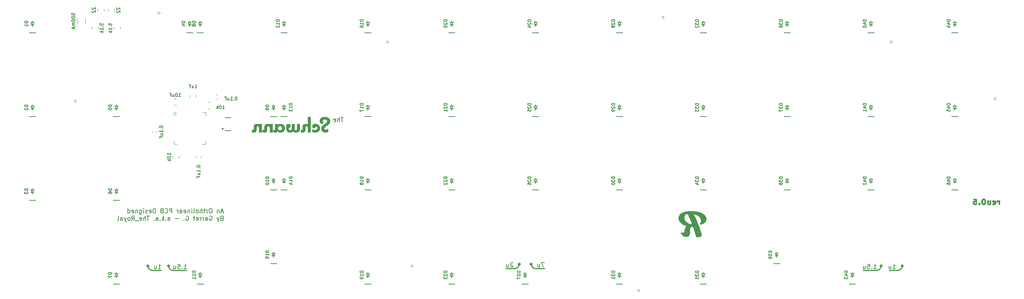
<source format=gbr>
G04 #@! TF.GenerationSoftware,KiCad,Pcbnew,(5.1.2)-2*
G04 #@! TF.CreationDate,2020-03-20T20:31:01-05:00*
G04 #@! TF.ProjectId,Schwann_Rev0.5,53636877-616e-46e5-9f52-6576302e352e,rev?*
G04 #@! TF.SameCoordinates,Original*
G04 #@! TF.FileFunction,Legend,Bot*
G04 #@! TF.FilePolarity,Positive*
%FSLAX46Y46*%
G04 Gerber Fmt 4.6, Leading zero omitted, Abs format (unit mm)*
G04 Created by KiCad (PCBNEW (5.1.2)-2) date 2020-03-20 20:31:01*
%MOMM*%
%LPD*%
G04 APERTURE LIST*
%ADD10C,0.200000*%
%ADD11C,0.250000*%
%ADD12C,0.500000*%
%ADD13C,0.120000*%
%ADD14C,0.010000*%
%ADD15C,0.254000*%
%ADD16C,0.150000*%
G04 APERTURE END LIST*
D10*
X107647916Y-106621130D02*
X107076488Y-106621130D01*
X107362202Y-107621130D02*
X107362202Y-106621130D01*
X106743154Y-107621130D02*
X106743154Y-106621130D01*
X106314583Y-107621130D02*
X106314583Y-107097321D01*
X106362202Y-107002083D01*
X106457440Y-106954464D01*
X106600297Y-106954464D01*
X106695535Y-107002083D01*
X106743154Y-107049702D01*
X105457440Y-107573511D02*
X105552678Y-107621130D01*
X105743154Y-107621130D01*
X105838392Y-107573511D01*
X105886011Y-107478273D01*
X105886011Y-107097321D01*
X105838392Y-107002083D01*
X105743154Y-106954464D01*
X105552678Y-106954464D01*
X105457440Y-107002083D01*
X105409821Y-107097321D01*
X105409821Y-107192559D01*
X105886011Y-107287797D01*
X146169345Y-139716369D02*
X146121726Y-139668750D01*
X146026488Y-139621130D01*
X145788392Y-139621130D01*
X145693154Y-139668750D01*
X145645535Y-139716369D01*
X145597916Y-139811607D01*
X145597916Y-139906845D01*
X145645535Y-140049702D01*
X146216964Y-140621130D01*
X145597916Y-140621130D01*
X144740773Y-139954464D02*
X144740773Y-140621130D01*
X145169345Y-139954464D02*
X145169345Y-140478273D01*
X145121726Y-140573511D01*
X145026488Y-140621130D01*
X144883630Y-140621130D01*
X144788392Y-140573511D01*
X144740773Y-140525892D01*
D11*
X146631250Y-140968750D02*
G75*
G03X147631250Y-139968750I0J1000000D01*
G01*
D12*
X147731250Y-139968750D02*
G75*
G03X147731250Y-139968750I-100000J0D01*
G01*
D11*
X146631250Y-140968750D02*
X144631250Y-140968750D01*
X231631250Y-141368750D02*
X233631250Y-141368750D01*
D10*
X232497916Y-141021130D02*
X233069345Y-141021130D01*
X232783630Y-141021130D02*
X232783630Y-140021130D01*
X232878869Y-140163988D01*
X232974107Y-140259226D01*
X233069345Y-140306845D01*
X231640773Y-140354464D02*
X231640773Y-141021130D01*
X232069345Y-140354464D02*
X232069345Y-140878273D01*
X232021726Y-140973511D01*
X231926488Y-141021130D01*
X231783630Y-141021130D01*
X231688392Y-140973511D01*
X231640773Y-140925892D01*
D12*
X234731250Y-140368750D02*
G75*
G03X234731250Y-140368750I-100000J0D01*
G01*
D11*
X233631250Y-141368750D02*
G75*
G03X234631250Y-140368750I0J1000000D01*
G01*
D10*
X153316964Y-139621130D02*
X152650297Y-139621130D01*
X153078869Y-140621130D01*
X151840773Y-139954464D02*
X151840773Y-140621130D01*
X152269345Y-139954464D02*
X152269345Y-140478273D01*
X152221726Y-140573511D01*
X152126488Y-140621130D01*
X151983630Y-140621130D01*
X151888392Y-140573511D01*
X151840773Y-140525892D01*
D11*
X150331250Y-139968750D02*
G75*
G03X151331250Y-140968750I1000000J0D01*
G01*
X151331250Y-140968750D02*
X153331250Y-140968750D01*
D12*
X150431250Y-139968750D02*
G75*
G03X150431250Y-139968750I-100000J0D01*
G01*
X229931250Y-140368750D02*
G75*
G03X229931250Y-140368750I-100000J0D01*
G01*
D11*
X228831250Y-141368750D02*
X225731250Y-141368750D01*
X228831250Y-141368750D02*
G75*
G03X229831250Y-140368750I0J1000000D01*
G01*
D10*
X228112202Y-141021130D02*
X228683630Y-141021130D01*
X228397916Y-141021130D02*
X228397916Y-140021130D01*
X228493154Y-140163988D01*
X228588392Y-140259226D01*
X228683630Y-140306845D01*
X227683630Y-140925892D02*
X227636011Y-140973511D01*
X227683630Y-141021130D01*
X227731250Y-140973511D01*
X227683630Y-140925892D01*
X227683630Y-141021130D01*
X226731250Y-140021130D02*
X227207440Y-140021130D01*
X227255059Y-140497321D01*
X227207440Y-140449702D01*
X227112202Y-140402083D01*
X226874107Y-140402083D01*
X226778869Y-140449702D01*
X226731250Y-140497321D01*
X226683630Y-140592559D01*
X226683630Y-140830654D01*
X226731250Y-140925892D01*
X226778869Y-140973511D01*
X226874107Y-141021130D01*
X227112202Y-141021130D01*
X227207440Y-140973511D01*
X227255059Y-140925892D01*
X225826488Y-140354464D02*
X225826488Y-141021130D01*
X226255059Y-140354464D02*
X226255059Y-140878273D01*
X226207440Y-140973511D01*
X226112202Y-141021130D01*
X225969345Y-141021130D01*
X225874107Y-140973511D01*
X225826488Y-140925892D01*
D11*
X68931250Y-141368750D02*
X72031250Y-141368750D01*
D10*
X71412202Y-141021130D02*
X71983630Y-141021130D01*
X71697916Y-141021130D02*
X71697916Y-140021130D01*
X71793154Y-140163988D01*
X71888392Y-140259226D01*
X71983630Y-140306845D01*
X70983630Y-140925892D02*
X70936011Y-140973511D01*
X70983630Y-141021130D01*
X71031250Y-140973511D01*
X70983630Y-140925892D01*
X70983630Y-141021130D01*
X70031250Y-140021130D02*
X70507440Y-140021130D01*
X70555059Y-140497321D01*
X70507440Y-140449702D01*
X70412202Y-140402083D01*
X70174107Y-140402083D01*
X70078869Y-140449702D01*
X70031250Y-140497321D01*
X69983630Y-140592559D01*
X69983630Y-140830654D01*
X70031250Y-140925892D01*
X70078869Y-140973511D01*
X70174107Y-141021130D01*
X70412202Y-141021130D01*
X70507440Y-140973511D01*
X70555059Y-140925892D01*
X69126488Y-140354464D02*
X69126488Y-141021130D01*
X69555059Y-140354464D02*
X69555059Y-140878273D01*
X69507440Y-140973511D01*
X69412202Y-141021130D01*
X69269345Y-141021130D01*
X69174107Y-140973511D01*
X69126488Y-140925892D01*
D11*
X68931250Y-141368750D02*
G75*
G02X67931250Y-140368750I0J1000000D01*
G01*
D12*
X68031250Y-140368750D02*
G75*
G03X68031250Y-140368750I-100000J0D01*
G01*
D11*
X64231250Y-141368750D02*
X66231250Y-141368750D01*
D10*
X65597916Y-141021130D02*
X66169345Y-141021130D01*
X65883630Y-141021130D02*
X65883630Y-140021130D01*
X65978869Y-140163988D01*
X66074107Y-140259226D01*
X66169345Y-140306845D01*
X64740773Y-140354464D02*
X64740773Y-141021130D01*
X65169345Y-140354464D02*
X65169345Y-140878273D01*
X65121726Y-140973511D01*
X65026488Y-141021130D01*
X64883630Y-141021130D01*
X64788392Y-140973511D01*
X64740773Y-140925892D01*
D12*
X63331250Y-140368750D02*
G75*
G03X63331250Y-140368750I-100000J0D01*
G01*
D11*
X64231250Y-141368750D02*
G75*
G02X63231250Y-140368750I0J1000000D01*
G01*
D10*
X80360773Y-128035416D02*
X79884583Y-128035416D01*
X80456011Y-128321130D02*
X80122678Y-127321130D01*
X79789345Y-128321130D01*
X79456011Y-127654464D02*
X79456011Y-128321130D01*
X79456011Y-127749702D02*
X79408392Y-127702083D01*
X79313154Y-127654464D01*
X79170297Y-127654464D01*
X79075059Y-127702083D01*
X79027440Y-127797321D01*
X79027440Y-128321130D01*
X77598869Y-127321130D02*
X77408392Y-127321130D01*
X77313154Y-127368750D01*
X77217916Y-127463988D01*
X77170297Y-127654464D01*
X77170297Y-127987797D01*
X77217916Y-128178273D01*
X77313154Y-128273511D01*
X77408392Y-128321130D01*
X77598869Y-128321130D01*
X77694107Y-128273511D01*
X77789345Y-128178273D01*
X77836964Y-127987797D01*
X77836964Y-127654464D01*
X77789345Y-127463988D01*
X77694107Y-127368750D01*
X77598869Y-127321130D01*
X76741726Y-128321130D02*
X76741726Y-127654464D01*
X76741726Y-127844940D02*
X76694107Y-127749702D01*
X76646488Y-127702083D01*
X76551250Y-127654464D01*
X76456011Y-127654464D01*
X76265535Y-127654464D02*
X75884583Y-127654464D01*
X76122678Y-127321130D02*
X76122678Y-128178273D01*
X76075059Y-128273511D01*
X75979821Y-128321130D01*
X75884583Y-128321130D01*
X75551250Y-128321130D02*
X75551250Y-127321130D01*
X75122678Y-128321130D02*
X75122678Y-127797321D01*
X75170297Y-127702083D01*
X75265535Y-127654464D01*
X75408392Y-127654464D01*
X75503630Y-127702083D01*
X75551250Y-127749702D01*
X74503630Y-128321130D02*
X74598869Y-128273511D01*
X74646488Y-128225892D01*
X74694107Y-128130654D01*
X74694107Y-127844940D01*
X74646488Y-127749702D01*
X74598869Y-127702083D01*
X74503630Y-127654464D01*
X74360773Y-127654464D01*
X74265535Y-127702083D01*
X74217916Y-127749702D01*
X74170297Y-127844940D01*
X74170297Y-128130654D01*
X74217916Y-128225892D01*
X74265535Y-128273511D01*
X74360773Y-128321130D01*
X74503630Y-128321130D01*
X73598869Y-128321130D02*
X73694107Y-128273511D01*
X73741726Y-128178273D01*
X73741726Y-127321130D01*
X73217916Y-128321130D02*
X73217916Y-127654464D01*
X73217916Y-127321130D02*
X73265535Y-127368750D01*
X73217916Y-127416369D01*
X73170297Y-127368750D01*
X73217916Y-127321130D01*
X73217916Y-127416369D01*
X72741726Y-127654464D02*
X72741726Y-128321130D01*
X72741726Y-127749702D02*
X72694107Y-127702083D01*
X72598869Y-127654464D01*
X72456011Y-127654464D01*
X72360773Y-127702083D01*
X72313154Y-127797321D01*
X72313154Y-128321130D01*
X71456011Y-128273511D02*
X71551250Y-128321130D01*
X71741726Y-128321130D01*
X71836964Y-128273511D01*
X71884583Y-128178273D01*
X71884583Y-127797321D01*
X71836964Y-127702083D01*
X71741726Y-127654464D01*
X71551250Y-127654464D01*
X71456011Y-127702083D01*
X71408392Y-127797321D01*
X71408392Y-127892559D01*
X71884583Y-127987797D01*
X70551250Y-128321130D02*
X70551250Y-127797321D01*
X70598869Y-127702083D01*
X70694107Y-127654464D01*
X70884583Y-127654464D01*
X70979821Y-127702083D01*
X70551250Y-128273511D02*
X70646488Y-128321130D01*
X70884583Y-128321130D01*
X70979821Y-128273511D01*
X71027440Y-128178273D01*
X71027440Y-128083035D01*
X70979821Y-127987797D01*
X70884583Y-127940178D01*
X70646488Y-127940178D01*
X70551250Y-127892559D01*
X70075059Y-128321130D02*
X70075059Y-127654464D01*
X70075059Y-127844940D02*
X70027440Y-127749702D01*
X69979821Y-127702083D01*
X69884583Y-127654464D01*
X69789345Y-127654464D01*
X68694107Y-128321130D02*
X68694107Y-127321130D01*
X68313154Y-127321130D01*
X68217916Y-127368750D01*
X68170297Y-127416369D01*
X68122678Y-127511607D01*
X68122678Y-127654464D01*
X68170297Y-127749702D01*
X68217916Y-127797321D01*
X68313154Y-127844940D01*
X68694107Y-127844940D01*
X67122678Y-128225892D02*
X67170297Y-128273511D01*
X67313154Y-128321130D01*
X67408392Y-128321130D01*
X67551250Y-128273511D01*
X67646488Y-128178273D01*
X67694107Y-128083035D01*
X67741726Y-127892559D01*
X67741726Y-127749702D01*
X67694107Y-127559226D01*
X67646488Y-127463988D01*
X67551250Y-127368750D01*
X67408392Y-127321130D01*
X67313154Y-127321130D01*
X67170297Y-127368750D01*
X67122678Y-127416369D01*
X66360773Y-127797321D02*
X66217916Y-127844940D01*
X66170297Y-127892559D01*
X66122678Y-127987797D01*
X66122678Y-128130654D01*
X66170297Y-128225892D01*
X66217916Y-128273511D01*
X66313154Y-128321130D01*
X66694107Y-128321130D01*
X66694107Y-127321130D01*
X66360773Y-127321130D01*
X66265535Y-127368750D01*
X66217916Y-127416369D01*
X66170297Y-127511607D01*
X66170297Y-127606845D01*
X66217916Y-127702083D01*
X66265535Y-127749702D01*
X66360773Y-127797321D01*
X66694107Y-127797321D01*
X64932202Y-128321130D02*
X64932202Y-127321130D01*
X64694107Y-127321130D01*
X64551250Y-127368750D01*
X64456011Y-127463988D01*
X64408392Y-127559226D01*
X64360773Y-127749702D01*
X64360773Y-127892559D01*
X64408392Y-128083035D01*
X64456011Y-128178273D01*
X64551250Y-128273511D01*
X64694107Y-128321130D01*
X64932202Y-128321130D01*
X63551250Y-128273511D02*
X63646488Y-128321130D01*
X63836964Y-128321130D01*
X63932202Y-128273511D01*
X63979821Y-128178273D01*
X63979821Y-127797321D01*
X63932202Y-127702083D01*
X63836964Y-127654464D01*
X63646488Y-127654464D01*
X63551250Y-127702083D01*
X63503630Y-127797321D01*
X63503630Y-127892559D01*
X63979821Y-127987797D01*
X63122678Y-128273511D02*
X63027440Y-128321130D01*
X62836964Y-128321130D01*
X62741726Y-128273511D01*
X62694107Y-128178273D01*
X62694107Y-128130654D01*
X62741726Y-128035416D01*
X62836964Y-127987797D01*
X62979821Y-127987797D01*
X63075059Y-127940178D01*
X63122678Y-127844940D01*
X63122678Y-127797321D01*
X63075059Y-127702083D01*
X62979821Y-127654464D01*
X62836964Y-127654464D01*
X62741726Y-127702083D01*
X62265535Y-128321130D02*
X62265535Y-127654464D01*
X62265535Y-127321130D02*
X62313154Y-127368750D01*
X62265535Y-127416369D01*
X62217916Y-127368750D01*
X62265535Y-127321130D01*
X62265535Y-127416369D01*
X61360773Y-127654464D02*
X61360773Y-128463988D01*
X61408392Y-128559226D01*
X61456011Y-128606845D01*
X61551250Y-128654464D01*
X61694107Y-128654464D01*
X61789345Y-128606845D01*
X61360773Y-128273511D02*
X61456011Y-128321130D01*
X61646488Y-128321130D01*
X61741726Y-128273511D01*
X61789345Y-128225892D01*
X61836964Y-128130654D01*
X61836964Y-127844940D01*
X61789345Y-127749702D01*
X61741726Y-127702083D01*
X61646488Y-127654464D01*
X61456011Y-127654464D01*
X61360773Y-127702083D01*
X60884583Y-127654464D02*
X60884583Y-128321130D01*
X60884583Y-127749702D02*
X60836964Y-127702083D01*
X60741726Y-127654464D01*
X60598869Y-127654464D01*
X60503630Y-127702083D01*
X60456011Y-127797321D01*
X60456011Y-128321130D01*
X59598869Y-128273511D02*
X59694107Y-128321130D01*
X59884583Y-128321130D01*
X59979821Y-128273511D01*
X60027440Y-128178273D01*
X60027440Y-127797321D01*
X59979821Y-127702083D01*
X59884583Y-127654464D01*
X59694107Y-127654464D01*
X59598869Y-127702083D01*
X59551250Y-127797321D01*
X59551250Y-127892559D01*
X60027440Y-127987797D01*
X58694107Y-128321130D02*
X58694107Y-127321130D01*
X58694107Y-128273511D02*
X58789345Y-128321130D01*
X58979821Y-128321130D01*
X59075059Y-128273511D01*
X59122678Y-128225892D01*
X59170297Y-128130654D01*
X59170297Y-127844940D01*
X59122678Y-127749702D01*
X59075059Y-127702083D01*
X58979821Y-127654464D01*
X58789345Y-127654464D01*
X58694107Y-127702083D01*
X79979821Y-129497321D02*
X79836964Y-129544940D01*
X79789345Y-129592559D01*
X79741726Y-129687797D01*
X79741726Y-129830654D01*
X79789345Y-129925892D01*
X79836964Y-129973511D01*
X79932202Y-130021130D01*
X80313154Y-130021130D01*
X80313154Y-129021130D01*
X79979821Y-129021130D01*
X79884583Y-129068750D01*
X79836964Y-129116369D01*
X79789345Y-129211607D01*
X79789345Y-129306845D01*
X79836964Y-129402083D01*
X79884583Y-129449702D01*
X79979821Y-129497321D01*
X80313154Y-129497321D01*
X79408392Y-129354464D02*
X79170297Y-130021130D01*
X78932202Y-129354464D02*
X79170297Y-130021130D01*
X79265535Y-130259226D01*
X79313154Y-130306845D01*
X79408392Y-130354464D01*
X77265535Y-129068750D02*
X77360773Y-129021130D01*
X77503630Y-129021130D01*
X77646488Y-129068750D01*
X77741726Y-129163988D01*
X77789345Y-129259226D01*
X77836964Y-129449702D01*
X77836964Y-129592559D01*
X77789345Y-129783035D01*
X77741726Y-129878273D01*
X77646488Y-129973511D01*
X77503630Y-130021130D01*
X77408392Y-130021130D01*
X77265535Y-129973511D01*
X77217916Y-129925892D01*
X77217916Y-129592559D01*
X77408392Y-129592559D01*
X76360773Y-130021130D02*
X76360773Y-129497321D01*
X76408392Y-129402083D01*
X76503630Y-129354464D01*
X76694107Y-129354464D01*
X76789345Y-129402083D01*
X76360773Y-129973511D02*
X76456011Y-130021130D01*
X76694107Y-130021130D01*
X76789345Y-129973511D01*
X76836964Y-129878273D01*
X76836964Y-129783035D01*
X76789345Y-129687797D01*
X76694107Y-129640178D01*
X76456011Y-129640178D01*
X76360773Y-129592559D01*
X75884583Y-130021130D02*
X75884583Y-129354464D01*
X75884583Y-129544940D02*
X75836964Y-129449702D01*
X75789345Y-129402083D01*
X75694107Y-129354464D01*
X75598869Y-129354464D01*
X75265535Y-130021130D02*
X75265535Y-129354464D01*
X75265535Y-129544940D02*
X75217916Y-129449702D01*
X75170297Y-129402083D01*
X75075059Y-129354464D01*
X74979821Y-129354464D01*
X74265535Y-129973511D02*
X74360773Y-130021130D01*
X74551250Y-130021130D01*
X74646488Y-129973511D01*
X74694107Y-129878273D01*
X74694107Y-129497321D01*
X74646488Y-129402083D01*
X74551250Y-129354464D01*
X74360773Y-129354464D01*
X74265535Y-129402083D01*
X74217916Y-129497321D01*
X74217916Y-129592559D01*
X74694107Y-129687797D01*
X73932202Y-129354464D02*
X73551250Y-129354464D01*
X73789345Y-129021130D02*
X73789345Y-129878273D01*
X73741726Y-129973511D01*
X73646488Y-130021130D01*
X73551250Y-130021130D01*
X71932202Y-129068750D02*
X72027440Y-129021130D01*
X72170297Y-129021130D01*
X72313154Y-129068750D01*
X72408392Y-129163988D01*
X72456011Y-129259226D01*
X72503630Y-129449702D01*
X72503630Y-129592559D01*
X72456011Y-129783035D01*
X72408392Y-129878273D01*
X72313154Y-129973511D01*
X72170297Y-130021130D01*
X72075059Y-130021130D01*
X71932202Y-129973511D01*
X71884583Y-129925892D01*
X71884583Y-129592559D01*
X72075059Y-129592559D01*
X71456011Y-129925892D02*
X71408392Y-129973511D01*
X71456011Y-130021130D01*
X71503630Y-129973511D01*
X71456011Y-129925892D01*
X71456011Y-130021130D01*
X70217916Y-129640178D02*
X69456011Y-129640178D01*
X67789345Y-130021130D02*
X67789345Y-129497321D01*
X67836964Y-129402083D01*
X67932202Y-129354464D01*
X68122678Y-129354464D01*
X68217916Y-129402083D01*
X67789345Y-129973511D02*
X67884583Y-130021130D01*
X68122678Y-130021130D01*
X68217916Y-129973511D01*
X68265535Y-129878273D01*
X68265535Y-129783035D01*
X68217916Y-129687797D01*
X68122678Y-129640178D01*
X67884583Y-129640178D01*
X67789345Y-129592559D01*
X67313154Y-129925892D02*
X67265535Y-129973511D01*
X67313154Y-130021130D01*
X67360773Y-129973511D01*
X67313154Y-129925892D01*
X67313154Y-130021130D01*
X66836964Y-130021130D02*
X66836964Y-129021130D01*
X66741726Y-129640178D02*
X66456011Y-130021130D01*
X66456011Y-129354464D02*
X66836964Y-129735416D01*
X66027440Y-129925892D02*
X65979821Y-129973511D01*
X66027440Y-130021130D01*
X66075059Y-129973511D01*
X66027440Y-129925892D01*
X66027440Y-130021130D01*
X65122678Y-130021130D02*
X65122678Y-129497321D01*
X65170297Y-129402083D01*
X65265535Y-129354464D01*
X65456011Y-129354464D01*
X65551250Y-129402083D01*
X65122678Y-129973511D02*
X65217916Y-130021130D01*
X65456011Y-130021130D01*
X65551250Y-129973511D01*
X65598869Y-129878273D01*
X65598869Y-129783035D01*
X65551250Y-129687797D01*
X65456011Y-129640178D01*
X65217916Y-129640178D01*
X65122678Y-129592559D01*
X64646488Y-129925892D02*
X64598869Y-129973511D01*
X64646488Y-130021130D01*
X64694107Y-129973511D01*
X64646488Y-129925892D01*
X64646488Y-130021130D01*
X63551250Y-129021130D02*
X62979821Y-129021130D01*
X63265535Y-130021130D02*
X63265535Y-129021130D01*
X62646488Y-130021130D02*
X62646488Y-129021130D01*
X62217916Y-130021130D02*
X62217916Y-129497321D01*
X62265535Y-129402083D01*
X62360773Y-129354464D01*
X62503630Y-129354464D01*
X62598869Y-129402083D01*
X62646488Y-129449702D01*
X61360773Y-129973511D02*
X61456011Y-130021130D01*
X61646488Y-130021130D01*
X61741726Y-129973511D01*
X61789345Y-129878273D01*
X61789345Y-129497321D01*
X61741726Y-129402083D01*
X61646488Y-129354464D01*
X61456011Y-129354464D01*
X61360773Y-129402083D01*
X61313154Y-129497321D01*
X61313154Y-129592559D01*
X61789345Y-129687797D01*
X61122678Y-130116369D02*
X60360773Y-130116369D01*
X59551250Y-130021130D02*
X59884583Y-129544940D01*
X60122678Y-130021130D02*
X60122678Y-129021130D01*
X59741726Y-129021130D01*
X59646488Y-129068750D01*
X59598869Y-129116369D01*
X59551250Y-129211607D01*
X59551250Y-129354464D01*
X59598869Y-129449702D01*
X59646488Y-129497321D01*
X59741726Y-129544940D01*
X60122678Y-129544940D01*
X58979821Y-130021130D02*
X59075059Y-129973511D01*
X59122678Y-129925892D01*
X59170297Y-129830654D01*
X59170297Y-129544940D01*
X59122678Y-129449702D01*
X59075059Y-129402083D01*
X58979821Y-129354464D01*
X58836964Y-129354464D01*
X58741726Y-129402083D01*
X58694107Y-129449702D01*
X58646488Y-129544940D01*
X58646488Y-129830654D01*
X58694107Y-129925892D01*
X58741726Y-129973511D01*
X58836964Y-130021130D01*
X58979821Y-130021130D01*
X58313154Y-129354464D02*
X58075059Y-130021130D01*
X57836964Y-129354464D02*
X58075059Y-130021130D01*
X58170297Y-130259226D01*
X58217916Y-130306845D01*
X58313154Y-130354464D01*
X57027440Y-130021130D02*
X57027440Y-129497321D01*
X57075059Y-129402083D01*
X57170297Y-129354464D01*
X57360773Y-129354464D01*
X57456011Y-129402083D01*
X57027440Y-129973511D02*
X57122678Y-130021130D01*
X57360773Y-130021130D01*
X57456011Y-129973511D01*
X57503630Y-129878273D01*
X57503630Y-129783035D01*
X57456011Y-129687797D01*
X57360773Y-129640178D01*
X57122678Y-129640178D01*
X57027440Y-129592559D01*
X56408392Y-130021130D02*
X56503630Y-129973511D01*
X56551250Y-129878273D01*
X56551250Y-129021130D01*
D13*
X64171250Y-110090017D02*
X64171250Y-109747483D01*
X65191250Y-110090017D02*
X65191250Y-109747483D01*
X75291250Y-115447483D02*
X75291250Y-115790017D01*
X74271250Y-115447483D02*
X74271250Y-115790017D01*
X78659983Y-101408750D02*
X79002517Y-101408750D01*
X78659983Y-102428750D02*
X79002517Y-102428750D01*
X123525250Y-140374750D02*
G75*
G03X123525250Y-140374750I-254000J0D01*
G01*
X180525250Y-83874750D02*
G75*
G03X180525250Y-83874750I-254000J0D01*
G01*
X47025250Y-102874750D02*
G75*
G03X47025250Y-102874750I-254000J0D01*
G01*
X174945250Y-145962750D02*
G75*
G03X174945250Y-145962750I-254000J0D01*
G01*
X256025250Y-102374750D02*
G75*
G03X256025250Y-102374750I-254000J0D01*
G01*
X232395250Y-89462750D02*
G75*
G03X232395250Y-89462750I-254000J0D01*
G01*
X117945250Y-89462750D02*
G75*
G03X117945250Y-89462750I-254000J0D01*
G01*
X66025250Y-82874750D02*
G75*
G03X66025250Y-82874750I-254000J0D01*
G01*
D14*
G36*
X256241540Y-125457997D02*
G01*
X256219839Y-125462650D01*
X256198753Y-125469666D01*
X256178405Y-125479037D01*
X256160679Y-125489578D01*
X256152749Y-125495416D01*
X256143982Y-125502842D01*
X256134906Y-125511326D01*
X256126048Y-125520340D01*
X256117936Y-125529357D01*
X256111097Y-125537847D01*
X256107708Y-125542644D01*
X256096240Y-125562287D01*
X256087075Y-125582846D01*
X256080290Y-125604128D01*
X256077410Y-125617085D01*
X256076051Y-125626853D01*
X256075226Y-125638242D01*
X256074930Y-125650511D01*
X256075155Y-125662920D01*
X256075895Y-125674728D01*
X256077144Y-125685194D01*
X256078045Y-125690110D01*
X256083825Y-125712015D01*
X256091478Y-125732303D01*
X256101124Y-125751197D01*
X256112882Y-125768916D01*
X256126872Y-125785681D01*
X256133350Y-125792400D01*
X256149420Y-125806999D01*
X256166096Y-125819280D01*
X256183712Y-125829452D01*
X256202601Y-125837723D01*
X256210443Y-125840498D01*
X256232191Y-125846446D01*
X256253926Y-125849886D01*
X256275523Y-125850848D01*
X256296857Y-125849362D01*
X256317804Y-125845457D01*
X256338238Y-125839162D01*
X256358036Y-125830509D01*
X256377072Y-125819525D01*
X256395221Y-125806242D01*
X256410015Y-125793012D01*
X256425095Y-125778279D01*
X256430405Y-125781404D01*
X256441738Y-125789178D01*
X256453398Y-125799334D01*
X256459238Y-125805198D01*
X256471608Y-125819655D01*
X256482736Y-125835849D01*
X256492685Y-125853908D01*
X256501519Y-125873957D01*
X256509301Y-125896125D01*
X256515636Y-125918703D01*
X256520171Y-125936747D01*
X256520171Y-126184903D01*
X256520170Y-126433060D01*
X256807190Y-126433060D01*
X256807190Y-125475480D01*
X256520170Y-125475480D01*
X256520170Y-125544319D01*
X256520171Y-125613159D01*
X256509456Y-125597342D01*
X256501594Y-125586010D01*
X256494269Y-125576117D01*
X256486946Y-125567016D01*
X256479086Y-125558061D01*
X256470155Y-125548604D01*
X256463101Y-125541463D01*
X256444796Y-125524302D01*
X256426390Y-125509360D01*
X256407467Y-125496336D01*
X256387608Y-125484929D01*
X256377695Y-125479975D01*
X256354914Y-125470344D01*
X256332002Y-125463108D01*
X256309085Y-125458260D01*
X256286286Y-125455796D01*
X256263730Y-125455710D01*
X256241540Y-125457997D01*
X256241540Y-125457997D01*
G37*
X256241540Y-125457997D02*
X256219839Y-125462650D01*
X256198753Y-125469666D01*
X256178405Y-125479037D01*
X256160679Y-125489578D01*
X256152749Y-125495416D01*
X256143982Y-125502842D01*
X256134906Y-125511326D01*
X256126048Y-125520340D01*
X256117936Y-125529357D01*
X256111097Y-125537847D01*
X256107708Y-125542644D01*
X256096240Y-125562287D01*
X256087075Y-125582846D01*
X256080290Y-125604128D01*
X256077410Y-125617085D01*
X256076051Y-125626853D01*
X256075226Y-125638242D01*
X256074930Y-125650511D01*
X256075155Y-125662920D01*
X256075895Y-125674728D01*
X256077144Y-125685194D01*
X256078045Y-125690110D01*
X256083825Y-125712015D01*
X256091478Y-125732303D01*
X256101124Y-125751197D01*
X256112882Y-125768916D01*
X256126872Y-125785681D01*
X256133350Y-125792400D01*
X256149420Y-125806999D01*
X256166096Y-125819280D01*
X256183712Y-125829452D01*
X256202601Y-125837723D01*
X256210443Y-125840498D01*
X256232191Y-125846446D01*
X256253926Y-125849886D01*
X256275523Y-125850848D01*
X256296857Y-125849362D01*
X256317804Y-125845457D01*
X256338238Y-125839162D01*
X256358036Y-125830509D01*
X256377072Y-125819525D01*
X256395221Y-125806242D01*
X256410015Y-125793012D01*
X256425095Y-125778279D01*
X256430405Y-125781404D01*
X256441738Y-125789178D01*
X256453398Y-125799334D01*
X256459238Y-125805198D01*
X256471608Y-125819655D01*
X256482736Y-125835849D01*
X256492685Y-125853908D01*
X256501519Y-125873957D01*
X256509301Y-125896125D01*
X256515636Y-125918703D01*
X256520171Y-125936747D01*
X256520171Y-126184903D01*
X256520170Y-126433060D01*
X256807190Y-126433060D01*
X256807190Y-125475480D01*
X256520170Y-125475480D01*
X256520170Y-125544319D01*
X256520171Y-125613159D01*
X256509456Y-125597342D01*
X256501594Y-125586010D01*
X256494269Y-125576117D01*
X256486946Y-125567016D01*
X256479086Y-125558061D01*
X256470155Y-125548604D01*
X256463101Y-125541463D01*
X256444796Y-125524302D01*
X256426390Y-125509360D01*
X256407467Y-125496336D01*
X256387608Y-125484929D01*
X256377695Y-125479975D01*
X256354914Y-125470344D01*
X256332002Y-125463108D01*
X256309085Y-125458260D01*
X256286286Y-125455796D01*
X256263730Y-125455710D01*
X256241540Y-125457997D01*
G36*
X250746750Y-125352290D02*
G01*
X251286318Y-125352290D01*
X251287131Y-125358957D01*
X251287738Y-125364062D01*
X251288556Y-125371125D01*
X251289560Y-125379935D01*
X251290729Y-125390284D01*
X251292039Y-125401962D01*
X251293466Y-125414759D01*
X251294989Y-125428466D01*
X251296585Y-125442874D01*
X251298229Y-125457773D01*
X251299900Y-125472954D01*
X251301575Y-125488207D01*
X251303230Y-125503323D01*
X251304842Y-125518092D01*
X251306389Y-125532305D01*
X251307848Y-125545753D01*
X251309195Y-125558225D01*
X251310408Y-125569513D01*
X251311464Y-125579407D01*
X251312340Y-125587698D01*
X251313012Y-125594176D01*
X251313459Y-125598631D01*
X251313656Y-125600855D01*
X251313661Y-125601073D01*
X251312480Y-125600838D01*
X251311614Y-125600241D01*
X251309106Y-125598716D01*
X251304673Y-125596550D01*
X251298787Y-125593938D01*
X251291920Y-125591076D01*
X251284546Y-125588159D01*
X251277137Y-125585380D01*
X251270166Y-125582936D01*
X251267560Y-125582081D01*
X251252021Y-125577548D01*
X251235864Y-125573745D01*
X251218742Y-125570620D01*
X251200308Y-125568123D01*
X251180214Y-125566200D01*
X251158114Y-125564801D01*
X251148130Y-125564357D01*
X251113621Y-125563778D01*
X251080735Y-125564874D01*
X251049151Y-125567688D01*
X251018548Y-125572261D01*
X250988606Y-125578635D01*
X250959002Y-125586852D01*
X250948045Y-125590375D01*
X250916236Y-125602235D01*
X250885798Y-125616128D01*
X250856814Y-125631995D01*
X250829367Y-125649778D01*
X250803540Y-125669418D01*
X250779413Y-125690857D01*
X250757070Y-125714035D01*
X250736593Y-125738894D01*
X250733181Y-125743450D01*
X250716055Y-125768596D01*
X250701038Y-125794821D01*
X250688087Y-125822238D01*
X250677157Y-125850963D01*
X250668203Y-125881109D01*
X250661180Y-125912790D01*
X250657048Y-125938395D01*
X250656193Y-125946503D01*
X250655521Y-125956657D01*
X250655034Y-125968367D01*
X250654732Y-125981146D01*
X250654615Y-125994505D01*
X250654684Y-126007956D01*
X250654939Y-126021010D01*
X250655381Y-126033180D01*
X250656009Y-126043977D01*
X250656825Y-126052913D01*
X250656952Y-126053965D01*
X250662058Y-126087327D01*
X250668888Y-126118984D01*
X250677518Y-126149164D01*
X250688024Y-126178093D01*
X250700481Y-126205998D01*
X250714964Y-126233107D01*
X250718596Y-126239263D01*
X250734934Y-126264163D01*
X250753485Y-126288232D01*
X250773977Y-126311180D01*
X250796143Y-126332716D01*
X250819711Y-126352551D01*
X250833745Y-126363039D01*
X250861714Y-126381453D01*
X250891165Y-126397818D01*
X250922061Y-126412121D01*
X250954366Y-126424347D01*
X250988044Y-126434484D01*
X251023058Y-126442520D01*
X251059372Y-126448439D01*
X251074410Y-126450229D01*
X251083043Y-126450971D01*
X251093659Y-126451601D01*
X251105704Y-126452110D01*
X251118625Y-126452486D01*
X251131867Y-126452721D01*
X251144876Y-126452805D01*
X251157098Y-126452728D01*
X251167979Y-126452481D01*
X251176964Y-126452053D01*
X251177280Y-126452032D01*
X251216701Y-126448135D01*
X251255156Y-126441889D01*
X251292640Y-126433296D01*
X251329151Y-126422357D01*
X251364683Y-126409074D01*
X251399233Y-126393449D01*
X251432798Y-126375484D01*
X251465372Y-126355179D01*
X251496954Y-126332536D01*
X251527537Y-126307558D01*
X251530758Y-126304740D01*
X251544113Y-126292526D01*
X251558339Y-126278698D01*
X251572938Y-126263785D01*
X251587414Y-126248313D01*
X251601272Y-126232811D01*
X251614014Y-126217806D01*
X251622694Y-126206999D01*
X251629133Y-126198744D01*
X251532579Y-126097144D01*
X251519726Y-126083625D01*
X251507361Y-126070629D01*
X251495596Y-126058275D01*
X251484543Y-126046679D01*
X251474316Y-126035960D01*
X251465027Y-126026236D01*
X251456789Y-126017624D01*
X251449714Y-126010241D01*
X251443914Y-126004207D01*
X251439503Y-125999638D01*
X251436593Y-125996653D01*
X251435296Y-125995368D01*
X251435240Y-125995326D01*
X251434272Y-125996232D01*
X251432252Y-125998857D01*
X251429491Y-126002775D01*
X251426835Y-126006745D01*
X251414197Y-126025130D01*
X251400172Y-126043907D01*
X251385356Y-126062329D01*
X251370345Y-126079647D01*
X251359573Y-126091197D01*
X251337829Y-126112231D01*
X251315626Y-126130787D01*
X251292909Y-126146894D01*
X251269624Y-126160580D01*
X251245715Y-126171875D01*
X251221127Y-126180809D01*
X251195805Y-126187409D01*
X251170002Y-126191669D01*
X251162690Y-126192319D01*
X251153749Y-126192763D01*
X251143850Y-126193000D01*
X251133660Y-126193030D01*
X251123849Y-126192852D01*
X251115085Y-126192467D01*
X251108038Y-126191872D01*
X251106795Y-126191715D01*
X251085728Y-126187588D01*
X251065408Y-126181138D01*
X251046059Y-126172472D01*
X251027902Y-126161698D01*
X251011158Y-126148925D01*
X251002233Y-126140695D01*
X250987443Y-126124356D01*
X250974774Y-126106658D01*
X250964208Y-126087567D01*
X250955729Y-126067053D01*
X250949321Y-126045081D01*
X250946674Y-126032375D01*
X250945539Y-126024096D01*
X250944756Y-126014204D01*
X250944326Y-126003354D01*
X250944251Y-125992205D01*
X250944532Y-125981414D01*
X250945172Y-125971639D01*
X250946170Y-125963536D01*
X250946514Y-125961658D01*
X250951797Y-125941495D01*
X250959244Y-125922598D01*
X250968779Y-125905042D01*
X250980325Y-125888897D01*
X250993806Y-125874239D01*
X251009144Y-125861138D01*
X251026263Y-125849668D01*
X251045086Y-125839901D01*
X251065536Y-125831911D01*
X251087536Y-125825770D01*
X251090792Y-125825050D01*
X251096006Y-125823964D01*
X251100524Y-125823137D01*
X251104817Y-125822533D01*
X251109356Y-125822120D01*
X251114613Y-125821864D01*
X251121058Y-125821731D01*
X251129163Y-125821688D01*
X251137910Y-125821698D01*
X251148169Y-125821748D01*
X251156409Y-125821868D01*
X251163152Y-125822093D01*
X251168920Y-125822459D01*
X251174235Y-125823000D01*
X251179616Y-125823753D01*
X251185587Y-125824754D01*
X251187440Y-125825085D01*
X251212288Y-125830492D01*
X251235378Y-125837503D01*
X251257013Y-125846237D01*
X251277492Y-125856808D01*
X251290945Y-125865128D01*
X251298484Y-125870633D01*
X251306868Y-125877628D01*
X251315582Y-125885607D01*
X251324110Y-125894064D01*
X251331937Y-125902492D01*
X251338545Y-125910385D01*
X251342314Y-125915535D01*
X251345271Y-125919921D01*
X251347641Y-125923435D01*
X251349103Y-125925600D01*
X251349411Y-125926054D01*
X251350531Y-125925512D01*
X251353708Y-125923853D01*
X251358765Y-125921171D01*
X251365527Y-125917562D01*
X251373818Y-125913120D01*
X251383462Y-125907941D01*
X251394283Y-125902119D01*
X251406106Y-125895749D01*
X251418756Y-125888928D01*
X251432055Y-125881749D01*
X251445830Y-125874308D01*
X251459903Y-125866700D01*
X251474099Y-125859021D01*
X251488243Y-125851364D01*
X251502159Y-125843825D01*
X251515671Y-125836499D01*
X251528603Y-125829482D01*
X251540780Y-125822868D01*
X251552026Y-125816752D01*
X251562166Y-125811230D01*
X251571022Y-125806397D01*
X251578421Y-125802347D01*
X251584186Y-125799175D01*
X251588141Y-125796978D01*
X251590111Y-125795849D01*
X251590298Y-125795724D01*
X251590193Y-125794411D01*
X251589734Y-125790685D01*
X251588935Y-125784648D01*
X251587812Y-125776400D01*
X251586378Y-125766042D01*
X251584647Y-125753675D01*
X251582635Y-125739400D01*
X251580355Y-125723318D01*
X251577823Y-125705529D01*
X251575051Y-125686134D01*
X251572056Y-125665234D01*
X251568851Y-125642930D01*
X251565450Y-125619322D01*
X251561869Y-125594512D01*
X251558121Y-125568601D01*
X251554221Y-125541688D01*
X251550184Y-125513876D01*
X251546023Y-125485264D01*
X251541754Y-125455954D01*
X251539816Y-125442667D01*
X251535498Y-125413065D01*
X251531276Y-125384109D01*
X251527165Y-125355903D01*
X251523179Y-125328546D01*
X251519335Y-125302140D01*
X251515645Y-125276787D01*
X251512124Y-125252586D01*
X251508789Y-125229641D01*
X251505652Y-125208051D01*
X251502729Y-125187918D01*
X251500034Y-125169343D01*
X251497583Y-125152427D01*
X251495390Y-125137272D01*
X251493469Y-125123978D01*
X251491835Y-125112648D01*
X251490503Y-125103381D01*
X251489488Y-125096280D01*
X251488804Y-125091445D01*
X251488466Y-125088978D01*
X251488430Y-125088668D01*
X251488177Y-125088489D01*
X251487363Y-125088321D01*
X251485905Y-125088165D01*
X251483723Y-125088020D01*
X251480735Y-125087886D01*
X251476859Y-125087763D01*
X251472012Y-125087649D01*
X251466115Y-125087545D01*
X251459084Y-125087450D01*
X251450839Y-125087364D01*
X251441297Y-125087287D01*
X251430376Y-125087217D01*
X251417996Y-125087155D01*
X251404074Y-125087100D01*
X251388528Y-125087052D01*
X251371278Y-125087011D01*
X251352240Y-125086975D01*
X251331334Y-125086945D01*
X251308478Y-125086921D01*
X251283590Y-125086901D01*
X251256588Y-125086885D01*
X251227391Y-125086874D01*
X251195917Y-125086866D01*
X251162083Y-125086861D01*
X251125810Y-125086860D01*
X250746750Y-125086860D01*
X250746750Y-125352290D01*
X250746750Y-125352290D01*
G37*
X250746750Y-125352290D02*
X251286318Y-125352290D01*
X251287131Y-125358957D01*
X251287738Y-125364062D01*
X251288556Y-125371125D01*
X251289560Y-125379935D01*
X251290729Y-125390284D01*
X251292039Y-125401962D01*
X251293466Y-125414759D01*
X251294989Y-125428466D01*
X251296585Y-125442874D01*
X251298229Y-125457773D01*
X251299900Y-125472954D01*
X251301575Y-125488207D01*
X251303230Y-125503323D01*
X251304842Y-125518092D01*
X251306389Y-125532305D01*
X251307848Y-125545753D01*
X251309195Y-125558225D01*
X251310408Y-125569513D01*
X251311464Y-125579407D01*
X251312340Y-125587698D01*
X251313012Y-125594176D01*
X251313459Y-125598631D01*
X251313656Y-125600855D01*
X251313661Y-125601073D01*
X251312480Y-125600838D01*
X251311614Y-125600241D01*
X251309106Y-125598716D01*
X251304673Y-125596550D01*
X251298787Y-125593938D01*
X251291920Y-125591076D01*
X251284546Y-125588159D01*
X251277137Y-125585380D01*
X251270166Y-125582936D01*
X251267560Y-125582081D01*
X251252021Y-125577548D01*
X251235864Y-125573745D01*
X251218742Y-125570620D01*
X251200308Y-125568123D01*
X251180214Y-125566200D01*
X251158114Y-125564801D01*
X251148130Y-125564357D01*
X251113621Y-125563778D01*
X251080735Y-125564874D01*
X251049151Y-125567688D01*
X251018548Y-125572261D01*
X250988606Y-125578635D01*
X250959002Y-125586852D01*
X250948045Y-125590375D01*
X250916236Y-125602235D01*
X250885798Y-125616128D01*
X250856814Y-125631995D01*
X250829367Y-125649778D01*
X250803540Y-125669418D01*
X250779413Y-125690857D01*
X250757070Y-125714035D01*
X250736593Y-125738894D01*
X250733181Y-125743450D01*
X250716055Y-125768596D01*
X250701038Y-125794821D01*
X250688087Y-125822238D01*
X250677157Y-125850963D01*
X250668203Y-125881109D01*
X250661180Y-125912790D01*
X250657048Y-125938395D01*
X250656193Y-125946503D01*
X250655521Y-125956657D01*
X250655034Y-125968367D01*
X250654732Y-125981146D01*
X250654615Y-125994505D01*
X250654684Y-126007956D01*
X250654939Y-126021010D01*
X250655381Y-126033180D01*
X250656009Y-126043977D01*
X250656825Y-126052913D01*
X250656952Y-126053965D01*
X250662058Y-126087327D01*
X250668888Y-126118984D01*
X250677518Y-126149164D01*
X250688024Y-126178093D01*
X250700481Y-126205998D01*
X250714964Y-126233107D01*
X250718596Y-126239263D01*
X250734934Y-126264163D01*
X250753485Y-126288232D01*
X250773977Y-126311180D01*
X250796143Y-126332716D01*
X250819711Y-126352551D01*
X250833745Y-126363039D01*
X250861714Y-126381453D01*
X250891165Y-126397818D01*
X250922061Y-126412121D01*
X250954366Y-126424347D01*
X250988044Y-126434484D01*
X251023058Y-126442520D01*
X251059372Y-126448439D01*
X251074410Y-126450229D01*
X251083043Y-126450971D01*
X251093659Y-126451601D01*
X251105704Y-126452110D01*
X251118625Y-126452486D01*
X251131867Y-126452721D01*
X251144876Y-126452805D01*
X251157098Y-126452728D01*
X251167979Y-126452481D01*
X251176964Y-126452053D01*
X251177280Y-126452032D01*
X251216701Y-126448135D01*
X251255156Y-126441889D01*
X251292640Y-126433296D01*
X251329151Y-126422357D01*
X251364683Y-126409074D01*
X251399233Y-126393449D01*
X251432798Y-126375484D01*
X251465372Y-126355179D01*
X251496954Y-126332536D01*
X251527537Y-126307558D01*
X251530758Y-126304740D01*
X251544113Y-126292526D01*
X251558339Y-126278698D01*
X251572938Y-126263785D01*
X251587414Y-126248313D01*
X251601272Y-126232811D01*
X251614014Y-126217806D01*
X251622694Y-126206999D01*
X251629133Y-126198744D01*
X251532579Y-126097144D01*
X251519726Y-126083625D01*
X251507361Y-126070629D01*
X251495596Y-126058275D01*
X251484543Y-126046679D01*
X251474316Y-126035960D01*
X251465027Y-126026236D01*
X251456789Y-126017624D01*
X251449714Y-126010241D01*
X251443914Y-126004207D01*
X251439503Y-125999638D01*
X251436593Y-125996653D01*
X251435296Y-125995368D01*
X251435240Y-125995326D01*
X251434272Y-125996232D01*
X251432252Y-125998857D01*
X251429491Y-126002775D01*
X251426835Y-126006745D01*
X251414197Y-126025130D01*
X251400172Y-126043907D01*
X251385356Y-126062329D01*
X251370345Y-126079647D01*
X251359573Y-126091197D01*
X251337829Y-126112231D01*
X251315626Y-126130787D01*
X251292909Y-126146894D01*
X251269624Y-126160580D01*
X251245715Y-126171875D01*
X251221127Y-126180809D01*
X251195805Y-126187409D01*
X251170002Y-126191669D01*
X251162690Y-126192319D01*
X251153749Y-126192763D01*
X251143850Y-126193000D01*
X251133660Y-126193030D01*
X251123849Y-126192852D01*
X251115085Y-126192467D01*
X251108038Y-126191872D01*
X251106795Y-126191715D01*
X251085728Y-126187588D01*
X251065408Y-126181138D01*
X251046059Y-126172472D01*
X251027902Y-126161698D01*
X251011158Y-126148925D01*
X251002233Y-126140695D01*
X250987443Y-126124356D01*
X250974774Y-126106658D01*
X250964208Y-126087567D01*
X250955729Y-126067053D01*
X250949321Y-126045081D01*
X250946674Y-126032375D01*
X250945539Y-126024096D01*
X250944756Y-126014204D01*
X250944326Y-126003354D01*
X250944251Y-125992205D01*
X250944532Y-125981414D01*
X250945172Y-125971639D01*
X250946170Y-125963536D01*
X250946514Y-125961658D01*
X250951797Y-125941495D01*
X250959244Y-125922598D01*
X250968779Y-125905042D01*
X250980325Y-125888897D01*
X250993806Y-125874239D01*
X251009144Y-125861138D01*
X251026263Y-125849668D01*
X251045086Y-125839901D01*
X251065536Y-125831911D01*
X251087536Y-125825770D01*
X251090792Y-125825050D01*
X251096006Y-125823964D01*
X251100524Y-125823137D01*
X251104817Y-125822533D01*
X251109356Y-125822120D01*
X251114613Y-125821864D01*
X251121058Y-125821731D01*
X251129163Y-125821688D01*
X251137910Y-125821698D01*
X251148169Y-125821748D01*
X251156409Y-125821868D01*
X251163152Y-125822093D01*
X251168920Y-125822459D01*
X251174235Y-125823000D01*
X251179616Y-125823753D01*
X251185587Y-125824754D01*
X251187440Y-125825085D01*
X251212288Y-125830492D01*
X251235378Y-125837503D01*
X251257013Y-125846237D01*
X251277492Y-125856808D01*
X251290945Y-125865128D01*
X251298484Y-125870633D01*
X251306868Y-125877628D01*
X251315582Y-125885607D01*
X251324110Y-125894064D01*
X251331937Y-125902492D01*
X251338545Y-125910385D01*
X251342314Y-125915535D01*
X251345271Y-125919921D01*
X251347641Y-125923435D01*
X251349103Y-125925600D01*
X251349411Y-125926054D01*
X251350531Y-125925512D01*
X251353708Y-125923853D01*
X251358765Y-125921171D01*
X251365527Y-125917562D01*
X251373818Y-125913120D01*
X251383462Y-125907941D01*
X251394283Y-125902119D01*
X251406106Y-125895749D01*
X251418756Y-125888928D01*
X251432055Y-125881749D01*
X251445830Y-125874308D01*
X251459903Y-125866700D01*
X251474099Y-125859021D01*
X251488243Y-125851364D01*
X251502159Y-125843825D01*
X251515671Y-125836499D01*
X251528603Y-125829482D01*
X251540780Y-125822868D01*
X251552026Y-125816752D01*
X251562166Y-125811230D01*
X251571022Y-125806397D01*
X251578421Y-125802347D01*
X251584186Y-125799175D01*
X251588141Y-125796978D01*
X251590111Y-125795849D01*
X251590298Y-125795724D01*
X251590193Y-125794411D01*
X251589734Y-125790685D01*
X251588935Y-125784648D01*
X251587812Y-125776400D01*
X251586378Y-125766042D01*
X251584647Y-125753675D01*
X251582635Y-125739400D01*
X251580355Y-125723318D01*
X251577823Y-125705529D01*
X251575051Y-125686134D01*
X251572056Y-125665234D01*
X251568851Y-125642930D01*
X251565450Y-125619322D01*
X251561869Y-125594512D01*
X251558121Y-125568601D01*
X251554221Y-125541688D01*
X251550184Y-125513876D01*
X251546023Y-125485264D01*
X251541754Y-125455954D01*
X251539816Y-125442667D01*
X251535498Y-125413065D01*
X251531276Y-125384109D01*
X251527165Y-125355903D01*
X251523179Y-125328546D01*
X251519335Y-125302140D01*
X251515645Y-125276787D01*
X251512124Y-125252586D01*
X251508789Y-125229641D01*
X251505652Y-125208051D01*
X251502729Y-125187918D01*
X251500034Y-125169343D01*
X251497583Y-125152427D01*
X251495390Y-125137272D01*
X251493469Y-125123978D01*
X251491835Y-125112648D01*
X251490503Y-125103381D01*
X251489488Y-125096280D01*
X251488804Y-125091445D01*
X251488466Y-125088978D01*
X251488430Y-125088668D01*
X251488177Y-125088489D01*
X251487363Y-125088321D01*
X251485905Y-125088165D01*
X251483723Y-125088020D01*
X251480735Y-125087886D01*
X251476859Y-125087763D01*
X251472012Y-125087649D01*
X251466115Y-125087545D01*
X251459084Y-125087450D01*
X251450839Y-125087364D01*
X251441297Y-125087287D01*
X251430376Y-125087217D01*
X251417996Y-125087155D01*
X251404074Y-125087100D01*
X251388528Y-125087052D01*
X251371278Y-125087011D01*
X251352240Y-125086975D01*
X251331334Y-125086945D01*
X251308478Y-125086921D01*
X251283590Y-125086901D01*
X251256588Y-125086885D01*
X251227391Y-125086874D01*
X251195917Y-125086866D01*
X251162083Y-125086861D01*
X251125810Y-125086860D01*
X250746750Y-125086860D01*
X250746750Y-125352290D01*
G36*
X252085775Y-126061227D02*
G01*
X252064829Y-126064475D01*
X252044257Y-126069998D01*
X252024265Y-126077821D01*
X252006594Y-126087050D01*
X251987965Y-126099499D01*
X251971069Y-126113764D01*
X251955986Y-126129726D01*
X251942797Y-126147272D01*
X251931584Y-126166285D01*
X251922428Y-126186649D01*
X251915410Y-126208249D01*
X251912304Y-126221532D01*
X251910704Y-126232020D01*
X251909707Y-126244106D01*
X251909312Y-126257036D01*
X251909516Y-126270059D01*
X251910319Y-126282419D01*
X251911719Y-126293364D01*
X251912444Y-126297170D01*
X251918352Y-126319039D01*
X251926419Y-126339743D01*
X251936522Y-126359159D01*
X251948537Y-126377164D01*
X251962342Y-126393637D01*
X251977814Y-126408454D01*
X251994829Y-126421495D01*
X252013264Y-126432636D01*
X252032996Y-126441755D01*
X252053902Y-126448730D01*
X252068483Y-126452139D01*
X252076935Y-126453453D01*
X252086877Y-126454465D01*
X252097541Y-126455142D01*
X252108164Y-126455450D01*
X252117980Y-126455359D01*
X252126223Y-126454834D01*
X252127653Y-126454669D01*
X252150180Y-126450617D01*
X252171663Y-126444365D01*
X252191982Y-126436027D01*
X252211016Y-126425718D01*
X252228645Y-126413552D01*
X252244748Y-126399643D01*
X252259205Y-126384106D01*
X252271894Y-126367053D01*
X252282696Y-126348601D01*
X252291489Y-126328862D01*
X252298153Y-126307951D01*
X252302018Y-126289565D01*
X252303026Y-126281143D01*
X252303669Y-126271044D01*
X252303940Y-126260102D01*
X252303832Y-126249155D01*
X252303336Y-126239039D01*
X252302546Y-126231282D01*
X252298227Y-126209230D01*
X252291556Y-126188115D01*
X252282564Y-126167999D01*
X252271283Y-126148941D01*
X252257742Y-126131003D01*
X252242022Y-126114290D01*
X252225518Y-126100195D01*
X252207736Y-126088184D01*
X252188883Y-126078281D01*
X252169165Y-126070511D01*
X252148789Y-126064896D01*
X252127961Y-126061462D01*
X252106888Y-126060231D01*
X252085775Y-126061227D01*
X252085775Y-126061227D01*
G37*
X252085775Y-126061227D02*
X252064829Y-126064475D01*
X252044257Y-126069998D01*
X252024265Y-126077821D01*
X252006594Y-126087050D01*
X251987965Y-126099499D01*
X251971069Y-126113764D01*
X251955986Y-126129726D01*
X251942797Y-126147272D01*
X251931584Y-126166285D01*
X251922428Y-126186649D01*
X251915410Y-126208249D01*
X251912304Y-126221532D01*
X251910704Y-126232020D01*
X251909707Y-126244106D01*
X251909312Y-126257036D01*
X251909516Y-126270059D01*
X251910319Y-126282419D01*
X251911719Y-126293364D01*
X251912444Y-126297170D01*
X251918352Y-126319039D01*
X251926419Y-126339743D01*
X251936522Y-126359159D01*
X251948537Y-126377164D01*
X251962342Y-126393637D01*
X251977814Y-126408454D01*
X251994829Y-126421495D01*
X252013264Y-126432636D01*
X252032996Y-126441755D01*
X252053902Y-126448730D01*
X252068483Y-126452139D01*
X252076935Y-126453453D01*
X252086877Y-126454465D01*
X252097541Y-126455142D01*
X252108164Y-126455450D01*
X252117980Y-126455359D01*
X252126223Y-126454834D01*
X252127653Y-126454669D01*
X252150180Y-126450617D01*
X252171663Y-126444365D01*
X252191982Y-126436027D01*
X252211016Y-126425718D01*
X252228645Y-126413552D01*
X252244748Y-126399643D01*
X252259205Y-126384106D01*
X252271894Y-126367053D01*
X252282696Y-126348601D01*
X252291489Y-126328862D01*
X252298153Y-126307951D01*
X252302018Y-126289565D01*
X252303026Y-126281143D01*
X252303669Y-126271044D01*
X252303940Y-126260102D01*
X252303832Y-126249155D01*
X252303336Y-126239039D01*
X252302546Y-126231282D01*
X252298227Y-126209230D01*
X252291556Y-126188115D01*
X252282564Y-126167999D01*
X252271283Y-126148941D01*
X252257742Y-126131003D01*
X252242022Y-126114290D01*
X252225518Y-126100195D01*
X252207736Y-126088184D01*
X252188883Y-126078281D01*
X252169165Y-126070511D01*
X252148789Y-126064896D01*
X252127961Y-126061462D01*
X252106888Y-126060231D01*
X252085775Y-126061227D01*
G36*
X255447638Y-125455858D02*
G01*
X255433148Y-125456092D01*
X255419224Y-125456553D01*
X255406383Y-125457242D01*
X255395223Y-125458150D01*
X255359481Y-125462689D01*
X255325439Y-125469025D01*
X255292942Y-125477220D01*
X255261831Y-125487339D01*
X255231952Y-125499445D01*
X255203147Y-125513602D01*
X255175260Y-125529873D01*
X255148135Y-125548321D01*
X255121614Y-125569010D01*
X255121265Y-125569300D01*
X255115007Y-125574758D01*
X255107475Y-125581727D01*
X255099067Y-125589804D01*
X255090182Y-125598588D01*
X255081217Y-125607678D01*
X255072571Y-125616672D01*
X255064642Y-125625167D01*
X255057827Y-125632763D01*
X255054399Y-125636770D01*
X255049942Y-125642200D01*
X255044960Y-125648420D01*
X255039709Y-125655096D01*
X255034446Y-125661888D01*
X255029428Y-125668461D01*
X255024911Y-125674479D01*
X255021151Y-125679603D01*
X255018406Y-125683499D01*
X255016932Y-125685828D01*
X255016798Y-125686112D01*
X255017621Y-125687184D01*
X255020213Y-125690011D01*
X255024540Y-125694562D01*
X255030568Y-125700802D01*
X255038264Y-125708697D01*
X255047595Y-125718213D01*
X255058527Y-125729317D01*
X255071026Y-125741976D01*
X255085060Y-125756154D01*
X255100595Y-125771819D01*
X255117597Y-125788937D01*
X255136033Y-125807474D01*
X255155870Y-125827396D01*
X255177074Y-125848670D01*
X255199611Y-125871262D01*
X255223449Y-125895137D01*
X255248554Y-125920263D01*
X255267956Y-125939670D01*
X255519792Y-126191509D01*
X255505413Y-126196157D01*
X255486420Y-126201785D01*
X255467812Y-126206198D01*
X255449028Y-126209476D01*
X255429503Y-126211702D01*
X255408676Y-126212957D01*
X255386878Y-126213323D01*
X255352214Y-126212213D01*
X255318880Y-126208944D01*
X255286865Y-126203517D01*
X255256157Y-126195928D01*
X255240598Y-126191093D01*
X255215996Y-126181921D01*
X255192154Y-126171132D01*
X255169474Y-126158946D01*
X255148359Y-126145581D01*
X255129212Y-126131256D01*
X255126028Y-126128612D01*
X255119360Y-126122983D01*
X255119386Y-126400675D01*
X255124771Y-126403049D01*
X255155606Y-126415563D01*
X255187477Y-126426342D01*
X255220593Y-126435438D01*
X255255164Y-126442903D01*
X255291399Y-126448790D01*
X255325735Y-126452792D01*
X255334718Y-126453505D01*
X255345552Y-126454117D01*
X255357707Y-126454617D01*
X255370651Y-126454998D01*
X255383854Y-126455249D01*
X255396782Y-126455361D01*
X255408906Y-126455324D01*
X255419693Y-126455130D01*
X255428612Y-126454768D01*
X255430510Y-126454649D01*
X255470346Y-126450900D01*
X255508643Y-126445215D01*
X255545552Y-126437551D01*
X255581222Y-126427870D01*
X255615804Y-126416130D01*
X255649449Y-126402292D01*
X255678885Y-126388095D01*
X255710389Y-126370464D01*
X255740086Y-126351077D01*
X255767934Y-126329989D01*
X255793894Y-126307255D01*
X255817925Y-126282929D01*
X255839988Y-126257066D01*
X255860042Y-126229721D01*
X255878047Y-126200949D01*
X255893962Y-126170804D01*
X255907748Y-126139341D01*
X255919365Y-126106615D01*
X255928772Y-126072680D01*
X255935849Y-126038060D01*
X255938181Y-126022138D01*
X255940079Y-126004700D01*
X255941521Y-125986322D01*
X255942483Y-125967579D01*
X255942944Y-125949049D01*
X255942929Y-125944725D01*
X255687629Y-125944725D01*
X255687628Y-125946015D01*
X255687568Y-125957861D01*
X255687377Y-125967705D01*
X255686995Y-125976082D01*
X255686365Y-125983528D01*
X255685427Y-125990579D01*
X255684122Y-125997771D01*
X255682391Y-126005640D01*
X255680174Y-126014723D01*
X255679971Y-126015530D01*
X255678554Y-126020776D01*
X255676806Y-126026693D01*
X255674889Y-126032793D01*
X255672966Y-126038592D01*
X255671201Y-126043605D01*
X255669755Y-126047345D01*
X255668791Y-126049327D01*
X255668576Y-126049520D01*
X255667663Y-126048619D01*
X255665079Y-126045980D01*
X255660916Y-126041695D01*
X255655262Y-126035857D01*
X255648208Y-126028559D01*
X255639843Y-126019895D01*
X255630258Y-126009958D01*
X255619540Y-125998840D01*
X255607781Y-125986635D01*
X255595071Y-125973436D01*
X255581498Y-125959336D01*
X255567152Y-125944427D01*
X255552124Y-125928804D01*
X255536503Y-125912559D01*
X255520379Y-125895785D01*
X255515344Y-125890547D01*
X255499076Y-125873613D01*
X255483286Y-125857166D01*
X255468062Y-125841297D01*
X255453496Y-125826103D01*
X255439676Y-125811676D01*
X255426693Y-125798110D01*
X255414636Y-125785500D01*
X255403595Y-125773940D01*
X255393660Y-125763523D01*
X255384920Y-125754345D01*
X255377466Y-125746498D01*
X255371388Y-125740076D01*
X255366774Y-125735175D01*
X255363715Y-125731887D01*
X255362301Y-125730308D01*
X255362211Y-125730181D01*
X255362984Y-125728493D01*
X255365635Y-125725984D01*
X255369754Y-125722942D01*
X255374931Y-125719651D01*
X255380757Y-125716397D01*
X255384931Y-125714328D01*
X255398155Y-125708845D01*
X255411998Y-125704575D01*
X255426882Y-125701433D01*
X255443228Y-125699334D01*
X255461457Y-125698192D01*
X255465450Y-125698069D01*
X255480944Y-125697965D01*
X255494685Y-125698567D01*
X255507378Y-125699947D01*
X255519730Y-125702178D01*
X255530491Y-125704799D01*
X255551371Y-125711697D01*
X255571057Y-125720787D01*
X255589484Y-125731985D01*
X255606582Y-125745207D01*
X255622284Y-125760366D01*
X255636523Y-125777380D01*
X255649230Y-125796163D01*
X255660337Y-125816630D01*
X255669778Y-125838697D01*
X255677484Y-125862279D01*
X255683388Y-125887291D01*
X255685344Y-125898390D01*
X255686137Y-125904004D01*
X255686736Y-125909862D01*
X255687163Y-125916414D01*
X255687440Y-125924108D01*
X255687588Y-125933395D01*
X255687629Y-125944725D01*
X255942929Y-125944725D01*
X255942880Y-125931307D01*
X255942270Y-125914929D01*
X255941206Y-125901565D01*
X255936218Y-125866311D01*
X255928819Y-125831746D01*
X255919065Y-125797970D01*
X255907016Y-125765083D01*
X255892730Y-125733189D01*
X255876267Y-125702387D01*
X255857685Y-125672780D01*
X255837042Y-125644467D01*
X255814398Y-125617552D01*
X255789811Y-125592135D01*
X255763339Y-125568317D01*
X255735310Y-125546394D01*
X255706525Y-125526988D01*
X255676508Y-125509781D01*
X255645370Y-125494818D01*
X255613224Y-125482142D01*
X255580179Y-125471797D01*
X255546349Y-125463826D01*
X255511844Y-125458273D01*
X255510520Y-125458111D01*
X255500940Y-125457203D01*
X255489345Y-125456524D01*
X255476252Y-125456074D01*
X255462178Y-125455852D01*
X255447638Y-125455858D01*
X255447638Y-125455858D01*
G37*
X255447638Y-125455858D02*
X255433148Y-125456092D01*
X255419224Y-125456553D01*
X255406383Y-125457242D01*
X255395223Y-125458150D01*
X255359481Y-125462689D01*
X255325439Y-125469025D01*
X255292942Y-125477220D01*
X255261831Y-125487339D01*
X255231952Y-125499445D01*
X255203147Y-125513602D01*
X255175260Y-125529873D01*
X255148135Y-125548321D01*
X255121614Y-125569010D01*
X255121265Y-125569300D01*
X255115007Y-125574758D01*
X255107475Y-125581727D01*
X255099067Y-125589804D01*
X255090182Y-125598588D01*
X255081217Y-125607678D01*
X255072571Y-125616672D01*
X255064642Y-125625167D01*
X255057827Y-125632763D01*
X255054399Y-125636770D01*
X255049942Y-125642200D01*
X255044960Y-125648420D01*
X255039709Y-125655096D01*
X255034446Y-125661888D01*
X255029428Y-125668461D01*
X255024911Y-125674479D01*
X255021151Y-125679603D01*
X255018406Y-125683499D01*
X255016932Y-125685828D01*
X255016798Y-125686112D01*
X255017621Y-125687184D01*
X255020213Y-125690011D01*
X255024540Y-125694562D01*
X255030568Y-125700802D01*
X255038264Y-125708697D01*
X255047595Y-125718213D01*
X255058527Y-125729317D01*
X255071026Y-125741976D01*
X255085060Y-125756154D01*
X255100595Y-125771819D01*
X255117597Y-125788937D01*
X255136033Y-125807474D01*
X255155870Y-125827396D01*
X255177074Y-125848670D01*
X255199611Y-125871262D01*
X255223449Y-125895137D01*
X255248554Y-125920263D01*
X255267956Y-125939670D01*
X255519792Y-126191509D01*
X255505413Y-126196157D01*
X255486420Y-126201785D01*
X255467812Y-126206198D01*
X255449028Y-126209476D01*
X255429503Y-126211702D01*
X255408676Y-126212957D01*
X255386878Y-126213323D01*
X255352214Y-126212213D01*
X255318880Y-126208944D01*
X255286865Y-126203517D01*
X255256157Y-126195928D01*
X255240598Y-126191093D01*
X255215996Y-126181921D01*
X255192154Y-126171132D01*
X255169474Y-126158946D01*
X255148359Y-126145581D01*
X255129212Y-126131256D01*
X255126028Y-126128612D01*
X255119360Y-126122983D01*
X255119386Y-126400675D01*
X255124771Y-126403049D01*
X255155606Y-126415563D01*
X255187477Y-126426342D01*
X255220593Y-126435438D01*
X255255164Y-126442903D01*
X255291399Y-126448790D01*
X255325735Y-126452792D01*
X255334718Y-126453505D01*
X255345552Y-126454117D01*
X255357707Y-126454617D01*
X255370651Y-126454998D01*
X255383854Y-126455249D01*
X255396782Y-126455361D01*
X255408906Y-126455324D01*
X255419693Y-126455130D01*
X255428612Y-126454768D01*
X255430510Y-126454649D01*
X255470346Y-126450900D01*
X255508643Y-126445215D01*
X255545552Y-126437551D01*
X255581222Y-126427870D01*
X255615804Y-126416130D01*
X255649449Y-126402292D01*
X255678885Y-126388095D01*
X255710389Y-126370464D01*
X255740086Y-126351077D01*
X255767934Y-126329989D01*
X255793894Y-126307255D01*
X255817925Y-126282929D01*
X255839988Y-126257066D01*
X255860042Y-126229721D01*
X255878047Y-126200949D01*
X255893962Y-126170804D01*
X255907748Y-126139341D01*
X255919365Y-126106615D01*
X255928772Y-126072680D01*
X255935849Y-126038060D01*
X255938181Y-126022138D01*
X255940079Y-126004700D01*
X255941521Y-125986322D01*
X255942483Y-125967579D01*
X255942944Y-125949049D01*
X255942929Y-125944725D01*
X255687629Y-125944725D01*
X255687628Y-125946015D01*
X255687568Y-125957861D01*
X255687377Y-125967705D01*
X255686995Y-125976082D01*
X255686365Y-125983528D01*
X255685427Y-125990579D01*
X255684122Y-125997771D01*
X255682391Y-126005640D01*
X255680174Y-126014723D01*
X255679971Y-126015530D01*
X255678554Y-126020776D01*
X255676806Y-126026693D01*
X255674889Y-126032793D01*
X255672966Y-126038592D01*
X255671201Y-126043605D01*
X255669755Y-126047345D01*
X255668791Y-126049327D01*
X255668576Y-126049520D01*
X255667663Y-126048619D01*
X255665079Y-126045980D01*
X255660916Y-126041695D01*
X255655262Y-126035857D01*
X255648208Y-126028559D01*
X255639843Y-126019895D01*
X255630258Y-126009958D01*
X255619540Y-125998840D01*
X255607781Y-125986635D01*
X255595071Y-125973436D01*
X255581498Y-125959336D01*
X255567152Y-125944427D01*
X255552124Y-125928804D01*
X255536503Y-125912559D01*
X255520379Y-125895785D01*
X255515344Y-125890547D01*
X255499076Y-125873613D01*
X255483286Y-125857166D01*
X255468062Y-125841297D01*
X255453496Y-125826103D01*
X255439676Y-125811676D01*
X255426693Y-125798110D01*
X255414636Y-125785500D01*
X255403595Y-125773940D01*
X255393660Y-125763523D01*
X255384920Y-125754345D01*
X255377466Y-125746498D01*
X255371388Y-125740076D01*
X255366774Y-125735175D01*
X255363715Y-125731887D01*
X255362301Y-125730308D01*
X255362211Y-125730181D01*
X255362984Y-125728493D01*
X255365635Y-125725984D01*
X255369754Y-125722942D01*
X255374931Y-125719651D01*
X255380757Y-125716397D01*
X255384931Y-125714328D01*
X255398155Y-125708845D01*
X255411998Y-125704575D01*
X255426882Y-125701433D01*
X255443228Y-125699334D01*
X255461457Y-125698192D01*
X255465450Y-125698069D01*
X255480944Y-125697965D01*
X255494685Y-125698567D01*
X255507378Y-125699947D01*
X255519730Y-125702178D01*
X255530491Y-125704799D01*
X255551371Y-125711697D01*
X255571057Y-125720787D01*
X255589484Y-125731985D01*
X255606582Y-125745207D01*
X255622284Y-125760366D01*
X255636523Y-125777380D01*
X255649230Y-125796163D01*
X255660337Y-125816630D01*
X255669778Y-125838697D01*
X255677484Y-125862279D01*
X255683388Y-125887291D01*
X255685344Y-125898390D01*
X255686137Y-125904004D01*
X255686736Y-125909862D01*
X255687163Y-125916414D01*
X255687440Y-125924108D01*
X255687588Y-125933395D01*
X255687629Y-125944725D01*
X255942929Y-125944725D01*
X255942880Y-125931307D01*
X255942270Y-125914929D01*
X255941206Y-125901565D01*
X255936218Y-125866311D01*
X255928819Y-125831746D01*
X255919065Y-125797970D01*
X255907016Y-125765083D01*
X255892730Y-125733189D01*
X255876267Y-125702387D01*
X255857685Y-125672780D01*
X255837042Y-125644467D01*
X255814398Y-125617552D01*
X255789811Y-125592135D01*
X255763339Y-125568317D01*
X255735310Y-125546394D01*
X255706525Y-125526988D01*
X255676508Y-125509781D01*
X255645370Y-125494818D01*
X255613224Y-125482142D01*
X255580179Y-125471797D01*
X255546349Y-125463826D01*
X255511844Y-125458273D01*
X255510520Y-125458111D01*
X255500940Y-125457203D01*
X255489345Y-125456524D01*
X255476252Y-125456074D01*
X255462178Y-125455852D01*
X255447638Y-125455858D01*
G36*
X253090176Y-125068470D02*
G01*
X253079290Y-125068556D01*
X253070214Y-125068716D01*
X253062582Y-125068964D01*
X253056030Y-125069313D01*
X253050191Y-125069778D01*
X253044701Y-125070372D01*
X253041640Y-125070766D01*
X253007880Y-125076436D01*
X252975607Y-125084122D01*
X252944696Y-125093877D01*
X252915028Y-125105752D01*
X252886478Y-125119798D01*
X252858924Y-125136067D01*
X252832244Y-125154609D01*
X252820871Y-125163405D01*
X252812527Y-125170400D01*
X252803040Y-125178921D01*
X252792862Y-125188520D01*
X252782443Y-125198745D01*
X252772235Y-125209147D01*
X252762690Y-125219275D01*
X252754258Y-125228679D01*
X252748048Y-125236085D01*
X252724771Y-125267041D01*
X252703253Y-125299708D01*
X252683482Y-125334112D01*
X252665447Y-125370278D01*
X252649137Y-125408233D01*
X252634540Y-125448002D01*
X252621645Y-125489611D01*
X252610441Y-125533087D01*
X252602394Y-125570730D01*
X252594849Y-125615352D01*
X252589346Y-125661152D01*
X252585896Y-125707779D01*
X252584509Y-125754884D01*
X252585198Y-125802118D01*
X252587973Y-125849131D01*
X252592084Y-125889500D01*
X252597932Y-125930011D01*
X252605471Y-125970037D01*
X252614629Y-126009380D01*
X252625337Y-126047846D01*
X252637523Y-126085239D01*
X252651118Y-126121364D01*
X252666051Y-126156024D01*
X252682252Y-126189025D01*
X252699649Y-126220170D01*
X252718172Y-126249265D01*
X252725658Y-126259973D01*
X252747817Y-126288923D01*
X252771085Y-126315588D01*
X252795467Y-126339971D01*
X252820964Y-126362073D01*
X252847580Y-126381896D01*
X252875318Y-126399442D01*
X252904181Y-126414713D01*
X252934171Y-126427710D01*
X252965291Y-126438435D01*
X252997545Y-126446890D01*
X253030936Y-126453077D01*
X253047990Y-126455313D01*
X253053965Y-126455861D01*
X253061738Y-126456378D01*
X253070826Y-126456850D01*
X253080746Y-126457263D01*
X253091014Y-126457603D01*
X253101147Y-126457856D01*
X253110662Y-126458007D01*
X253119075Y-126458043D01*
X253125903Y-126457949D01*
X253130540Y-126457722D01*
X253147331Y-126456213D01*
X253162046Y-126454678D01*
X253175151Y-126453046D01*
X253187111Y-126451246D01*
X253198390Y-126449208D01*
X253209453Y-126446861D01*
X253220765Y-126444134D01*
X253222387Y-126443719D01*
X253254282Y-126434243D01*
X253285042Y-126422496D01*
X253314660Y-126408485D01*
X253343127Y-126392215D01*
X253370438Y-126373693D01*
X253396583Y-126352923D01*
X253421556Y-126329912D01*
X253445349Y-126304666D01*
X253467955Y-126277191D01*
X253489366Y-126247491D01*
X253503273Y-126225974D01*
X253510128Y-126214402D01*
X253517560Y-126200998D01*
X253525291Y-126186320D01*
X253533042Y-126170928D01*
X253540535Y-126155381D01*
X253547494Y-126140239D01*
X253553639Y-126126060D01*
X253556879Y-126118100D01*
X253572308Y-126076002D01*
X253585621Y-126033155D01*
X253596852Y-125989399D01*
X253606034Y-125944574D01*
X253613202Y-125898520D01*
X253618389Y-125851078D01*
X253620851Y-125817110D01*
X253621322Y-125806448D01*
X253621632Y-125793839D01*
X253621788Y-125779767D01*
X253621798Y-125764718D01*
X253621673Y-125749883D01*
X253334970Y-125749883D01*
X253334771Y-125783730D01*
X253333168Y-125817974D01*
X253330209Y-125852268D01*
X253325944Y-125886264D01*
X253320422Y-125919615D01*
X253313693Y-125951974D01*
X253305806Y-125982994D01*
X253296810Y-126012328D01*
X253288379Y-126035550D01*
X253284193Y-126045558D01*
X253279124Y-126056627D01*
X253273496Y-126068122D01*
X253267635Y-126079406D01*
X253261865Y-126089844D01*
X253256510Y-126098800D01*
X253254470Y-126101955D01*
X253240386Y-126121243D01*
X253225371Y-126138215D01*
X253209458Y-126152857D01*
X253192682Y-126165151D01*
X253175076Y-126175081D01*
X253156673Y-126182631D01*
X253137508Y-126187786D01*
X253117613Y-126190528D01*
X253097024Y-126190843D01*
X253075772Y-126188712D01*
X253074488Y-126188508D01*
X253055313Y-126184127D01*
X253036913Y-126177335D01*
X253019306Y-126168148D01*
X253002512Y-126156581D01*
X252986549Y-126142647D01*
X252971438Y-126126362D01*
X252957196Y-126107742D01*
X252943937Y-126086961D01*
X252931987Y-126064571D01*
X252921001Y-126040041D01*
X252911018Y-126013597D01*
X252902074Y-125985464D01*
X252894207Y-125955867D01*
X252887454Y-125925030D01*
X252881853Y-125893180D01*
X252877441Y-125860540D01*
X252874256Y-125827337D01*
X252872335Y-125793796D01*
X252871715Y-125760140D01*
X252872433Y-125726597D01*
X252874528Y-125693390D01*
X252875990Y-125678045D01*
X252880807Y-125639886D01*
X252886993Y-125603325D01*
X252894515Y-125568513D01*
X252903342Y-125535600D01*
X252913439Y-125504739D01*
X252914721Y-125501217D01*
X252918787Y-125490886D01*
X252923751Y-125479410D01*
X252929328Y-125467372D01*
X252935230Y-125455353D01*
X252941170Y-125443938D01*
X252946863Y-125433708D01*
X252952020Y-125425246D01*
X252952390Y-125424680D01*
X252966394Y-125405198D01*
X252981252Y-125388099D01*
X252996989Y-125373362D01*
X253013632Y-125360971D01*
X253031205Y-125350904D01*
X253049735Y-125343144D01*
X253069245Y-125337671D01*
X253069580Y-125337598D01*
X253077646Y-125336288D01*
X253087400Y-125335356D01*
X253098016Y-125334832D01*
X253108666Y-125334744D01*
X253118523Y-125335120D01*
X253124685Y-125335697D01*
X253144653Y-125339471D01*
X253163860Y-125345645D01*
X253182221Y-125354170D01*
X253199651Y-125365001D01*
X253216068Y-125378087D01*
X253231385Y-125393381D01*
X253236620Y-125399425D01*
X253250857Y-125418244D01*
X253264092Y-125439321D01*
X253276299Y-125462565D01*
X253287450Y-125487887D01*
X253297518Y-125515200D01*
X253306476Y-125544414D01*
X253314296Y-125575440D01*
X253320952Y-125608189D01*
X253326416Y-125642572D01*
X253330661Y-125678501D01*
X253333659Y-125715885D01*
X253333714Y-125716780D01*
X253334970Y-125749883D01*
X253621673Y-125749883D01*
X253621667Y-125749177D01*
X253621403Y-125733627D01*
X253621012Y-125718553D01*
X253620501Y-125704441D01*
X253619877Y-125691774D01*
X253619146Y-125681038D01*
X253618944Y-125678680D01*
X253613671Y-125630761D01*
X253606615Y-125584587D01*
X253597753Y-125540067D01*
X253587061Y-125497113D01*
X253574517Y-125455637D01*
X253560096Y-125415550D01*
X253543775Y-125376764D01*
X253533118Y-125354195D01*
X253515178Y-125320131D01*
X253495892Y-125288102D01*
X253475291Y-125258134D01*
X253453405Y-125230251D01*
X253430267Y-125204482D01*
X253405906Y-125180849D01*
X253380353Y-125159381D01*
X253353640Y-125140102D01*
X253325798Y-125123038D01*
X253296856Y-125108215D01*
X253266847Y-125095659D01*
X253235801Y-125085396D01*
X253203749Y-125077450D01*
X253200501Y-125076787D01*
X253189484Y-125074637D01*
X253179690Y-125072884D01*
X253170663Y-125071489D01*
X253161947Y-125070413D01*
X253153085Y-125069616D01*
X253143623Y-125069061D01*
X253133103Y-125068707D01*
X253121069Y-125068515D01*
X253107066Y-125068447D01*
X253103235Y-125068445D01*
X253090176Y-125068470D01*
X253090176Y-125068470D01*
G37*
X253090176Y-125068470D02*
X253079290Y-125068556D01*
X253070214Y-125068716D01*
X253062582Y-125068964D01*
X253056030Y-125069313D01*
X253050191Y-125069778D01*
X253044701Y-125070372D01*
X253041640Y-125070766D01*
X253007880Y-125076436D01*
X252975607Y-125084122D01*
X252944696Y-125093877D01*
X252915028Y-125105752D01*
X252886478Y-125119798D01*
X252858924Y-125136067D01*
X252832244Y-125154609D01*
X252820871Y-125163405D01*
X252812527Y-125170400D01*
X252803040Y-125178921D01*
X252792862Y-125188520D01*
X252782443Y-125198745D01*
X252772235Y-125209147D01*
X252762690Y-125219275D01*
X252754258Y-125228679D01*
X252748048Y-125236085D01*
X252724771Y-125267041D01*
X252703253Y-125299708D01*
X252683482Y-125334112D01*
X252665447Y-125370278D01*
X252649137Y-125408233D01*
X252634540Y-125448002D01*
X252621645Y-125489611D01*
X252610441Y-125533087D01*
X252602394Y-125570730D01*
X252594849Y-125615352D01*
X252589346Y-125661152D01*
X252585896Y-125707779D01*
X252584509Y-125754884D01*
X252585198Y-125802118D01*
X252587973Y-125849131D01*
X252592084Y-125889500D01*
X252597932Y-125930011D01*
X252605471Y-125970037D01*
X252614629Y-126009380D01*
X252625337Y-126047846D01*
X252637523Y-126085239D01*
X252651118Y-126121364D01*
X252666051Y-126156024D01*
X252682252Y-126189025D01*
X252699649Y-126220170D01*
X252718172Y-126249265D01*
X252725658Y-126259973D01*
X252747817Y-126288923D01*
X252771085Y-126315588D01*
X252795467Y-126339971D01*
X252820964Y-126362073D01*
X252847580Y-126381896D01*
X252875318Y-126399442D01*
X252904181Y-126414713D01*
X252934171Y-126427710D01*
X252965291Y-126438435D01*
X252997545Y-126446890D01*
X253030936Y-126453077D01*
X253047990Y-126455313D01*
X253053965Y-126455861D01*
X253061738Y-126456378D01*
X253070826Y-126456850D01*
X253080746Y-126457263D01*
X253091014Y-126457603D01*
X253101147Y-126457856D01*
X253110662Y-126458007D01*
X253119075Y-126458043D01*
X253125903Y-126457949D01*
X253130540Y-126457722D01*
X253147331Y-126456213D01*
X253162046Y-126454678D01*
X253175151Y-126453046D01*
X253187111Y-126451246D01*
X253198390Y-126449208D01*
X253209453Y-126446861D01*
X253220765Y-126444134D01*
X253222387Y-126443719D01*
X253254282Y-126434243D01*
X253285042Y-126422496D01*
X253314660Y-126408485D01*
X253343127Y-126392215D01*
X253370438Y-126373693D01*
X253396583Y-126352923D01*
X253421556Y-126329912D01*
X253445349Y-126304666D01*
X253467955Y-126277191D01*
X253489366Y-126247491D01*
X253503273Y-126225974D01*
X253510128Y-126214402D01*
X253517560Y-126200998D01*
X253525291Y-126186320D01*
X253533042Y-126170928D01*
X253540535Y-126155381D01*
X253547494Y-126140239D01*
X253553639Y-126126060D01*
X253556879Y-126118100D01*
X253572308Y-126076002D01*
X253585621Y-126033155D01*
X253596852Y-125989399D01*
X253606034Y-125944574D01*
X253613202Y-125898520D01*
X253618389Y-125851078D01*
X253620851Y-125817110D01*
X253621322Y-125806448D01*
X253621632Y-125793839D01*
X253621788Y-125779767D01*
X253621798Y-125764718D01*
X253621673Y-125749883D01*
X253334970Y-125749883D01*
X253334771Y-125783730D01*
X253333168Y-125817974D01*
X253330209Y-125852268D01*
X253325944Y-125886264D01*
X253320422Y-125919615D01*
X253313693Y-125951974D01*
X253305806Y-125982994D01*
X253296810Y-126012328D01*
X253288379Y-126035550D01*
X253284193Y-126045558D01*
X253279124Y-126056627D01*
X253273496Y-126068122D01*
X253267635Y-126079406D01*
X253261865Y-126089844D01*
X253256510Y-126098800D01*
X253254470Y-126101955D01*
X253240386Y-126121243D01*
X253225371Y-126138215D01*
X253209458Y-126152857D01*
X253192682Y-126165151D01*
X253175076Y-126175081D01*
X253156673Y-126182631D01*
X253137508Y-126187786D01*
X253117613Y-126190528D01*
X253097024Y-126190843D01*
X253075772Y-126188712D01*
X253074488Y-126188508D01*
X253055313Y-126184127D01*
X253036913Y-126177335D01*
X253019306Y-126168148D01*
X253002512Y-126156581D01*
X252986549Y-126142647D01*
X252971438Y-126126362D01*
X252957196Y-126107742D01*
X252943937Y-126086961D01*
X252931987Y-126064571D01*
X252921001Y-126040041D01*
X252911018Y-126013597D01*
X252902074Y-125985464D01*
X252894207Y-125955867D01*
X252887454Y-125925030D01*
X252881853Y-125893180D01*
X252877441Y-125860540D01*
X252874256Y-125827337D01*
X252872335Y-125793796D01*
X252871715Y-125760140D01*
X252872433Y-125726597D01*
X252874528Y-125693390D01*
X252875990Y-125678045D01*
X252880807Y-125639886D01*
X252886993Y-125603325D01*
X252894515Y-125568513D01*
X252903342Y-125535600D01*
X252913439Y-125504739D01*
X252914721Y-125501217D01*
X252918787Y-125490886D01*
X252923751Y-125479410D01*
X252929328Y-125467372D01*
X252935230Y-125455353D01*
X252941170Y-125443938D01*
X252946863Y-125433708D01*
X252952020Y-125425246D01*
X252952390Y-125424680D01*
X252966394Y-125405198D01*
X252981252Y-125388099D01*
X252996989Y-125373362D01*
X253013632Y-125360971D01*
X253031205Y-125350904D01*
X253049735Y-125343144D01*
X253069245Y-125337671D01*
X253069580Y-125337598D01*
X253077646Y-125336288D01*
X253087400Y-125335356D01*
X253098016Y-125334832D01*
X253108666Y-125334744D01*
X253118523Y-125335120D01*
X253124685Y-125335697D01*
X253144653Y-125339471D01*
X253163860Y-125345645D01*
X253182221Y-125354170D01*
X253199651Y-125365001D01*
X253216068Y-125378087D01*
X253231385Y-125393381D01*
X253236620Y-125399425D01*
X253250857Y-125418244D01*
X253264092Y-125439321D01*
X253276299Y-125462565D01*
X253287450Y-125487887D01*
X253297518Y-125515200D01*
X253306476Y-125544414D01*
X253314296Y-125575440D01*
X253320952Y-125608189D01*
X253326416Y-125642572D01*
X253330661Y-125678501D01*
X253333659Y-125715885D01*
X253333714Y-125716780D01*
X253334970Y-125749883D01*
X253621673Y-125749883D01*
X253621667Y-125749177D01*
X253621403Y-125733627D01*
X253621012Y-125718553D01*
X253620501Y-125704441D01*
X253619877Y-125691774D01*
X253619146Y-125681038D01*
X253618944Y-125678680D01*
X253613671Y-125630761D01*
X253606615Y-125584587D01*
X253597753Y-125540067D01*
X253587061Y-125497113D01*
X253574517Y-125455637D01*
X253560096Y-125415550D01*
X253543775Y-125376764D01*
X253533118Y-125354195D01*
X253515178Y-125320131D01*
X253495892Y-125288102D01*
X253475291Y-125258134D01*
X253453405Y-125230251D01*
X253430267Y-125204482D01*
X253405906Y-125180849D01*
X253380353Y-125159381D01*
X253353640Y-125140102D01*
X253325798Y-125123038D01*
X253296856Y-125108215D01*
X253266847Y-125095659D01*
X253235801Y-125085396D01*
X253203749Y-125077450D01*
X253200501Y-125076787D01*
X253189484Y-125074637D01*
X253179690Y-125072884D01*
X253170663Y-125071489D01*
X253161947Y-125070413D01*
X253153085Y-125069616D01*
X253143623Y-125069061D01*
X253133103Y-125068707D01*
X253121069Y-125068515D01*
X253107066Y-125068447D01*
X253103235Y-125068445D01*
X253090176Y-125068470D01*
G36*
X254104726Y-125456672D02*
G01*
X254081278Y-125460526D01*
X254058305Y-125466732D01*
X254049621Y-125469934D01*
X254039605Y-125474287D01*
X254028963Y-125479431D01*
X254018404Y-125485007D01*
X254008634Y-125490654D01*
X254000363Y-125496013D01*
X253999332Y-125496743D01*
X253990741Y-125503357D01*
X253981523Y-125511218D01*
X253972345Y-125519706D01*
X253963872Y-125528201D01*
X253956772Y-125536083D01*
X253955717Y-125537357D01*
X253941436Y-125556792D01*
X253929496Y-125577208D01*
X253919891Y-125598617D01*
X253912616Y-125621032D01*
X253907667Y-125644467D01*
X253905265Y-125665478D01*
X253905097Y-125669134D01*
X253904941Y-125675152D01*
X253904797Y-125683356D01*
X253904666Y-125693568D01*
X253904546Y-125705611D01*
X253904439Y-125719307D01*
X253904344Y-125734480D01*
X253904261Y-125750951D01*
X253904190Y-125768543D01*
X253904132Y-125787080D01*
X253904086Y-125806384D01*
X253904052Y-125826278D01*
X253904031Y-125846583D01*
X253904022Y-125867124D01*
X253904025Y-125887723D01*
X253904041Y-125908202D01*
X253904069Y-125928383D01*
X253904109Y-125948091D01*
X253904162Y-125967147D01*
X253904227Y-125985375D01*
X253904305Y-126002596D01*
X253904396Y-126018634D01*
X253904498Y-126033311D01*
X253904614Y-126046450D01*
X253904741Y-126057874D01*
X253904882Y-126067404D01*
X253905034Y-126074866D01*
X253905200Y-126080079D01*
X253905225Y-126080635D01*
X253907181Y-126108525D01*
X253910385Y-126134560D01*
X253914938Y-126159152D01*
X253920939Y-126182711D01*
X253928490Y-126205650D01*
X253937689Y-126228377D01*
X253945205Y-126244465D01*
X253959455Y-126270626D01*
X253975679Y-126295225D01*
X253993822Y-126318229D01*
X254013830Y-126339608D01*
X254035650Y-126359329D01*
X254059228Y-126377361D01*
X254084510Y-126393672D01*
X254111442Y-126408230D01*
X254139970Y-126421005D01*
X254170041Y-126431963D01*
X254201601Y-126441074D01*
X254234596Y-126448306D01*
X254268972Y-126453627D01*
X254304675Y-126457006D01*
X254306560Y-126457127D01*
X254316906Y-126457643D01*
X254328535Y-126457995D01*
X254340695Y-126458179D01*
X254352629Y-126458187D01*
X254363581Y-126458015D01*
X254372798Y-126457657D01*
X254373235Y-126457632D01*
X254404972Y-126455131D01*
X254434802Y-126451412D01*
X254463081Y-126446411D01*
X254490164Y-126440067D01*
X254514840Y-126432825D01*
X254545960Y-126421604D01*
X254575353Y-126408604D01*
X254602987Y-126393850D01*
X254628829Y-126377366D01*
X254652846Y-126359177D01*
X254675007Y-126339307D01*
X254695277Y-126317781D01*
X254713625Y-126294624D01*
X254729226Y-126271169D01*
X254742206Y-126247856D01*
X254753410Y-126223428D01*
X254762910Y-126197678D01*
X254770775Y-126170398D01*
X254777076Y-126141380D01*
X254780555Y-126120191D01*
X254783333Y-126100955D01*
X254784149Y-125475479D01*
X254640605Y-125475479D01*
X254497060Y-125475480D01*
X254497056Y-125753927D01*
X254497049Y-125790997D01*
X254497029Y-125825588D01*
X254496997Y-125857697D01*
X254496951Y-125887319D01*
X254496893Y-125914448D01*
X254496823Y-125939081D01*
X254496739Y-125961213D01*
X254496643Y-125980840D01*
X254496534Y-125997956D01*
X254496413Y-126012557D01*
X254496279Y-126024639D01*
X254496132Y-126034197D01*
X254495973Y-126041226D01*
X254495801Y-126045722D01*
X254495714Y-126046980D01*
X254492564Y-126069881D01*
X254487462Y-126091487D01*
X254480468Y-126111703D01*
X254471642Y-126130430D01*
X254461044Y-126147572D01*
X254448735Y-126163033D01*
X254434774Y-126176716D01*
X254419222Y-126188525D01*
X254402139Y-126198362D01*
X254401241Y-126198802D01*
X254385312Y-126205661D01*
X254369300Y-126210666D01*
X254352644Y-126213940D01*
X254334785Y-126215606D01*
X254322879Y-126215884D01*
X254301156Y-126214786D01*
X254280587Y-126211494D01*
X254261229Y-126206029D01*
X254243138Y-126198414D01*
X254226371Y-126188668D01*
X254210985Y-126176815D01*
X254204678Y-126170948D01*
X254191888Y-126156990D01*
X254180878Y-126141958D01*
X254171529Y-126125614D01*
X254163719Y-126107721D01*
X254157330Y-126088041D01*
X254152559Y-126067935D01*
X254152019Y-126065104D01*
X254151557Y-126062232D01*
X254151164Y-126059093D01*
X254150833Y-126055464D01*
X254150557Y-126051119D01*
X254150326Y-126045836D01*
X254150134Y-126039388D01*
X254149971Y-126031553D01*
X254149832Y-126022105D01*
X254149707Y-126010821D01*
X254149588Y-125997476D01*
X254149468Y-125981845D01*
X254149452Y-125979543D01*
X254148905Y-125903851D01*
X254158146Y-125902992D01*
X254179043Y-125899821D01*
X254199926Y-125894272D01*
X254220489Y-125886488D01*
X254240422Y-125876614D01*
X254259417Y-125864793D01*
X254277167Y-125851169D01*
X254285959Y-125843271D01*
X254301676Y-125826634D01*
X254315531Y-125808431D01*
X254327453Y-125788889D01*
X254337372Y-125768236D01*
X254345215Y-125746698D01*
X254350912Y-125724503D01*
X254354392Y-125701877D01*
X254355584Y-125679048D01*
X254354416Y-125656244D01*
X254351108Y-125635054D01*
X254345050Y-125612114D01*
X254336778Y-125590270D01*
X254326420Y-125569638D01*
X254314108Y-125550332D01*
X254299970Y-125532470D01*
X254284135Y-125516167D01*
X254266734Y-125501540D01*
X254247894Y-125488704D01*
X254227747Y-125477774D01*
X254206421Y-125468868D01*
X254184046Y-125462101D01*
X254160751Y-125457589D01*
X254151803Y-125456501D01*
X254128204Y-125455334D01*
X254104726Y-125456672D01*
X254104726Y-125456672D01*
G37*
X254104726Y-125456672D02*
X254081278Y-125460526D01*
X254058305Y-125466732D01*
X254049621Y-125469934D01*
X254039605Y-125474287D01*
X254028963Y-125479431D01*
X254018404Y-125485007D01*
X254008634Y-125490654D01*
X254000363Y-125496013D01*
X253999332Y-125496743D01*
X253990741Y-125503357D01*
X253981523Y-125511218D01*
X253972345Y-125519706D01*
X253963872Y-125528201D01*
X253956772Y-125536083D01*
X253955717Y-125537357D01*
X253941436Y-125556792D01*
X253929496Y-125577208D01*
X253919891Y-125598617D01*
X253912616Y-125621032D01*
X253907667Y-125644467D01*
X253905265Y-125665478D01*
X253905097Y-125669134D01*
X253904941Y-125675152D01*
X253904797Y-125683356D01*
X253904666Y-125693568D01*
X253904546Y-125705611D01*
X253904439Y-125719307D01*
X253904344Y-125734480D01*
X253904261Y-125750951D01*
X253904190Y-125768543D01*
X253904132Y-125787080D01*
X253904086Y-125806384D01*
X253904052Y-125826278D01*
X253904031Y-125846583D01*
X253904022Y-125867124D01*
X253904025Y-125887723D01*
X253904041Y-125908202D01*
X253904069Y-125928383D01*
X253904109Y-125948091D01*
X253904162Y-125967147D01*
X253904227Y-125985375D01*
X253904305Y-126002596D01*
X253904396Y-126018634D01*
X253904498Y-126033311D01*
X253904614Y-126046450D01*
X253904741Y-126057874D01*
X253904882Y-126067404D01*
X253905034Y-126074866D01*
X253905200Y-126080079D01*
X253905225Y-126080635D01*
X253907181Y-126108525D01*
X253910385Y-126134560D01*
X253914938Y-126159152D01*
X253920939Y-126182711D01*
X253928490Y-126205650D01*
X253937689Y-126228377D01*
X253945205Y-126244465D01*
X253959455Y-126270626D01*
X253975679Y-126295225D01*
X253993822Y-126318229D01*
X254013830Y-126339608D01*
X254035650Y-126359329D01*
X254059228Y-126377361D01*
X254084510Y-126393672D01*
X254111442Y-126408230D01*
X254139970Y-126421005D01*
X254170041Y-126431963D01*
X254201601Y-126441074D01*
X254234596Y-126448306D01*
X254268972Y-126453627D01*
X254304675Y-126457006D01*
X254306560Y-126457127D01*
X254316906Y-126457643D01*
X254328535Y-126457995D01*
X254340695Y-126458179D01*
X254352629Y-126458187D01*
X254363581Y-126458015D01*
X254372798Y-126457657D01*
X254373235Y-126457632D01*
X254404972Y-126455131D01*
X254434802Y-126451412D01*
X254463081Y-126446411D01*
X254490164Y-126440067D01*
X254514840Y-126432825D01*
X254545960Y-126421604D01*
X254575353Y-126408604D01*
X254602987Y-126393850D01*
X254628829Y-126377366D01*
X254652846Y-126359177D01*
X254675007Y-126339307D01*
X254695277Y-126317781D01*
X254713625Y-126294624D01*
X254729226Y-126271169D01*
X254742206Y-126247856D01*
X254753410Y-126223428D01*
X254762910Y-126197678D01*
X254770775Y-126170398D01*
X254777076Y-126141380D01*
X254780555Y-126120191D01*
X254783333Y-126100955D01*
X254784149Y-125475479D01*
X254640605Y-125475479D01*
X254497060Y-125475480D01*
X254497056Y-125753927D01*
X254497049Y-125790997D01*
X254497029Y-125825588D01*
X254496997Y-125857697D01*
X254496951Y-125887319D01*
X254496893Y-125914448D01*
X254496823Y-125939081D01*
X254496739Y-125961213D01*
X254496643Y-125980840D01*
X254496534Y-125997956D01*
X254496413Y-126012557D01*
X254496279Y-126024639D01*
X254496132Y-126034197D01*
X254495973Y-126041226D01*
X254495801Y-126045722D01*
X254495714Y-126046980D01*
X254492564Y-126069881D01*
X254487462Y-126091487D01*
X254480468Y-126111703D01*
X254471642Y-126130430D01*
X254461044Y-126147572D01*
X254448735Y-126163033D01*
X254434774Y-126176716D01*
X254419222Y-126188525D01*
X254402139Y-126198362D01*
X254401241Y-126198802D01*
X254385312Y-126205661D01*
X254369300Y-126210666D01*
X254352644Y-126213940D01*
X254334785Y-126215606D01*
X254322879Y-126215884D01*
X254301156Y-126214786D01*
X254280587Y-126211494D01*
X254261229Y-126206029D01*
X254243138Y-126198414D01*
X254226371Y-126188668D01*
X254210985Y-126176815D01*
X254204678Y-126170948D01*
X254191888Y-126156990D01*
X254180878Y-126141958D01*
X254171529Y-126125614D01*
X254163719Y-126107721D01*
X254157330Y-126088041D01*
X254152559Y-126067935D01*
X254152019Y-126065104D01*
X254151557Y-126062232D01*
X254151164Y-126059093D01*
X254150833Y-126055464D01*
X254150557Y-126051119D01*
X254150326Y-126045836D01*
X254150134Y-126039388D01*
X254149971Y-126031553D01*
X254149832Y-126022105D01*
X254149707Y-126010821D01*
X254149588Y-125997476D01*
X254149468Y-125981845D01*
X254149452Y-125979543D01*
X254148905Y-125903851D01*
X254158146Y-125902992D01*
X254179043Y-125899821D01*
X254199926Y-125894272D01*
X254220489Y-125886488D01*
X254240422Y-125876614D01*
X254259417Y-125864793D01*
X254277167Y-125851169D01*
X254285959Y-125843271D01*
X254301676Y-125826634D01*
X254315531Y-125808431D01*
X254327453Y-125788889D01*
X254337372Y-125768236D01*
X254345215Y-125746698D01*
X254350912Y-125724503D01*
X254354392Y-125701877D01*
X254355584Y-125679048D01*
X254354416Y-125656244D01*
X254351108Y-125635054D01*
X254345050Y-125612114D01*
X254336778Y-125590270D01*
X254326420Y-125569638D01*
X254314108Y-125550332D01*
X254299970Y-125532470D01*
X254284135Y-125516167D01*
X254266734Y-125501540D01*
X254247894Y-125488704D01*
X254227747Y-125477774D01*
X254206421Y-125468868D01*
X254184046Y-125462101D01*
X254160751Y-125457589D01*
X254151803Y-125456501D01*
X254128204Y-125455334D01*
X254104726Y-125456672D01*
G36*
X95084151Y-108066898D02*
G01*
X95036276Y-108074558D01*
X94986260Y-108087874D01*
X94938352Y-108106574D01*
X94893028Y-108130250D01*
X94850762Y-108158495D01*
X94812028Y-108190902D01*
X94777301Y-108227064D01*
X94747056Y-108266571D01*
X94721767Y-108309018D01*
X94701909Y-108353997D01*
X94698069Y-108364928D01*
X94695302Y-108373092D01*
X94692805Y-108380430D01*
X94690564Y-108387291D01*
X94688565Y-108394022D01*
X94686794Y-108400971D01*
X94685238Y-108408487D01*
X94683882Y-108416916D01*
X94682714Y-108426608D01*
X94681718Y-108437910D01*
X94680882Y-108451169D01*
X94680192Y-108466735D01*
X94679633Y-108484954D01*
X94679192Y-108506174D01*
X94678856Y-108530745D01*
X94678610Y-108559013D01*
X94678440Y-108591326D01*
X94678334Y-108628033D01*
X94678276Y-108669481D01*
X94678254Y-108716018D01*
X94678254Y-108767992D01*
X94678261Y-108825751D01*
X94678263Y-108864862D01*
X94678275Y-108928457D01*
X94678314Y-108986001D01*
X94678382Y-109037791D01*
X94678482Y-109084124D01*
X94678618Y-109125300D01*
X94678790Y-109161616D01*
X94679003Y-109193370D01*
X94679259Y-109220860D01*
X94679561Y-109244384D01*
X94679912Y-109264241D01*
X94680314Y-109280728D01*
X94680771Y-109294142D01*
X94681284Y-109304783D01*
X94681857Y-109312949D01*
X94682487Y-109318887D01*
X94694576Y-109388198D01*
X94711922Y-109453949D01*
X94734510Y-109516121D01*
X94762327Y-109574694D01*
X94795357Y-109629651D01*
X94833587Y-109680971D01*
X94877003Y-109728637D01*
X94925590Y-109772628D01*
X94979335Y-109812927D01*
X95038222Y-109849514D01*
X95102238Y-109882370D01*
X95106888Y-109884519D01*
X95164546Y-109908339D01*
X95226091Y-109928864D01*
X95290565Y-109945977D01*
X95357008Y-109959561D01*
X95424461Y-109969498D01*
X95491966Y-109975671D01*
X95558563Y-109977963D01*
X95623295Y-109976255D01*
X95685200Y-109970431D01*
X95737095Y-109961701D01*
X95797735Y-109946721D01*
X95856507Y-109927524D01*
X95912885Y-109904429D01*
X95966340Y-109877753D01*
X96016345Y-109847816D01*
X96062373Y-109814935D01*
X96103895Y-109779429D01*
X96140384Y-109741616D01*
X96171312Y-109701815D01*
X96173702Y-109698300D01*
X96180025Y-109689422D01*
X96185183Y-109683135D01*
X96187987Y-109680837D01*
X96190794Y-109683261D01*
X96196320Y-109689794D01*
X96203663Y-109699329D01*
X96209098Y-109706771D01*
X96244800Y-109751256D01*
X96285692Y-109792379D01*
X96331477Y-109829969D01*
X96381854Y-109863856D01*
X96436525Y-109893867D01*
X96495190Y-109919832D01*
X96557550Y-109941580D01*
X96623305Y-109958939D01*
X96664225Y-109967170D01*
X96679059Y-109969712D01*
X96692435Y-109971697D01*
X96705520Y-109973204D01*
X96719483Y-109974315D01*
X96735493Y-109975108D01*
X96754718Y-109975663D01*
X96778327Y-109976060D01*
X96797575Y-109976281D01*
X96822400Y-109976418D01*
X96846843Y-109976339D01*
X96869675Y-109976063D01*
X96889667Y-109975610D01*
X96905590Y-109975001D01*
X96915050Y-109974371D01*
X96997356Y-109964243D01*
X97075835Y-109949552D01*
X97150374Y-109930358D01*
X97220861Y-109906719D01*
X97287183Y-109878694D01*
X97349229Y-109846341D01*
X97406887Y-109809720D01*
X97460043Y-109768888D01*
X97508586Y-109723905D01*
X97552404Y-109674828D01*
X97591383Y-109621718D01*
X97592181Y-109620512D01*
X97615925Y-109580728D01*
X97637894Y-109536489D01*
X97657327Y-109489611D01*
X97673468Y-109441907D01*
X97684642Y-109399368D01*
X97686896Y-109389387D01*
X97688965Y-109380284D01*
X97690856Y-109371766D01*
X97692579Y-109363536D01*
X97694141Y-109355302D01*
X97695552Y-109346767D01*
X97696819Y-109337638D01*
X97697951Y-109327620D01*
X97698956Y-109316418D01*
X97699843Y-109303737D01*
X97700620Y-109289283D01*
X97701296Y-109272761D01*
X97701879Y-109253877D01*
X97702378Y-109232335D01*
X97702800Y-109207842D01*
X97703155Y-109180102D01*
X97703451Y-109148822D01*
X97703696Y-109113705D01*
X97703898Y-109074459D01*
X97704067Y-109030787D01*
X97704210Y-108982395D01*
X97704336Y-108928990D01*
X97704453Y-108870275D01*
X97704571Y-108805957D01*
X97704696Y-108735740D01*
X97704769Y-108695793D01*
X97705875Y-108101275D01*
X97115075Y-108101275D01*
X97115049Y-108648168D01*
X97115042Y-108719373D01*
X97115022Y-108784525D01*
X97114985Y-108843921D01*
X97114925Y-108897858D01*
X97114837Y-108946632D01*
X97114716Y-108990540D01*
X97114556Y-109029880D01*
X97114352Y-109064948D01*
X97114099Y-109096041D01*
X97113791Y-109123456D01*
X97113424Y-109147490D01*
X97112991Y-109168439D01*
X97112487Y-109186602D01*
X97111908Y-109202273D01*
X97111248Y-109215751D01*
X97110501Y-109227333D01*
X97109662Y-109237314D01*
X97108726Y-109245993D01*
X97107687Y-109253665D01*
X97106540Y-109260628D01*
X97105281Y-109267179D01*
X97103903Y-109273615D01*
X97103834Y-109273927D01*
X97091155Y-109318134D01*
X97073756Y-109358592D01*
X97051856Y-109395032D01*
X97025671Y-109427187D01*
X96995419Y-109454788D01*
X96961315Y-109477569D01*
X96924575Y-109494880D01*
X96888121Y-109506151D01*
X96848342Y-109513448D01*
X96807028Y-109516563D01*
X96765965Y-109515290D01*
X96756492Y-109514326D01*
X96711093Y-109506308D01*
X96669590Y-109493282D01*
X96632016Y-109475277D01*
X96598404Y-109452324D01*
X96568786Y-109424452D01*
X96543193Y-109391692D01*
X96521659Y-109354073D01*
X96504215Y-109311626D01*
X96491749Y-109268087D01*
X96490918Y-109264485D01*
X96490159Y-109260883D01*
X96489467Y-109256991D01*
X96488838Y-109252524D01*
X96488270Y-109247192D01*
X96487758Y-109240710D01*
X96487298Y-109232787D01*
X96486887Y-109223138D01*
X96486522Y-109211474D01*
X96486198Y-109197508D01*
X96485911Y-109180952D01*
X96485659Y-109161518D01*
X96485438Y-109138919D01*
X96485243Y-109112867D01*
X96485071Y-109083074D01*
X96484918Y-109049253D01*
X96484781Y-109011116D01*
X96484656Y-108968375D01*
X96484540Y-108920742D01*
X96484428Y-108867931D01*
X96484316Y-108809653D01*
X96484202Y-108745620D01*
X96484081Y-108675545D01*
X96484073Y-108670393D01*
X96483100Y-108101275D01*
X95899050Y-108101275D01*
X95899042Y-108640231D01*
X95899023Y-108719031D01*
X95898968Y-108791577D01*
X95898878Y-108857964D01*
X95898751Y-108918288D01*
X95898587Y-108972644D01*
X95898385Y-109021128D01*
X95898145Y-109063834D01*
X95897865Y-109100860D01*
X95897547Y-109132300D01*
X95897188Y-109158249D01*
X95896788Y-109178804D01*
X95896347Y-109194060D01*
X95895864Y-109204112D01*
X95895545Y-109207762D01*
X95887113Y-109254541D01*
X95873697Y-109298676D01*
X95855559Y-109339657D01*
X95832965Y-109376975D01*
X95806179Y-109410120D01*
X95775958Y-109438189D01*
X95739117Y-109463676D01*
X95698548Y-109484405D01*
X95654925Y-109500195D01*
X95608922Y-109510866D01*
X95561212Y-109516238D01*
X95512468Y-109516129D01*
X95491647Y-109514384D01*
X95442593Y-109506321D01*
X95397085Y-109493234D01*
X95355312Y-109475266D01*
X95317465Y-109452560D01*
X95283734Y-109425259D01*
X95254309Y-109393507D01*
X95229379Y-109357447D01*
X95209135Y-109317222D01*
X95200651Y-109295075D01*
X95196235Y-109282046D01*
X95192516Y-109270177D01*
X95189427Y-109258776D01*
X95186902Y-109247151D01*
X95184875Y-109234608D01*
X95183281Y-109220456D01*
X95182054Y-109204003D01*
X95181128Y-109184556D01*
X95180438Y-109161423D01*
X95179917Y-109133912D01*
X95179499Y-109101331D01*
X95179177Y-109069190D01*
X95177791Y-108921094D01*
X95194727Y-108918988D01*
X95247523Y-108910263D01*
X95295996Y-108897586D01*
X95341062Y-108880588D01*
X95383639Y-108858900D01*
X95424647Y-108832154D01*
X95440263Y-108820389D01*
X95479453Y-108785839D01*
X95513678Y-108747387D01*
X95542799Y-108705262D01*
X95566672Y-108659692D01*
X95585157Y-108610905D01*
X95596335Y-108568000D01*
X95599501Y-108547296D01*
X95601449Y-108522403D01*
X95602183Y-108495302D01*
X95601704Y-108467974D01*
X95600014Y-108442401D01*
X95597115Y-108420565D01*
X95596161Y-108415728D01*
X95583193Y-108367379D01*
X95565733Y-108322904D01*
X95543330Y-108281484D01*
X95515538Y-108242303D01*
X95481907Y-108204541D01*
X95478524Y-108201129D01*
X95437986Y-108164968D01*
X95394202Y-108134132D01*
X95347543Y-108108727D01*
X95298382Y-108088860D01*
X95247090Y-108074638D01*
X95194040Y-108066165D01*
X95139603Y-108063550D01*
X95084151Y-108066898D01*
X95084151Y-108066898D01*
G37*
X95084151Y-108066898D02*
X95036276Y-108074558D01*
X94986260Y-108087874D01*
X94938352Y-108106574D01*
X94893028Y-108130250D01*
X94850762Y-108158495D01*
X94812028Y-108190902D01*
X94777301Y-108227064D01*
X94747056Y-108266571D01*
X94721767Y-108309018D01*
X94701909Y-108353997D01*
X94698069Y-108364928D01*
X94695302Y-108373092D01*
X94692805Y-108380430D01*
X94690564Y-108387291D01*
X94688565Y-108394022D01*
X94686794Y-108400971D01*
X94685238Y-108408487D01*
X94683882Y-108416916D01*
X94682714Y-108426608D01*
X94681718Y-108437910D01*
X94680882Y-108451169D01*
X94680192Y-108466735D01*
X94679633Y-108484954D01*
X94679192Y-108506174D01*
X94678856Y-108530745D01*
X94678610Y-108559013D01*
X94678440Y-108591326D01*
X94678334Y-108628033D01*
X94678276Y-108669481D01*
X94678254Y-108716018D01*
X94678254Y-108767992D01*
X94678261Y-108825751D01*
X94678263Y-108864862D01*
X94678275Y-108928457D01*
X94678314Y-108986001D01*
X94678382Y-109037791D01*
X94678482Y-109084124D01*
X94678618Y-109125300D01*
X94678790Y-109161616D01*
X94679003Y-109193370D01*
X94679259Y-109220860D01*
X94679561Y-109244384D01*
X94679912Y-109264241D01*
X94680314Y-109280728D01*
X94680771Y-109294142D01*
X94681284Y-109304783D01*
X94681857Y-109312949D01*
X94682487Y-109318887D01*
X94694576Y-109388198D01*
X94711922Y-109453949D01*
X94734510Y-109516121D01*
X94762327Y-109574694D01*
X94795357Y-109629651D01*
X94833587Y-109680971D01*
X94877003Y-109728637D01*
X94925590Y-109772628D01*
X94979335Y-109812927D01*
X95038222Y-109849514D01*
X95102238Y-109882370D01*
X95106888Y-109884519D01*
X95164546Y-109908339D01*
X95226091Y-109928864D01*
X95290565Y-109945977D01*
X95357008Y-109959561D01*
X95424461Y-109969498D01*
X95491966Y-109975671D01*
X95558563Y-109977963D01*
X95623295Y-109976255D01*
X95685200Y-109970431D01*
X95737095Y-109961701D01*
X95797735Y-109946721D01*
X95856507Y-109927524D01*
X95912885Y-109904429D01*
X95966340Y-109877753D01*
X96016345Y-109847816D01*
X96062373Y-109814935D01*
X96103895Y-109779429D01*
X96140384Y-109741616D01*
X96171312Y-109701815D01*
X96173702Y-109698300D01*
X96180025Y-109689422D01*
X96185183Y-109683135D01*
X96187987Y-109680837D01*
X96190794Y-109683261D01*
X96196320Y-109689794D01*
X96203663Y-109699329D01*
X96209098Y-109706771D01*
X96244800Y-109751256D01*
X96285692Y-109792379D01*
X96331477Y-109829969D01*
X96381854Y-109863856D01*
X96436525Y-109893867D01*
X96495190Y-109919832D01*
X96557550Y-109941580D01*
X96623305Y-109958939D01*
X96664225Y-109967170D01*
X96679059Y-109969712D01*
X96692435Y-109971697D01*
X96705520Y-109973204D01*
X96719483Y-109974315D01*
X96735493Y-109975108D01*
X96754718Y-109975663D01*
X96778327Y-109976060D01*
X96797575Y-109976281D01*
X96822400Y-109976418D01*
X96846843Y-109976339D01*
X96869675Y-109976063D01*
X96889667Y-109975610D01*
X96905590Y-109975001D01*
X96915050Y-109974371D01*
X96997356Y-109964243D01*
X97075835Y-109949552D01*
X97150374Y-109930358D01*
X97220861Y-109906719D01*
X97287183Y-109878694D01*
X97349229Y-109846341D01*
X97406887Y-109809720D01*
X97460043Y-109768888D01*
X97508586Y-109723905D01*
X97552404Y-109674828D01*
X97591383Y-109621718D01*
X97592181Y-109620512D01*
X97615925Y-109580728D01*
X97637894Y-109536489D01*
X97657327Y-109489611D01*
X97673468Y-109441907D01*
X97684642Y-109399368D01*
X97686896Y-109389387D01*
X97688965Y-109380284D01*
X97690856Y-109371766D01*
X97692579Y-109363536D01*
X97694141Y-109355302D01*
X97695552Y-109346767D01*
X97696819Y-109337638D01*
X97697951Y-109327620D01*
X97698956Y-109316418D01*
X97699843Y-109303737D01*
X97700620Y-109289283D01*
X97701296Y-109272761D01*
X97701879Y-109253877D01*
X97702378Y-109232335D01*
X97702800Y-109207842D01*
X97703155Y-109180102D01*
X97703451Y-109148822D01*
X97703696Y-109113705D01*
X97703898Y-109074459D01*
X97704067Y-109030787D01*
X97704210Y-108982395D01*
X97704336Y-108928990D01*
X97704453Y-108870275D01*
X97704571Y-108805957D01*
X97704696Y-108735740D01*
X97704769Y-108695793D01*
X97705875Y-108101275D01*
X97115075Y-108101275D01*
X97115049Y-108648168D01*
X97115042Y-108719373D01*
X97115022Y-108784525D01*
X97114985Y-108843921D01*
X97114925Y-108897858D01*
X97114837Y-108946632D01*
X97114716Y-108990540D01*
X97114556Y-109029880D01*
X97114352Y-109064948D01*
X97114099Y-109096041D01*
X97113791Y-109123456D01*
X97113424Y-109147490D01*
X97112991Y-109168439D01*
X97112487Y-109186602D01*
X97111908Y-109202273D01*
X97111248Y-109215751D01*
X97110501Y-109227333D01*
X97109662Y-109237314D01*
X97108726Y-109245993D01*
X97107687Y-109253665D01*
X97106540Y-109260628D01*
X97105281Y-109267179D01*
X97103903Y-109273615D01*
X97103834Y-109273927D01*
X97091155Y-109318134D01*
X97073756Y-109358592D01*
X97051856Y-109395032D01*
X97025671Y-109427187D01*
X96995419Y-109454788D01*
X96961315Y-109477569D01*
X96924575Y-109494880D01*
X96888121Y-109506151D01*
X96848342Y-109513448D01*
X96807028Y-109516563D01*
X96765965Y-109515290D01*
X96756492Y-109514326D01*
X96711093Y-109506308D01*
X96669590Y-109493282D01*
X96632016Y-109475277D01*
X96598404Y-109452324D01*
X96568786Y-109424452D01*
X96543193Y-109391692D01*
X96521659Y-109354073D01*
X96504215Y-109311626D01*
X96491749Y-109268087D01*
X96490918Y-109264485D01*
X96490159Y-109260883D01*
X96489467Y-109256991D01*
X96488838Y-109252524D01*
X96488270Y-109247192D01*
X96487758Y-109240710D01*
X96487298Y-109232787D01*
X96486887Y-109223138D01*
X96486522Y-109211474D01*
X96486198Y-109197508D01*
X96485911Y-109180952D01*
X96485659Y-109161518D01*
X96485438Y-109138919D01*
X96485243Y-109112867D01*
X96485071Y-109083074D01*
X96484918Y-109049253D01*
X96484781Y-109011116D01*
X96484656Y-108968375D01*
X96484540Y-108920742D01*
X96484428Y-108867931D01*
X96484316Y-108809653D01*
X96484202Y-108745620D01*
X96484081Y-108675545D01*
X96484073Y-108670393D01*
X96483100Y-108101275D01*
X95899050Y-108101275D01*
X95899042Y-108640231D01*
X95899023Y-108719031D01*
X95898968Y-108791577D01*
X95898878Y-108857964D01*
X95898751Y-108918288D01*
X95898587Y-108972644D01*
X95898385Y-109021128D01*
X95898145Y-109063834D01*
X95897865Y-109100860D01*
X95897547Y-109132300D01*
X95897188Y-109158249D01*
X95896788Y-109178804D01*
X95896347Y-109194060D01*
X95895864Y-109204112D01*
X95895545Y-109207762D01*
X95887113Y-109254541D01*
X95873697Y-109298676D01*
X95855559Y-109339657D01*
X95832965Y-109376975D01*
X95806179Y-109410120D01*
X95775958Y-109438189D01*
X95739117Y-109463676D01*
X95698548Y-109484405D01*
X95654925Y-109500195D01*
X95608922Y-109510866D01*
X95561212Y-109516238D01*
X95512468Y-109516129D01*
X95491647Y-109514384D01*
X95442593Y-109506321D01*
X95397085Y-109493234D01*
X95355312Y-109475266D01*
X95317465Y-109452560D01*
X95283734Y-109425259D01*
X95254309Y-109393507D01*
X95229379Y-109357447D01*
X95209135Y-109317222D01*
X95200651Y-109295075D01*
X95196235Y-109282046D01*
X95192516Y-109270177D01*
X95189427Y-109258776D01*
X95186902Y-109247151D01*
X95184875Y-109234608D01*
X95183281Y-109220456D01*
X95182054Y-109204003D01*
X95181128Y-109184556D01*
X95180438Y-109161423D01*
X95179917Y-109133912D01*
X95179499Y-109101331D01*
X95179177Y-109069190D01*
X95177791Y-108921094D01*
X95194727Y-108918988D01*
X95247523Y-108910263D01*
X95295996Y-108897586D01*
X95341062Y-108880588D01*
X95383639Y-108858900D01*
X95424647Y-108832154D01*
X95440263Y-108820389D01*
X95479453Y-108785839D01*
X95513678Y-108747387D01*
X95542799Y-108705262D01*
X95566672Y-108659692D01*
X95585157Y-108610905D01*
X95596335Y-108568000D01*
X95599501Y-108547296D01*
X95601449Y-108522403D01*
X95602183Y-108495302D01*
X95601704Y-108467974D01*
X95600014Y-108442401D01*
X95597115Y-108420565D01*
X95596161Y-108415728D01*
X95583193Y-108367379D01*
X95565733Y-108322904D01*
X95543330Y-108281484D01*
X95515538Y-108242303D01*
X95481907Y-108204541D01*
X95478524Y-108201129D01*
X95437986Y-108164968D01*
X95394202Y-108134132D01*
X95347543Y-108108727D01*
X95298382Y-108088860D01*
X95247090Y-108074638D01*
X95194040Y-108066165D01*
X95139603Y-108063550D01*
X95084151Y-108066898D01*
G36*
X103290728Y-106464656D02*
G01*
X103196077Y-106474465D01*
X103104390Y-106490011D01*
X103021867Y-106509325D01*
X102942193Y-106533029D01*
X102865620Y-106560942D01*
X102792401Y-106592882D01*
X102722790Y-106628669D01*
X102657037Y-106668123D01*
X102595397Y-106711062D01*
X102538122Y-106757305D01*
X102485465Y-106806671D01*
X102437679Y-106858980D01*
X102395016Y-106914051D01*
X102357729Y-106971703D01*
X102326071Y-107031755D01*
X102315980Y-107054207D01*
X102291881Y-107117884D01*
X102273624Y-107182678D01*
X102261207Y-107248152D01*
X102254626Y-107313871D01*
X102253880Y-107379400D01*
X102258964Y-107444303D01*
X102269877Y-107508145D01*
X102286616Y-107570489D01*
X102309178Y-107630900D01*
X102319777Y-107654310D01*
X102350676Y-107711862D01*
X102387080Y-107766653D01*
X102428617Y-107818330D01*
X102474916Y-107866537D01*
X102525603Y-107910919D01*
X102580309Y-107951121D01*
X102638659Y-107986787D01*
X102700235Y-108017542D01*
X102715876Y-108024487D01*
X102726802Y-108029095D01*
X102734089Y-108031633D01*
X102738814Y-108032372D01*
X102742052Y-108031579D01*
X102744879Y-108029523D01*
X102745608Y-108028879D01*
X102749013Y-108025922D01*
X102756861Y-108019152D01*
X102768779Y-108008890D01*
X102784391Y-107995460D01*
X102803322Y-107979183D01*
X102825198Y-107960382D01*
X102849644Y-107939378D01*
X102876284Y-107916494D01*
X102904745Y-107892052D01*
X102934650Y-107866375D01*
X102947550Y-107855300D01*
X102977974Y-107829174D01*
X103007124Y-107804126D01*
X103034623Y-107780481D01*
X103060095Y-107758563D01*
X103083162Y-107738697D01*
X103103449Y-107721207D01*
X103120579Y-107706418D01*
X103134174Y-107694655D01*
X103143859Y-107686242D01*
X103149257Y-107681503D01*
X103150148Y-107680693D01*
X103157484Y-107673709D01*
X103115042Y-107652813D01*
X103078618Y-107633738D01*
X103047215Y-107614688D01*
X103019567Y-107594794D01*
X102994409Y-107573182D01*
X102982475Y-107561569D01*
X102963176Y-107540933D01*
X102948109Y-107521996D01*
X102936121Y-107503090D01*
X102926062Y-107482545D01*
X102923187Y-107475663D01*
X102916083Y-107456034D01*
X102911165Y-107437022D01*
X102908200Y-107416968D01*
X102906954Y-107394217D01*
X102907195Y-107367112D01*
X102907327Y-107363087D01*
X102909436Y-107329451D01*
X102913535Y-107300131D01*
X102920099Y-107273278D01*
X102929605Y-107247040D01*
X102942529Y-107219569D01*
X102945854Y-107213220D01*
X102969826Y-107174854D01*
X102999087Y-107139684D01*
X103033340Y-107107890D01*
X103072285Y-107079649D01*
X103115626Y-107055141D01*
X103163064Y-107034545D01*
X103214302Y-107018038D01*
X103269040Y-107005801D01*
X103299344Y-107001111D01*
X103324149Y-106998656D01*
X103353088Y-106997124D01*
X103384244Y-106996511D01*
X103415697Y-106996816D01*
X103445531Y-106998035D01*
X103471826Y-107000166D01*
X103481602Y-107001367D01*
X103539724Y-107012059D01*
X103595825Y-107027489D01*
X103649460Y-107047371D01*
X103700183Y-107071421D01*
X103747547Y-107099351D01*
X103791108Y-107130875D01*
X103830418Y-107165708D01*
X103865032Y-107203564D01*
X103894505Y-107244156D01*
X103914354Y-107278950D01*
X103933078Y-107322807D01*
X103946127Y-107368447D01*
X103953439Y-107415120D01*
X103954953Y-107462080D01*
X103950606Y-107508580D01*
X103940337Y-107553873D01*
X103937815Y-107561959D01*
X103920793Y-107604838D01*
X103897509Y-107648190D01*
X103868027Y-107691922D01*
X103832411Y-107735942D01*
X103790724Y-107780158D01*
X103782160Y-107788537D01*
X103763571Y-107806211D01*
X103744776Y-107823441D01*
X103725351Y-107840548D01*
X103704874Y-107857850D01*
X103682921Y-107875666D01*
X103659070Y-107894316D01*
X103632898Y-107914120D01*
X103603982Y-107935396D01*
X103571899Y-107958463D01*
X103536227Y-107983641D01*
X103496541Y-108011250D01*
X103452421Y-108041608D01*
X103403442Y-108075035D01*
X103396022Y-108080080D01*
X103339696Y-108118524D01*
X103288334Y-108153939D01*
X103241512Y-108186656D01*
X103198807Y-108217005D01*
X103159794Y-108245319D01*
X103124051Y-108271929D01*
X103091152Y-108297166D01*
X103060676Y-108321361D01*
X103032197Y-108344846D01*
X103005293Y-108367952D01*
X102979539Y-108391011D01*
X102954512Y-108414353D01*
X102929787Y-108438309D01*
X102904942Y-108463213D01*
X102901423Y-108466800D01*
X102846261Y-108526508D01*
X102797312Y-108586663D01*
X102754441Y-108647519D01*
X102717516Y-108709336D01*
X102686402Y-108772369D01*
X102660965Y-108836876D01*
X102641071Y-108903114D01*
X102626586Y-108971340D01*
X102621768Y-109002975D01*
X102618053Y-109040814D01*
X102616297Y-109083035D01*
X102616434Y-109127998D01*
X102618400Y-109174065D01*
X102622131Y-109219597D01*
X102627562Y-109262956D01*
X102633321Y-109296154D01*
X102650401Y-109366221D01*
X102672927Y-109433123D01*
X102700768Y-109496740D01*
X102733796Y-109556951D01*
X102771884Y-109613635D01*
X102814901Y-109666671D01*
X102862721Y-109715939D01*
X102915213Y-109761317D01*
X102972251Y-109802685D01*
X103033704Y-109839923D01*
X103099446Y-109872909D01*
X103169346Y-109901522D01*
X103243278Y-109925643D01*
X103321111Y-109945150D01*
X103324807Y-109945939D01*
X103392923Y-109958178D01*
X103464835Y-109966978D01*
X103538934Y-109972228D01*
X103613608Y-109973821D01*
X103687247Y-109971648D01*
X103696545Y-109971090D01*
X103773894Y-109963419D01*
X103848172Y-109950459D01*
X103919224Y-109932257D01*
X103986893Y-109908857D01*
X104051025Y-109880306D01*
X104104833Y-109850702D01*
X104131825Y-109834398D01*
X104131825Y-109170950D01*
X104097694Y-109200524D01*
X104054849Y-109236420D01*
X104014324Y-109267712D01*
X103975020Y-109295143D01*
X103935837Y-109319460D01*
X103895674Y-109341406D01*
X103873117Y-109352569D01*
X103821570Y-109374623D01*
X103769509Y-109391887D01*
X103717399Y-109404397D01*
X103665708Y-109412186D01*
X103614900Y-109415290D01*
X103565444Y-109413744D01*
X103517805Y-109407581D01*
X103472449Y-109396837D01*
X103429843Y-109381546D01*
X103390453Y-109361744D01*
X103354747Y-109337464D01*
X103326241Y-109311911D01*
X103300235Y-109280841D01*
X103279180Y-109246119D01*
X103263247Y-109208278D01*
X103252606Y-109167846D01*
X103247430Y-109125355D01*
X103247889Y-109081334D01*
X103248723Y-109071892D01*
X103255253Y-109029129D01*
X103266125Y-108987495D01*
X103281531Y-108946730D01*
X103301663Y-108906574D01*
X103326712Y-108866770D01*
X103356870Y-108827056D01*
X103392328Y-108787175D01*
X103433279Y-108746866D01*
X103479912Y-108705871D01*
X103532421Y-108663930D01*
X103571819Y-108634564D01*
X103598802Y-108615289D01*
X103629606Y-108593919D01*
X103664546Y-108570241D01*
X103703937Y-108544044D01*
X103748094Y-108515118D01*
X103797333Y-108483251D01*
X103811150Y-108474365D01*
X103864469Y-108439962D01*
X103912813Y-108408423D01*
X103956684Y-108379398D01*
X103996587Y-108352541D01*
X104033023Y-108327502D01*
X104066497Y-108303933D01*
X104097510Y-108281485D01*
X104126565Y-108259811D01*
X104154166Y-108238562D01*
X104172732Y-108223882D01*
X104240222Y-108167287D01*
X104301483Y-108110326D01*
X104356629Y-108052835D01*
X104405777Y-107994646D01*
X104449043Y-107935595D01*
X104486545Y-107875517D01*
X104518398Y-107814246D01*
X104544718Y-107751616D01*
X104565623Y-107687462D01*
X104574669Y-107652259D01*
X104587706Y-107583185D01*
X104595194Y-107511936D01*
X104597163Y-107439372D01*
X104593642Y-107366354D01*
X104584660Y-107293744D01*
X104570246Y-107222401D01*
X104558750Y-107179709D01*
X104534942Y-107110349D01*
X104505487Y-107043685D01*
X104470550Y-106979857D01*
X104430298Y-106919010D01*
X104384898Y-106861285D01*
X104334516Y-106806826D01*
X104279320Y-106755774D01*
X104219475Y-106708274D01*
X104155148Y-106664467D01*
X104086507Y-106624495D01*
X104013717Y-106588503D01*
X103936945Y-106556632D01*
X103856358Y-106529025D01*
X103772123Y-106505825D01*
X103771647Y-106505709D01*
X103675896Y-106485520D01*
X103579492Y-106471310D01*
X103482872Y-106463089D01*
X103386472Y-106460868D01*
X103290728Y-106464656D01*
X103290728Y-106464656D01*
G37*
X103290728Y-106464656D02*
X103196077Y-106474465D01*
X103104390Y-106490011D01*
X103021867Y-106509325D01*
X102942193Y-106533029D01*
X102865620Y-106560942D01*
X102792401Y-106592882D01*
X102722790Y-106628669D01*
X102657037Y-106668123D01*
X102595397Y-106711062D01*
X102538122Y-106757305D01*
X102485465Y-106806671D01*
X102437679Y-106858980D01*
X102395016Y-106914051D01*
X102357729Y-106971703D01*
X102326071Y-107031755D01*
X102315980Y-107054207D01*
X102291881Y-107117884D01*
X102273624Y-107182678D01*
X102261207Y-107248152D01*
X102254626Y-107313871D01*
X102253880Y-107379400D01*
X102258964Y-107444303D01*
X102269877Y-107508145D01*
X102286616Y-107570489D01*
X102309178Y-107630900D01*
X102319777Y-107654310D01*
X102350676Y-107711862D01*
X102387080Y-107766653D01*
X102428617Y-107818330D01*
X102474916Y-107866537D01*
X102525603Y-107910919D01*
X102580309Y-107951121D01*
X102638659Y-107986787D01*
X102700235Y-108017542D01*
X102715876Y-108024487D01*
X102726802Y-108029095D01*
X102734089Y-108031633D01*
X102738814Y-108032372D01*
X102742052Y-108031579D01*
X102744879Y-108029523D01*
X102745608Y-108028879D01*
X102749013Y-108025922D01*
X102756861Y-108019152D01*
X102768779Y-108008890D01*
X102784391Y-107995460D01*
X102803322Y-107979183D01*
X102825198Y-107960382D01*
X102849644Y-107939378D01*
X102876284Y-107916494D01*
X102904745Y-107892052D01*
X102934650Y-107866375D01*
X102947550Y-107855300D01*
X102977974Y-107829174D01*
X103007124Y-107804126D01*
X103034623Y-107780481D01*
X103060095Y-107758563D01*
X103083162Y-107738697D01*
X103103449Y-107721207D01*
X103120579Y-107706418D01*
X103134174Y-107694655D01*
X103143859Y-107686242D01*
X103149257Y-107681503D01*
X103150148Y-107680693D01*
X103157484Y-107673709D01*
X103115042Y-107652813D01*
X103078618Y-107633738D01*
X103047215Y-107614688D01*
X103019567Y-107594794D01*
X102994409Y-107573182D01*
X102982475Y-107561569D01*
X102963176Y-107540933D01*
X102948109Y-107521996D01*
X102936121Y-107503090D01*
X102926062Y-107482545D01*
X102923187Y-107475663D01*
X102916083Y-107456034D01*
X102911165Y-107437022D01*
X102908200Y-107416968D01*
X102906954Y-107394217D01*
X102907195Y-107367112D01*
X102907327Y-107363087D01*
X102909436Y-107329451D01*
X102913535Y-107300131D01*
X102920099Y-107273278D01*
X102929605Y-107247040D01*
X102942529Y-107219569D01*
X102945854Y-107213220D01*
X102969826Y-107174854D01*
X102999087Y-107139684D01*
X103033340Y-107107890D01*
X103072285Y-107079649D01*
X103115626Y-107055141D01*
X103163064Y-107034545D01*
X103214302Y-107018038D01*
X103269040Y-107005801D01*
X103299344Y-107001111D01*
X103324149Y-106998656D01*
X103353088Y-106997124D01*
X103384244Y-106996511D01*
X103415697Y-106996816D01*
X103445531Y-106998035D01*
X103471826Y-107000166D01*
X103481602Y-107001367D01*
X103539724Y-107012059D01*
X103595825Y-107027489D01*
X103649460Y-107047371D01*
X103700183Y-107071421D01*
X103747547Y-107099351D01*
X103791108Y-107130875D01*
X103830418Y-107165708D01*
X103865032Y-107203564D01*
X103894505Y-107244156D01*
X103914354Y-107278950D01*
X103933078Y-107322807D01*
X103946127Y-107368447D01*
X103953439Y-107415120D01*
X103954953Y-107462080D01*
X103950606Y-107508580D01*
X103940337Y-107553873D01*
X103937815Y-107561959D01*
X103920793Y-107604838D01*
X103897509Y-107648190D01*
X103868027Y-107691922D01*
X103832411Y-107735942D01*
X103790724Y-107780158D01*
X103782160Y-107788537D01*
X103763571Y-107806211D01*
X103744776Y-107823441D01*
X103725351Y-107840548D01*
X103704874Y-107857850D01*
X103682921Y-107875666D01*
X103659070Y-107894316D01*
X103632898Y-107914120D01*
X103603982Y-107935396D01*
X103571899Y-107958463D01*
X103536227Y-107983641D01*
X103496541Y-108011250D01*
X103452421Y-108041608D01*
X103403442Y-108075035D01*
X103396022Y-108080080D01*
X103339696Y-108118524D01*
X103288334Y-108153939D01*
X103241512Y-108186656D01*
X103198807Y-108217005D01*
X103159794Y-108245319D01*
X103124051Y-108271929D01*
X103091152Y-108297166D01*
X103060676Y-108321361D01*
X103032197Y-108344846D01*
X103005293Y-108367952D01*
X102979539Y-108391011D01*
X102954512Y-108414353D01*
X102929787Y-108438309D01*
X102904942Y-108463213D01*
X102901423Y-108466800D01*
X102846261Y-108526508D01*
X102797312Y-108586663D01*
X102754441Y-108647519D01*
X102717516Y-108709336D01*
X102686402Y-108772369D01*
X102660965Y-108836876D01*
X102641071Y-108903114D01*
X102626586Y-108971340D01*
X102621768Y-109002975D01*
X102618053Y-109040814D01*
X102616297Y-109083035D01*
X102616434Y-109127998D01*
X102618400Y-109174065D01*
X102622131Y-109219597D01*
X102627562Y-109262956D01*
X102633321Y-109296154D01*
X102650401Y-109366221D01*
X102672927Y-109433123D01*
X102700768Y-109496740D01*
X102733796Y-109556951D01*
X102771884Y-109613635D01*
X102814901Y-109666671D01*
X102862721Y-109715939D01*
X102915213Y-109761317D01*
X102972251Y-109802685D01*
X103033704Y-109839923D01*
X103099446Y-109872909D01*
X103169346Y-109901522D01*
X103243278Y-109925643D01*
X103321111Y-109945150D01*
X103324807Y-109945939D01*
X103392923Y-109958178D01*
X103464835Y-109966978D01*
X103538934Y-109972228D01*
X103613608Y-109973821D01*
X103687247Y-109971648D01*
X103696545Y-109971090D01*
X103773894Y-109963419D01*
X103848172Y-109950459D01*
X103919224Y-109932257D01*
X103986893Y-109908857D01*
X104051025Y-109880306D01*
X104104833Y-109850702D01*
X104131825Y-109834398D01*
X104131825Y-109170950D01*
X104097694Y-109200524D01*
X104054849Y-109236420D01*
X104014324Y-109267712D01*
X103975020Y-109295143D01*
X103935837Y-109319460D01*
X103895674Y-109341406D01*
X103873117Y-109352569D01*
X103821570Y-109374623D01*
X103769509Y-109391887D01*
X103717399Y-109404397D01*
X103665708Y-109412186D01*
X103614900Y-109415290D01*
X103565444Y-109413744D01*
X103517805Y-109407581D01*
X103472449Y-109396837D01*
X103429843Y-109381546D01*
X103390453Y-109361744D01*
X103354747Y-109337464D01*
X103326241Y-109311911D01*
X103300235Y-109280841D01*
X103279180Y-109246119D01*
X103263247Y-109208278D01*
X103252606Y-109167846D01*
X103247430Y-109125355D01*
X103247889Y-109081334D01*
X103248723Y-109071892D01*
X103255253Y-109029129D01*
X103266125Y-108987495D01*
X103281531Y-108946730D01*
X103301663Y-108906574D01*
X103326712Y-108866770D01*
X103356870Y-108827056D01*
X103392328Y-108787175D01*
X103433279Y-108746866D01*
X103479912Y-108705871D01*
X103532421Y-108663930D01*
X103571819Y-108634564D01*
X103598802Y-108615289D01*
X103629606Y-108593919D01*
X103664546Y-108570241D01*
X103703937Y-108544044D01*
X103748094Y-108515118D01*
X103797333Y-108483251D01*
X103811150Y-108474365D01*
X103864469Y-108439962D01*
X103912813Y-108408423D01*
X103956684Y-108379398D01*
X103996587Y-108352541D01*
X104033023Y-108327502D01*
X104066497Y-108303933D01*
X104097510Y-108281485D01*
X104126565Y-108259811D01*
X104154166Y-108238562D01*
X104172732Y-108223882D01*
X104240222Y-108167287D01*
X104301483Y-108110326D01*
X104356629Y-108052835D01*
X104405777Y-107994646D01*
X104449043Y-107935595D01*
X104486545Y-107875517D01*
X104518398Y-107814246D01*
X104544718Y-107751616D01*
X104565623Y-107687462D01*
X104574669Y-107652259D01*
X104587706Y-107583185D01*
X104595194Y-107511936D01*
X104597163Y-107439372D01*
X104593642Y-107366354D01*
X104584660Y-107293744D01*
X104570246Y-107222401D01*
X104558750Y-107179709D01*
X104534942Y-107110349D01*
X104505487Y-107043685D01*
X104470550Y-106979857D01*
X104430298Y-106919010D01*
X104384898Y-106861285D01*
X104334516Y-106806826D01*
X104279320Y-106755774D01*
X104219475Y-106708274D01*
X104155148Y-106664467D01*
X104086507Y-106624495D01*
X104013717Y-106588503D01*
X103936945Y-106556632D01*
X103856358Y-106529025D01*
X103772123Y-106505825D01*
X103771647Y-106505709D01*
X103675896Y-106485520D01*
X103579492Y-106471310D01*
X103482872Y-106463089D01*
X103386472Y-106460868D01*
X103290728Y-106464656D01*
G36*
X101253820Y-108060656D02*
G01*
X101224439Y-108061702D01*
X101202888Y-108063079D01*
X101128600Y-108071223D01*
X101058103Y-108083258D01*
X100991630Y-108099100D01*
X100929414Y-108118667D01*
X100871688Y-108141876D01*
X100818685Y-108168644D01*
X100770637Y-108198887D01*
X100728225Y-108232131D01*
X100694492Y-108264579D01*
X100665882Y-108298666D01*
X100641177Y-108335988D01*
X100623251Y-108369562D01*
X100606001Y-108409155D01*
X100593138Y-108448654D01*
X100584352Y-108489483D01*
X100579331Y-108533063D01*
X100577767Y-108577525D01*
X100578259Y-108608762D01*
X100580123Y-108635656D01*
X100583637Y-108660119D01*
X100589077Y-108684064D01*
X100596718Y-108709400D01*
X100596902Y-108709953D01*
X100614494Y-108753068D01*
X100637376Y-108792956D01*
X100665190Y-108829292D01*
X100697580Y-108861757D01*
X100734189Y-108890026D01*
X100774661Y-108913778D01*
X100818639Y-108932691D01*
X100856112Y-108944122D01*
X100907391Y-108954215D01*
X100957281Y-108958143D01*
X101005980Y-108955886D01*
X101053688Y-108947427D01*
X101100605Y-108932747D01*
X101133038Y-108918781D01*
X101175631Y-108895551D01*
X101214273Y-108868758D01*
X101248579Y-108838830D01*
X101278163Y-108806192D01*
X101302639Y-108771270D01*
X101321623Y-108734492D01*
X101334727Y-108696283D01*
X101334908Y-108695582D01*
X101338916Y-108673077D01*
X101340789Y-108646888D01*
X101340566Y-108619292D01*
X101338289Y-108592572D01*
X101333999Y-108569006D01*
X101332544Y-108563627D01*
X101332112Y-108560821D01*
X101333608Y-108559219D01*
X101338166Y-108558655D01*
X101346922Y-108558967D01*
X101358915Y-108559829D01*
X101414417Y-108566661D01*
X101465805Y-108578284D01*
X101513042Y-108594668D01*
X101556088Y-108615783D01*
X101594906Y-108641598D01*
X101629456Y-108672084D01*
X101659701Y-108707210D01*
X101685601Y-108746945D01*
X101707119Y-108791260D01*
X101724216Y-108840125D01*
X101726708Y-108848987D01*
X101736616Y-108893966D01*
X101742858Y-108941503D01*
X101745378Y-108989920D01*
X101744122Y-109037535D01*
X101739034Y-109082669D01*
X101735045Y-109103736D01*
X101720990Y-109153710D01*
X101701396Y-109200758D01*
X101676450Y-109244704D01*
X101646337Y-109285372D01*
X101611243Y-109322588D01*
X101571352Y-109356176D01*
X101526852Y-109385959D01*
X101477926Y-109411763D01*
X101424761Y-109433412D01*
X101368753Y-109450420D01*
X101335276Y-109458206D01*
X101302394Y-109464051D01*
X101268267Y-109468191D01*
X101231055Y-109470863D01*
X101201055Y-109472019D01*
X101138237Y-109471910D01*
X101075274Y-109468280D01*
X101012850Y-109461303D01*
X100951646Y-109451152D01*
X100892346Y-109437998D01*
X100835631Y-109422014D01*
X100782185Y-109403375D01*
X100732689Y-109382251D01*
X100687827Y-109358816D01*
X100648282Y-109333242D01*
X100645985Y-109331564D01*
X100636522Y-109324741D01*
X100629157Y-109319696D01*
X100625257Y-109317360D01*
X100625029Y-109317300D01*
X100624793Y-109320398D01*
X100624568Y-109329391D01*
X100624356Y-109343822D01*
X100624159Y-109363235D01*
X100623982Y-109387173D01*
X100623825Y-109415180D01*
X100623693Y-109446801D01*
X100623586Y-109481580D01*
X100623509Y-109519060D01*
X100623463Y-109558785D01*
X100623450Y-109593087D01*
X100623450Y-109868875D01*
X100655994Y-109881714D01*
X100724448Y-109905973D01*
X100797957Y-109926766D01*
X100876213Y-109944024D01*
X100958904Y-109957677D01*
X101034736Y-109966620D01*
X101060129Y-109968668D01*
X101089769Y-109970366D01*
X101122161Y-109971682D01*
X101155812Y-109972588D01*
X101189228Y-109973053D01*
X101220916Y-109973049D01*
X101249382Y-109972544D01*
X101273132Y-109971510D01*
X101274729Y-109971407D01*
X101367191Y-109962575D01*
X101456001Y-109948565D01*
X101541206Y-109929359D01*
X101622851Y-109904943D01*
X101700982Y-109875299D01*
X101775645Y-109840412D01*
X101846887Y-109800264D01*
X101914754Y-109754840D01*
X101941009Y-109735156D01*
X101958952Y-109720447D01*
X101979598Y-109702165D01*
X102001734Y-109681501D01*
X102024150Y-109659643D01*
X102045633Y-109637782D01*
X102064970Y-109617107D01*
X102080951Y-109598809D01*
X102085258Y-109593525D01*
X102129751Y-109532671D01*
X102168664Y-109468817D01*
X102201966Y-109402051D01*
X102229627Y-109332463D01*
X102251613Y-109260140D01*
X102267895Y-109185171D01*
X102278441Y-109107646D01*
X102283032Y-109034725D01*
X102282296Y-108956629D01*
X102275439Y-108880215D01*
X102262470Y-108805515D01*
X102243397Y-108732564D01*
X102218232Y-108661393D01*
X102186983Y-108592036D01*
X102149659Y-108524526D01*
X102126832Y-108488625D01*
X102080883Y-108425240D01*
X102030547Y-108366361D01*
X101976047Y-108312131D01*
X101917611Y-108262692D01*
X101855465Y-108218188D01*
X101789833Y-108178761D01*
X101720942Y-108144555D01*
X101649019Y-108115713D01*
X101574287Y-108092377D01*
X101496974Y-108074691D01*
X101464155Y-108069039D01*
X101442711Y-108066367D01*
X101416231Y-108064136D01*
X101386017Y-108062378D01*
X101353367Y-108061121D01*
X101319584Y-108060395D01*
X101285968Y-108060230D01*
X101253820Y-108060656D01*
X101253820Y-108060656D01*
G37*
X101253820Y-108060656D02*
X101224439Y-108061702D01*
X101202888Y-108063079D01*
X101128600Y-108071223D01*
X101058103Y-108083258D01*
X100991630Y-108099100D01*
X100929414Y-108118667D01*
X100871688Y-108141876D01*
X100818685Y-108168644D01*
X100770637Y-108198887D01*
X100728225Y-108232131D01*
X100694492Y-108264579D01*
X100665882Y-108298666D01*
X100641177Y-108335988D01*
X100623251Y-108369562D01*
X100606001Y-108409155D01*
X100593138Y-108448654D01*
X100584352Y-108489483D01*
X100579331Y-108533063D01*
X100577767Y-108577525D01*
X100578259Y-108608762D01*
X100580123Y-108635656D01*
X100583637Y-108660119D01*
X100589077Y-108684064D01*
X100596718Y-108709400D01*
X100596902Y-108709953D01*
X100614494Y-108753068D01*
X100637376Y-108792956D01*
X100665190Y-108829292D01*
X100697580Y-108861757D01*
X100734189Y-108890026D01*
X100774661Y-108913778D01*
X100818639Y-108932691D01*
X100856112Y-108944122D01*
X100907391Y-108954215D01*
X100957281Y-108958143D01*
X101005980Y-108955886D01*
X101053688Y-108947427D01*
X101100605Y-108932747D01*
X101133038Y-108918781D01*
X101175631Y-108895551D01*
X101214273Y-108868758D01*
X101248579Y-108838830D01*
X101278163Y-108806192D01*
X101302639Y-108771270D01*
X101321623Y-108734492D01*
X101334727Y-108696283D01*
X101334908Y-108695582D01*
X101338916Y-108673077D01*
X101340789Y-108646888D01*
X101340566Y-108619292D01*
X101338289Y-108592572D01*
X101333999Y-108569006D01*
X101332544Y-108563627D01*
X101332112Y-108560821D01*
X101333608Y-108559219D01*
X101338166Y-108558655D01*
X101346922Y-108558967D01*
X101358915Y-108559829D01*
X101414417Y-108566661D01*
X101465805Y-108578284D01*
X101513042Y-108594668D01*
X101556088Y-108615783D01*
X101594906Y-108641598D01*
X101629456Y-108672084D01*
X101659701Y-108707210D01*
X101685601Y-108746945D01*
X101707119Y-108791260D01*
X101724216Y-108840125D01*
X101726708Y-108848987D01*
X101736616Y-108893966D01*
X101742858Y-108941503D01*
X101745378Y-108989920D01*
X101744122Y-109037535D01*
X101739034Y-109082669D01*
X101735045Y-109103736D01*
X101720990Y-109153710D01*
X101701396Y-109200758D01*
X101676450Y-109244704D01*
X101646337Y-109285372D01*
X101611243Y-109322588D01*
X101571352Y-109356176D01*
X101526852Y-109385959D01*
X101477926Y-109411763D01*
X101424761Y-109433412D01*
X101368753Y-109450420D01*
X101335276Y-109458206D01*
X101302394Y-109464051D01*
X101268267Y-109468191D01*
X101231055Y-109470863D01*
X101201055Y-109472019D01*
X101138237Y-109471910D01*
X101075274Y-109468280D01*
X101012850Y-109461303D01*
X100951646Y-109451152D01*
X100892346Y-109437998D01*
X100835631Y-109422014D01*
X100782185Y-109403375D01*
X100732689Y-109382251D01*
X100687827Y-109358816D01*
X100648282Y-109333242D01*
X100645985Y-109331564D01*
X100636522Y-109324741D01*
X100629157Y-109319696D01*
X100625257Y-109317360D01*
X100625029Y-109317300D01*
X100624793Y-109320398D01*
X100624568Y-109329391D01*
X100624356Y-109343822D01*
X100624159Y-109363235D01*
X100623982Y-109387173D01*
X100623825Y-109415180D01*
X100623693Y-109446801D01*
X100623586Y-109481580D01*
X100623509Y-109519060D01*
X100623463Y-109558785D01*
X100623450Y-109593087D01*
X100623450Y-109868875D01*
X100655994Y-109881714D01*
X100724448Y-109905973D01*
X100797957Y-109926766D01*
X100876213Y-109944024D01*
X100958904Y-109957677D01*
X101034736Y-109966620D01*
X101060129Y-109968668D01*
X101089769Y-109970366D01*
X101122161Y-109971682D01*
X101155812Y-109972588D01*
X101189228Y-109973053D01*
X101220916Y-109973049D01*
X101249382Y-109972544D01*
X101273132Y-109971510D01*
X101274729Y-109971407D01*
X101367191Y-109962575D01*
X101456001Y-109948565D01*
X101541206Y-109929359D01*
X101622851Y-109904943D01*
X101700982Y-109875299D01*
X101775645Y-109840412D01*
X101846887Y-109800264D01*
X101914754Y-109754840D01*
X101941009Y-109735156D01*
X101958952Y-109720447D01*
X101979598Y-109702165D01*
X102001734Y-109681501D01*
X102024150Y-109659643D01*
X102045633Y-109637782D01*
X102064970Y-109617107D01*
X102080951Y-109598809D01*
X102085258Y-109593525D01*
X102129751Y-109532671D01*
X102168664Y-109468817D01*
X102201966Y-109402051D01*
X102229627Y-109332463D01*
X102251613Y-109260140D01*
X102267895Y-109185171D01*
X102278441Y-109107646D01*
X102283032Y-109034725D01*
X102282296Y-108956629D01*
X102275439Y-108880215D01*
X102262470Y-108805515D01*
X102243397Y-108732564D01*
X102218232Y-108661393D01*
X102186983Y-108592036D01*
X102149659Y-108524526D01*
X102126832Y-108488625D01*
X102080883Y-108425240D01*
X102030547Y-108366361D01*
X101976047Y-108312131D01*
X101917611Y-108262692D01*
X101855465Y-108218188D01*
X101789833Y-108178761D01*
X101720942Y-108144555D01*
X101649019Y-108115713D01*
X101574287Y-108092377D01*
X101496974Y-108074691D01*
X101464155Y-108069039D01*
X101442711Y-108066367D01*
X101416231Y-108064136D01*
X101386017Y-108062378D01*
X101353367Y-108061121D01*
X101319584Y-108060395D01*
X101285968Y-108060230D01*
X101253820Y-108060656D01*
G36*
X99550300Y-108274990D02*
G01*
X99512994Y-108237998D01*
X99469276Y-108199098D01*
X99421458Y-108164977D01*
X99369691Y-108135692D01*
X99314124Y-108111302D01*
X99254908Y-108091867D01*
X99192192Y-108077445D01*
X99126127Y-108068096D01*
X99070875Y-108064304D01*
X99003134Y-108064685D01*
X98936860Y-108070934D01*
X98872380Y-108082927D01*
X98810025Y-108100540D01*
X98750122Y-108123651D01*
X98693002Y-108152134D01*
X98638993Y-108185867D01*
X98588425Y-108224726D01*
X98550061Y-108260025D01*
X98507404Y-108306409D01*
X98470258Y-108355178D01*
X98438414Y-108406741D01*
X98411658Y-108461502D01*
X98389781Y-108519870D01*
X98372571Y-108582252D01*
X98365545Y-108615625D01*
X98364458Y-108621465D01*
X98363488Y-108627169D01*
X98362626Y-108633123D01*
X98361863Y-108639714D01*
X98361190Y-108647330D01*
X98360598Y-108656357D01*
X98360079Y-108667183D01*
X98359624Y-108680195D01*
X98359223Y-108695780D01*
X98358868Y-108714326D01*
X98358550Y-108736219D01*
X98358260Y-108761847D01*
X98357989Y-108791596D01*
X98357728Y-108825854D01*
X98357469Y-108865008D01*
X98357202Y-108909446D01*
X98356919Y-108959554D01*
X98356689Y-109001387D01*
X98354777Y-109350637D01*
X98347602Y-109369687D01*
X98333573Y-109398127D01*
X98314302Y-109423176D01*
X98290043Y-109444625D01*
X98261049Y-109462263D01*
X98227573Y-109475881D01*
X98214565Y-109479735D01*
X98194936Y-109483548D01*
X98171232Y-109485863D01*
X98145556Y-109486652D01*
X98120010Y-109485891D01*
X98096696Y-109483554D01*
X98084323Y-109481311D01*
X98036607Y-109467643D01*
X97992432Y-109448853D01*
X97954692Y-109426838D01*
X97944669Y-109420206D01*
X97936863Y-109415211D01*
X97932601Y-109412695D01*
X97932218Y-109412550D01*
X97932023Y-109415639D01*
X97931838Y-109424569D01*
X97931667Y-109438829D01*
X97931511Y-109457908D01*
X97931373Y-109481296D01*
X97931256Y-109508484D01*
X97931163Y-109538961D01*
X97931096Y-109572217D01*
X97931058Y-109607742D01*
X97931050Y-109632986D01*
X97931050Y-109853423D01*
X97954069Y-109867756D01*
X97979053Y-109882094D01*
X98008075Y-109896747D01*
X98038964Y-109910713D01*
X98069545Y-109922990D01*
X98088213Y-109929585D01*
X98140699Y-109944813D01*
X98196365Y-109957042D01*
X98253683Y-109966090D01*
X98311124Y-109971777D01*
X98367159Y-109973920D01*
X98420261Y-109972337D01*
X98436611Y-109970992D01*
X98494245Y-109962358D01*
X98549686Y-109947956D01*
X98602663Y-109928075D01*
X98652902Y-109902999D01*
X98700130Y-109873016D01*
X98744074Y-109838413D01*
X98784459Y-109799475D01*
X98821015Y-109756489D01*
X98853466Y-109709742D01*
X98881541Y-109659521D01*
X98904965Y-109606110D01*
X98923466Y-109549798D01*
X98936771Y-109490871D01*
X98943777Y-109439081D01*
X98944321Y-109430007D01*
X98944824Y-109414886D01*
X98945284Y-109394023D01*
X98945696Y-109367720D01*
X98946059Y-109336283D01*
X98946370Y-109300013D01*
X98946626Y-109259216D01*
X98946824Y-109214194D01*
X98946961Y-109165251D01*
X98947035Y-109112691D01*
X98947048Y-109078797D01*
X98947049Y-109023886D01*
X98947066Y-108974927D01*
X98947117Y-108931521D01*
X98947220Y-108893268D01*
X98947395Y-108859772D01*
X98947661Y-108830632D01*
X98948037Y-108805450D01*
X98948541Y-108783828D01*
X98949193Y-108765368D01*
X98950012Y-108749669D01*
X98951016Y-108736334D01*
X98952224Y-108724965D01*
X98953656Y-108715162D01*
X98955330Y-108706527D01*
X98957266Y-108698661D01*
X98959482Y-108691166D01*
X98961997Y-108683643D01*
X98964830Y-108675693D01*
X98966419Y-108671303D01*
X98982418Y-108636031D01*
X99003318Y-108604620D01*
X99028733Y-108577414D01*
X99058279Y-108554754D01*
X99091572Y-108536982D01*
X99128225Y-108524442D01*
X99132788Y-108523315D01*
X99144842Y-108520664D01*
X99155757Y-108518880D01*
X99167133Y-108517858D01*
X99180567Y-108517492D01*
X99197657Y-108517677D01*
X99212163Y-108518062D01*
X99235386Y-108518999D01*
X99253789Y-108520353D01*
X99268900Y-108522296D01*
X99282244Y-108524997D01*
X99288268Y-108526557D01*
X99330344Y-108541360D01*
X99369437Y-108561711D01*
X99405452Y-108587503D01*
X99438289Y-108618626D01*
X99467850Y-108654971D01*
X99494038Y-108696431D01*
X99516754Y-108742895D01*
X99535902Y-108794257D01*
X99539312Y-108805166D01*
X99550300Y-108841418D01*
X99550300Y-109930075D01*
X100140850Y-109930075D01*
X100140850Y-106513775D01*
X99550300Y-106513775D01*
X99550300Y-108274990D01*
X99550300Y-108274990D01*
G37*
X99550300Y-108274990D02*
X99512994Y-108237998D01*
X99469276Y-108199098D01*
X99421458Y-108164977D01*
X99369691Y-108135692D01*
X99314124Y-108111302D01*
X99254908Y-108091867D01*
X99192192Y-108077445D01*
X99126127Y-108068096D01*
X99070875Y-108064304D01*
X99003134Y-108064685D01*
X98936860Y-108070934D01*
X98872380Y-108082927D01*
X98810025Y-108100540D01*
X98750122Y-108123651D01*
X98693002Y-108152134D01*
X98638993Y-108185867D01*
X98588425Y-108224726D01*
X98550061Y-108260025D01*
X98507404Y-108306409D01*
X98470258Y-108355178D01*
X98438414Y-108406741D01*
X98411658Y-108461502D01*
X98389781Y-108519870D01*
X98372571Y-108582252D01*
X98365545Y-108615625D01*
X98364458Y-108621465D01*
X98363488Y-108627169D01*
X98362626Y-108633123D01*
X98361863Y-108639714D01*
X98361190Y-108647330D01*
X98360598Y-108656357D01*
X98360079Y-108667183D01*
X98359624Y-108680195D01*
X98359223Y-108695780D01*
X98358868Y-108714326D01*
X98358550Y-108736219D01*
X98358260Y-108761847D01*
X98357989Y-108791596D01*
X98357728Y-108825854D01*
X98357469Y-108865008D01*
X98357202Y-108909446D01*
X98356919Y-108959554D01*
X98356689Y-109001387D01*
X98354777Y-109350637D01*
X98347602Y-109369687D01*
X98333573Y-109398127D01*
X98314302Y-109423176D01*
X98290043Y-109444625D01*
X98261049Y-109462263D01*
X98227573Y-109475881D01*
X98214565Y-109479735D01*
X98194936Y-109483548D01*
X98171232Y-109485863D01*
X98145556Y-109486652D01*
X98120010Y-109485891D01*
X98096696Y-109483554D01*
X98084323Y-109481311D01*
X98036607Y-109467643D01*
X97992432Y-109448853D01*
X97954692Y-109426838D01*
X97944669Y-109420206D01*
X97936863Y-109415211D01*
X97932601Y-109412695D01*
X97932218Y-109412550D01*
X97932023Y-109415639D01*
X97931838Y-109424569D01*
X97931667Y-109438829D01*
X97931511Y-109457908D01*
X97931373Y-109481296D01*
X97931256Y-109508484D01*
X97931163Y-109538961D01*
X97931096Y-109572217D01*
X97931058Y-109607742D01*
X97931050Y-109632986D01*
X97931050Y-109853423D01*
X97954069Y-109867756D01*
X97979053Y-109882094D01*
X98008075Y-109896747D01*
X98038964Y-109910713D01*
X98069545Y-109922990D01*
X98088213Y-109929585D01*
X98140699Y-109944813D01*
X98196365Y-109957042D01*
X98253683Y-109966090D01*
X98311124Y-109971777D01*
X98367159Y-109973920D01*
X98420261Y-109972337D01*
X98436611Y-109970992D01*
X98494245Y-109962358D01*
X98549686Y-109947956D01*
X98602663Y-109928075D01*
X98652902Y-109902999D01*
X98700130Y-109873016D01*
X98744074Y-109838413D01*
X98784459Y-109799475D01*
X98821015Y-109756489D01*
X98853466Y-109709742D01*
X98881541Y-109659521D01*
X98904965Y-109606110D01*
X98923466Y-109549798D01*
X98936771Y-109490871D01*
X98943777Y-109439081D01*
X98944321Y-109430007D01*
X98944824Y-109414886D01*
X98945284Y-109394023D01*
X98945696Y-109367720D01*
X98946059Y-109336283D01*
X98946370Y-109300013D01*
X98946626Y-109259216D01*
X98946824Y-109214194D01*
X98946961Y-109165251D01*
X98947035Y-109112691D01*
X98947048Y-109078797D01*
X98947049Y-109023886D01*
X98947066Y-108974927D01*
X98947117Y-108931521D01*
X98947220Y-108893268D01*
X98947395Y-108859772D01*
X98947661Y-108830632D01*
X98948037Y-108805450D01*
X98948541Y-108783828D01*
X98949193Y-108765368D01*
X98950012Y-108749669D01*
X98951016Y-108736334D01*
X98952224Y-108724965D01*
X98953656Y-108715162D01*
X98955330Y-108706527D01*
X98957266Y-108698661D01*
X98959482Y-108691166D01*
X98961997Y-108683643D01*
X98964830Y-108675693D01*
X98966419Y-108671303D01*
X98982418Y-108636031D01*
X99003318Y-108604620D01*
X99028733Y-108577414D01*
X99058279Y-108554754D01*
X99091572Y-108536982D01*
X99128225Y-108524442D01*
X99132788Y-108523315D01*
X99144842Y-108520664D01*
X99155757Y-108518880D01*
X99167133Y-108517858D01*
X99180567Y-108517492D01*
X99197657Y-108517677D01*
X99212163Y-108518062D01*
X99235386Y-108518999D01*
X99253789Y-108520353D01*
X99268900Y-108522296D01*
X99282244Y-108524997D01*
X99288268Y-108526557D01*
X99330344Y-108541360D01*
X99369437Y-108561711D01*
X99405452Y-108587503D01*
X99438289Y-108618626D01*
X99467850Y-108654971D01*
X99494038Y-108696431D01*
X99516754Y-108742895D01*
X99535902Y-108794257D01*
X99539312Y-108805166D01*
X99550300Y-108841418D01*
X99550300Y-109930075D01*
X100140850Y-109930075D01*
X100140850Y-106513775D01*
X99550300Y-106513775D01*
X99550300Y-108274990D01*
G36*
X93307180Y-108065196D02*
G01*
X93280046Y-108065824D01*
X93255852Y-108066806D01*
X93235923Y-108068144D01*
X93227288Y-108069026D01*
X93155266Y-108080190D01*
X93087570Y-108095788D01*
X93023816Y-108115995D01*
X92963620Y-108140986D01*
X92906597Y-108170937D01*
X92852364Y-108206022D01*
X92800536Y-108246416D01*
X92762388Y-108280901D01*
X92730400Y-108311603D01*
X92730400Y-108101275D01*
X92139850Y-108101275D01*
X92139850Y-108797103D01*
X92139845Y-108864886D01*
X92139835Y-108926861D01*
X92139815Y-108983298D01*
X92139784Y-109034468D01*
X92139738Y-109080642D01*
X92139676Y-109122090D01*
X92139594Y-109159083D01*
X92139489Y-109191893D01*
X92139359Y-109220789D01*
X92139202Y-109246042D01*
X92139014Y-109267924D01*
X92138794Y-109286705D01*
X92138537Y-109302655D01*
X92138242Y-109316046D01*
X92137905Y-109327149D01*
X92137525Y-109336233D01*
X92137098Y-109343569D01*
X92136622Y-109349430D01*
X92136094Y-109354084D01*
X92135512Y-109357803D01*
X92134872Y-109360858D01*
X92134172Y-109363520D01*
X92133471Y-109365860D01*
X92121450Y-109394448D01*
X92104230Y-109419560D01*
X92082019Y-109441046D01*
X92055026Y-109458757D01*
X92023460Y-109472546D01*
X91987529Y-109482262D01*
X91964982Y-109485947D01*
X91929681Y-109487712D01*
X91892066Y-109484578D01*
X91853427Y-109476874D01*
X91815054Y-109464930D01*
X91778239Y-109449073D01*
X91744403Y-109429721D01*
X91734429Y-109423179D01*
X91726253Y-109417832D01*
X91721605Y-109414812D01*
X91721544Y-109414773D01*
X91720749Y-109415411D01*
X91720061Y-109418660D01*
X91719473Y-109424889D01*
X91718979Y-109434465D01*
X91718572Y-109447757D01*
X91718244Y-109465134D01*
X91717991Y-109486965D01*
X91717803Y-109513616D01*
X91717676Y-109545458D01*
X91717603Y-109582858D01*
X91717576Y-109626185D01*
X91717575Y-109633123D01*
X91717575Y-109854013D01*
X91737419Y-109866934D01*
X91766456Y-109883929D01*
X91800408Y-109900546D01*
X91837843Y-109916222D01*
X91877330Y-109930392D01*
X91917436Y-109942494D01*
X91949350Y-109950383D01*
X91980668Y-109956853D01*
X92010423Y-109961982D01*
X92040629Y-109966044D01*
X92073301Y-109969311D01*
X92107488Y-109971867D01*
X92161287Y-109973741D01*
X92211215Y-109971883D01*
X92258651Y-109966132D01*
X92304972Y-109956329D01*
X92345673Y-109944302D01*
X92400007Y-109922927D01*
X92451410Y-109896036D01*
X92499564Y-109863900D01*
X92544149Y-109826790D01*
X92584847Y-109784977D01*
X92621341Y-109738734D01*
X92653310Y-109688331D01*
X92659590Y-109676925D01*
X92675039Y-109648121D01*
X92698751Y-109680201D01*
X92709499Y-109693882D01*
X92723376Y-109710288D01*
X92738920Y-109727756D01*
X92754669Y-109744623D01*
X92762150Y-109752299D01*
X92811628Y-109797780D01*
X92864694Y-109838052D01*
X92921368Y-109873124D01*
X92981669Y-109903005D01*
X93045617Y-109927705D01*
X93113233Y-109947233D01*
X93184535Y-109961598D01*
X93219350Y-109966571D01*
X93235322Y-109968181D01*
X93255729Y-109969658D01*
X93279171Y-109970956D01*
X93304248Y-109972027D01*
X93329557Y-109972825D01*
X93353698Y-109973303D01*
X93375270Y-109973416D01*
X93392871Y-109973115D01*
X93401913Y-109972647D01*
X93480545Y-109964450D01*
X93554719Y-109952092D01*
X93624897Y-109935424D01*
X93691544Y-109914296D01*
X93755123Y-109888560D01*
X93816096Y-109858067D01*
X93874929Y-109822667D01*
X93881335Y-109818436D01*
X93943088Y-109773595D01*
X94000122Y-109724535D01*
X94052377Y-109671356D01*
X94099793Y-109614157D01*
X94142308Y-109553035D01*
X94179862Y-109488090D01*
X94212394Y-109419421D01*
X94239842Y-109347125D01*
X94262146Y-109271303D01*
X94279245Y-109192052D01*
X94283528Y-109166487D01*
X94286487Y-109142820D01*
X94288858Y-109114254D01*
X94290618Y-109082218D01*
X94291743Y-109048138D01*
X94292208Y-109013440D01*
X94292145Y-109003545D01*
X93707998Y-109003545D01*
X93707592Y-109039642D01*
X93705091Y-109074784D01*
X93700546Y-109106914D01*
X93697705Y-109120450D01*
X93683125Y-109172278D01*
X93664856Y-109219573D01*
X93642350Y-109263321D01*
X93615059Y-109304506D01*
X93582438Y-109344112D01*
X93560880Y-109366729D01*
X93518428Y-109405237D01*
X93473867Y-109437854D01*
X93426859Y-109464743D01*
X93377065Y-109486068D01*
X93324147Y-109501993D01*
X93267768Y-109512683D01*
X93257450Y-109514036D01*
X93233097Y-109515873D01*
X93204674Y-109516136D01*
X93174238Y-109514927D01*
X93143843Y-109512350D01*
X93115545Y-109508506D01*
X93104019Y-109506386D01*
X93050662Y-109492568D01*
X92999304Y-109473312D01*
X92950439Y-109448996D01*
X92904565Y-109419999D01*
X92862177Y-109386699D01*
X92823770Y-109349475D01*
X92789842Y-109308707D01*
X92760888Y-109264772D01*
X92743183Y-109230929D01*
X92730400Y-109203651D01*
X92730400Y-108827680D01*
X92745979Y-108796270D01*
X92773835Y-108747092D01*
X92806570Y-108701939D01*
X92844023Y-108660972D01*
X92886037Y-108624352D01*
X92932451Y-108592237D01*
X92969618Y-108571427D01*
X93003955Y-108555428D01*
X93038643Y-108542473D01*
X93076197Y-108531663D01*
X93090835Y-108528139D01*
X93121889Y-108522556D01*
X93156951Y-108518897D01*
X93193961Y-108517218D01*
X93230860Y-108517570D01*
X93265587Y-108520009D01*
X93287613Y-108523006D01*
X93342423Y-108535459D01*
X93394732Y-108553534D01*
X93444208Y-108576897D01*
X93490517Y-108605216D01*
X93533324Y-108638158D01*
X93572297Y-108675391D01*
X93607101Y-108716581D01*
X93637404Y-108761395D01*
X93662871Y-108809501D01*
X93683168Y-108860566D01*
X93697962Y-108914256D01*
X93702318Y-108936708D01*
X93706257Y-108968549D01*
X93707998Y-109003545D01*
X94292145Y-109003545D01*
X94291990Y-108979553D01*
X94291064Y-108947902D01*
X94289407Y-108919915D01*
X94287947Y-108904550D01*
X94275856Y-108824247D01*
X94258253Y-108747018D01*
X94235161Y-108672911D01*
X94206602Y-108601975D01*
X94172601Y-108534259D01*
X94133181Y-108469811D01*
X94088366Y-108408682D01*
X94038178Y-108350919D01*
X94007909Y-108320230D01*
X93952417Y-108270638D01*
X93893669Y-108226364D01*
X93831581Y-108187370D01*
X93766068Y-108153618D01*
X93697046Y-108125068D01*
X93624430Y-108101682D01*
X93548136Y-108083422D01*
X93468078Y-108070248D01*
X93457475Y-108068918D01*
X93440543Y-108067403D01*
X93418597Y-108066246D01*
X93392961Y-108065448D01*
X93364963Y-108065008D01*
X93335928Y-108064924D01*
X93307180Y-108065196D01*
X93307180Y-108065196D01*
G37*
X93307180Y-108065196D02*
X93280046Y-108065824D01*
X93255852Y-108066806D01*
X93235923Y-108068144D01*
X93227288Y-108069026D01*
X93155266Y-108080190D01*
X93087570Y-108095788D01*
X93023816Y-108115995D01*
X92963620Y-108140986D01*
X92906597Y-108170937D01*
X92852364Y-108206022D01*
X92800536Y-108246416D01*
X92762388Y-108280901D01*
X92730400Y-108311603D01*
X92730400Y-108101275D01*
X92139850Y-108101275D01*
X92139850Y-108797103D01*
X92139845Y-108864886D01*
X92139835Y-108926861D01*
X92139815Y-108983298D01*
X92139784Y-109034468D01*
X92139738Y-109080642D01*
X92139676Y-109122090D01*
X92139594Y-109159083D01*
X92139489Y-109191893D01*
X92139359Y-109220789D01*
X92139202Y-109246042D01*
X92139014Y-109267924D01*
X92138794Y-109286705D01*
X92138537Y-109302655D01*
X92138242Y-109316046D01*
X92137905Y-109327149D01*
X92137525Y-109336233D01*
X92137098Y-109343569D01*
X92136622Y-109349430D01*
X92136094Y-109354084D01*
X92135512Y-109357803D01*
X92134872Y-109360858D01*
X92134172Y-109363520D01*
X92133471Y-109365860D01*
X92121450Y-109394448D01*
X92104230Y-109419560D01*
X92082019Y-109441046D01*
X92055026Y-109458757D01*
X92023460Y-109472546D01*
X91987529Y-109482262D01*
X91964982Y-109485947D01*
X91929681Y-109487712D01*
X91892066Y-109484578D01*
X91853427Y-109476874D01*
X91815054Y-109464930D01*
X91778239Y-109449073D01*
X91744403Y-109429721D01*
X91734429Y-109423179D01*
X91726253Y-109417832D01*
X91721605Y-109414812D01*
X91721544Y-109414773D01*
X91720749Y-109415411D01*
X91720061Y-109418660D01*
X91719473Y-109424889D01*
X91718979Y-109434465D01*
X91718572Y-109447757D01*
X91718244Y-109465134D01*
X91717991Y-109486965D01*
X91717803Y-109513616D01*
X91717676Y-109545458D01*
X91717603Y-109582858D01*
X91717576Y-109626185D01*
X91717575Y-109633123D01*
X91717575Y-109854013D01*
X91737419Y-109866934D01*
X91766456Y-109883929D01*
X91800408Y-109900546D01*
X91837843Y-109916222D01*
X91877330Y-109930392D01*
X91917436Y-109942494D01*
X91949350Y-109950383D01*
X91980668Y-109956853D01*
X92010423Y-109961982D01*
X92040629Y-109966044D01*
X92073301Y-109969311D01*
X92107488Y-109971867D01*
X92161287Y-109973741D01*
X92211215Y-109971883D01*
X92258651Y-109966132D01*
X92304972Y-109956329D01*
X92345673Y-109944302D01*
X92400007Y-109922927D01*
X92451410Y-109896036D01*
X92499564Y-109863900D01*
X92544149Y-109826790D01*
X92584847Y-109784977D01*
X92621341Y-109738734D01*
X92653310Y-109688331D01*
X92659590Y-109676925D01*
X92675039Y-109648121D01*
X92698751Y-109680201D01*
X92709499Y-109693882D01*
X92723376Y-109710288D01*
X92738920Y-109727756D01*
X92754669Y-109744623D01*
X92762150Y-109752299D01*
X92811628Y-109797780D01*
X92864694Y-109838052D01*
X92921368Y-109873124D01*
X92981669Y-109903005D01*
X93045617Y-109927705D01*
X93113233Y-109947233D01*
X93184535Y-109961598D01*
X93219350Y-109966571D01*
X93235322Y-109968181D01*
X93255729Y-109969658D01*
X93279171Y-109970956D01*
X93304248Y-109972027D01*
X93329557Y-109972825D01*
X93353698Y-109973303D01*
X93375270Y-109973416D01*
X93392871Y-109973115D01*
X93401913Y-109972647D01*
X93480545Y-109964450D01*
X93554719Y-109952092D01*
X93624897Y-109935424D01*
X93691544Y-109914296D01*
X93755123Y-109888560D01*
X93816096Y-109858067D01*
X93874929Y-109822667D01*
X93881335Y-109818436D01*
X93943088Y-109773595D01*
X94000122Y-109724535D01*
X94052377Y-109671356D01*
X94099793Y-109614157D01*
X94142308Y-109553035D01*
X94179862Y-109488090D01*
X94212394Y-109419421D01*
X94239842Y-109347125D01*
X94262146Y-109271303D01*
X94279245Y-109192052D01*
X94283528Y-109166487D01*
X94286487Y-109142820D01*
X94288858Y-109114254D01*
X94290618Y-109082218D01*
X94291743Y-109048138D01*
X94292208Y-109013440D01*
X94292145Y-109003545D01*
X93707998Y-109003545D01*
X93707592Y-109039642D01*
X93705091Y-109074784D01*
X93700546Y-109106914D01*
X93697705Y-109120450D01*
X93683125Y-109172278D01*
X93664856Y-109219573D01*
X93642350Y-109263321D01*
X93615059Y-109304506D01*
X93582438Y-109344112D01*
X93560880Y-109366729D01*
X93518428Y-109405237D01*
X93473867Y-109437854D01*
X93426859Y-109464743D01*
X93377065Y-109486068D01*
X93324147Y-109501993D01*
X93267768Y-109512683D01*
X93257450Y-109514036D01*
X93233097Y-109515873D01*
X93204674Y-109516136D01*
X93174238Y-109514927D01*
X93143843Y-109512350D01*
X93115545Y-109508506D01*
X93104019Y-109506386D01*
X93050662Y-109492568D01*
X92999304Y-109473312D01*
X92950439Y-109448996D01*
X92904565Y-109419999D01*
X92862177Y-109386699D01*
X92823770Y-109349475D01*
X92789842Y-109308707D01*
X92760888Y-109264772D01*
X92743183Y-109230929D01*
X92730400Y-109203651D01*
X92730400Y-108827680D01*
X92745979Y-108796270D01*
X92773835Y-108747092D01*
X92806570Y-108701939D01*
X92844023Y-108660972D01*
X92886037Y-108624352D01*
X92932451Y-108592237D01*
X92969618Y-108571427D01*
X93003955Y-108555428D01*
X93038643Y-108542473D01*
X93076197Y-108531663D01*
X93090835Y-108528139D01*
X93121889Y-108522556D01*
X93156951Y-108518897D01*
X93193961Y-108517218D01*
X93230860Y-108517570D01*
X93265587Y-108520009D01*
X93287613Y-108523006D01*
X93342423Y-108535459D01*
X93394732Y-108553534D01*
X93444208Y-108576897D01*
X93490517Y-108605216D01*
X93533324Y-108638158D01*
X93572297Y-108675391D01*
X93607101Y-108716581D01*
X93637404Y-108761395D01*
X93662871Y-108809501D01*
X93683168Y-108860566D01*
X93697962Y-108914256D01*
X93702318Y-108936708D01*
X93706257Y-108968549D01*
X93707998Y-109003545D01*
X94292145Y-109003545D01*
X94291990Y-108979553D01*
X94291064Y-108947902D01*
X94289407Y-108919915D01*
X94287947Y-108904550D01*
X94275856Y-108824247D01*
X94258253Y-108747018D01*
X94235161Y-108672911D01*
X94206602Y-108601975D01*
X94172601Y-108534259D01*
X94133181Y-108469811D01*
X94088366Y-108408682D01*
X94038178Y-108350919D01*
X94007909Y-108320230D01*
X93952417Y-108270638D01*
X93893669Y-108226364D01*
X93831581Y-108187370D01*
X93766068Y-108153618D01*
X93697046Y-108125068D01*
X93624430Y-108101682D01*
X93548136Y-108083422D01*
X93468078Y-108070248D01*
X93457475Y-108068918D01*
X93440543Y-108067403D01*
X93418597Y-108066246D01*
X93392961Y-108065448D01*
X93364963Y-108065008D01*
X93335928Y-108064924D01*
X93307180Y-108065196D01*
G36*
X90350434Y-108064672D02*
G01*
X90284734Y-108071030D01*
X90220685Y-108083048D01*
X90158660Y-108100567D01*
X90099032Y-108123429D01*
X90042172Y-108151474D01*
X89988455Y-108184544D01*
X89938252Y-108222480D01*
X89891935Y-108265123D01*
X89857924Y-108302529D01*
X89819680Y-108353003D01*
X89786467Y-108407080D01*
X89758526Y-108464194D01*
X89736098Y-108523782D01*
X89719424Y-108585277D01*
X89708744Y-108648115D01*
X89708022Y-108654393D01*
X89707397Y-108663477D01*
X89706830Y-108678759D01*
X89706323Y-108700086D01*
X89705877Y-108727306D01*
X89705494Y-108760268D01*
X89705175Y-108798819D01*
X89704921Y-108842807D01*
X89704735Y-108892080D01*
X89704618Y-108946487D01*
X89704571Y-109005874D01*
X89704570Y-109006818D01*
X89704558Y-109061135D01*
X89704528Y-109109485D01*
X89704466Y-109152253D01*
X89704355Y-109189820D01*
X89704179Y-109222571D01*
X89703921Y-109250888D01*
X89703566Y-109275156D01*
X89703097Y-109295758D01*
X89702498Y-109313076D01*
X89701752Y-109327495D01*
X89700844Y-109339398D01*
X89699756Y-109349168D01*
X89698474Y-109357188D01*
X89696981Y-109363843D01*
X89695260Y-109369514D01*
X89693295Y-109374587D01*
X89691071Y-109379443D01*
X89688588Y-109384432D01*
X89672089Y-109411109D01*
X89651409Y-109433664D01*
X89625927Y-109452693D01*
X89606821Y-109463294D01*
X89573242Y-109476510D01*
X89536917Y-109484512D01*
X89498605Y-109487384D01*
X89459063Y-109485207D01*
X89419051Y-109478063D01*
X89379327Y-109466037D01*
X89340649Y-109449209D01*
X89308684Y-109430885D01*
X89298057Y-109424053D01*
X89289224Y-109418409D01*
X89283768Y-109414962D01*
X89283144Y-109414578D01*
X89282349Y-109415246D01*
X89281660Y-109418528D01*
X89281072Y-109424792D01*
X89280578Y-109434407D01*
X89280170Y-109447741D01*
X89279843Y-109465163D01*
X89279589Y-109487041D01*
X89279402Y-109513744D01*
X89279276Y-109545641D01*
X89279202Y-109583099D01*
X89279176Y-109626489D01*
X89279175Y-109632927D01*
X89279175Y-109853679D01*
X89295844Y-109864237D01*
X89346892Y-109892974D01*
X89402641Y-109917517D01*
X89462996Y-109937836D01*
X89527865Y-109953899D01*
X89597151Y-109965674D01*
X89604514Y-109966639D01*
X89625284Y-109968806D01*
X89649736Y-109970577D01*
X89676354Y-109971913D01*
X89703621Y-109972773D01*
X89730018Y-109973119D01*
X89754029Y-109972909D01*
X89774137Y-109972105D01*
X89783556Y-109971336D01*
X89838635Y-109962663D01*
X89893171Y-109948508D01*
X89946059Y-109929280D01*
X89996196Y-109905387D01*
X90042479Y-109877237D01*
X90047525Y-109873730D01*
X90065941Y-109859549D01*
X90086795Y-109841489D01*
X90108816Y-109820822D01*
X90130731Y-109798821D01*
X90151268Y-109776759D01*
X90169152Y-109755908D01*
X90181685Y-109739575D01*
X90202930Y-109706665D01*
X90223385Y-109669253D01*
X90242222Y-109629189D01*
X90258614Y-109588320D01*
X90271732Y-109548494D01*
X90277919Y-109524868D01*
X90280203Y-109515002D01*
X90282245Y-109505912D01*
X90284063Y-109497203D01*
X90285671Y-109488480D01*
X90287084Y-109479351D01*
X90288318Y-109469419D01*
X90289389Y-109458291D01*
X90290311Y-109445573D01*
X90291100Y-109430869D01*
X90291771Y-109413785D01*
X90292339Y-109393928D01*
X90292821Y-109370902D01*
X90293230Y-109344313D01*
X90293583Y-109313767D01*
X90293895Y-109278869D01*
X90294182Y-109239225D01*
X90294457Y-109194440D01*
X90294738Y-109144121D01*
X90295038Y-109087872D01*
X90295059Y-109083937D01*
X90295356Y-109028584D01*
X90295627Y-108979211D01*
X90295882Y-108935449D01*
X90296130Y-108896929D01*
X90296379Y-108863281D01*
X90296637Y-108834136D01*
X90296913Y-108809124D01*
X90297216Y-108787876D01*
X90297555Y-108770022D01*
X90297937Y-108755193D01*
X90298372Y-108743019D01*
X90298867Y-108733132D01*
X90299433Y-108725161D01*
X90300076Y-108718737D01*
X90300807Y-108713491D01*
X90301632Y-108709053D01*
X90302562Y-108705054D01*
X90303604Y-108701124D01*
X90303979Y-108699762D01*
X90311275Y-108677843D01*
X90321137Y-108654601D01*
X90332566Y-108632048D01*
X90344562Y-108612198D01*
X90353411Y-108600196D01*
X90377474Y-108575699D01*
X90405994Y-108554362D01*
X90437473Y-108537145D01*
X90470411Y-108525005D01*
X90471388Y-108524734D01*
X90486786Y-108521691D01*
X90506737Y-108519469D01*
X90529494Y-108518106D01*
X90553308Y-108517637D01*
X90576432Y-108518100D01*
X90597117Y-108519531D01*
X90612676Y-108521771D01*
X90654525Y-108532820D01*
X90692494Y-108548434D01*
X90727531Y-108569122D01*
X90760584Y-108595394D01*
X90774890Y-108609001D01*
X90802774Y-108639738D01*
X90827124Y-108672941D01*
X90848504Y-108709564D01*
X90867474Y-108750560D01*
X90883341Y-108793136D01*
X90896838Y-108833112D01*
X90897667Y-109381593D01*
X90898496Y-109930075D01*
X91488975Y-109930075D01*
X91488975Y-108101275D01*
X90898425Y-108101275D01*
X90898425Y-108275697D01*
X90862652Y-108240079D01*
X90828354Y-108208345D01*
X90793438Y-108181202D01*
X90755781Y-108157106D01*
X90726975Y-108141390D01*
X90670419Y-108115420D01*
X90612147Y-108094871D01*
X90551562Y-108079597D01*
X90488067Y-108069446D01*
X90421065Y-108064270D01*
X90417413Y-108064132D01*
X90350434Y-108064672D01*
X90350434Y-108064672D01*
G37*
X90350434Y-108064672D02*
X90284734Y-108071030D01*
X90220685Y-108083048D01*
X90158660Y-108100567D01*
X90099032Y-108123429D01*
X90042172Y-108151474D01*
X89988455Y-108184544D01*
X89938252Y-108222480D01*
X89891935Y-108265123D01*
X89857924Y-108302529D01*
X89819680Y-108353003D01*
X89786467Y-108407080D01*
X89758526Y-108464194D01*
X89736098Y-108523782D01*
X89719424Y-108585277D01*
X89708744Y-108648115D01*
X89708022Y-108654393D01*
X89707397Y-108663477D01*
X89706830Y-108678759D01*
X89706323Y-108700086D01*
X89705877Y-108727306D01*
X89705494Y-108760268D01*
X89705175Y-108798819D01*
X89704921Y-108842807D01*
X89704735Y-108892080D01*
X89704618Y-108946487D01*
X89704571Y-109005874D01*
X89704570Y-109006818D01*
X89704558Y-109061135D01*
X89704528Y-109109485D01*
X89704466Y-109152253D01*
X89704355Y-109189820D01*
X89704179Y-109222571D01*
X89703921Y-109250888D01*
X89703566Y-109275156D01*
X89703097Y-109295758D01*
X89702498Y-109313076D01*
X89701752Y-109327495D01*
X89700844Y-109339398D01*
X89699756Y-109349168D01*
X89698474Y-109357188D01*
X89696981Y-109363843D01*
X89695260Y-109369514D01*
X89693295Y-109374587D01*
X89691071Y-109379443D01*
X89688588Y-109384432D01*
X89672089Y-109411109D01*
X89651409Y-109433664D01*
X89625927Y-109452693D01*
X89606821Y-109463294D01*
X89573242Y-109476510D01*
X89536917Y-109484512D01*
X89498605Y-109487384D01*
X89459063Y-109485207D01*
X89419051Y-109478063D01*
X89379327Y-109466037D01*
X89340649Y-109449209D01*
X89308684Y-109430885D01*
X89298057Y-109424053D01*
X89289224Y-109418409D01*
X89283768Y-109414962D01*
X89283144Y-109414578D01*
X89282349Y-109415246D01*
X89281660Y-109418528D01*
X89281072Y-109424792D01*
X89280578Y-109434407D01*
X89280170Y-109447741D01*
X89279843Y-109465163D01*
X89279589Y-109487041D01*
X89279402Y-109513744D01*
X89279276Y-109545641D01*
X89279202Y-109583099D01*
X89279176Y-109626489D01*
X89279175Y-109632927D01*
X89279175Y-109853679D01*
X89295844Y-109864237D01*
X89346892Y-109892974D01*
X89402641Y-109917517D01*
X89462996Y-109937836D01*
X89527865Y-109953899D01*
X89597151Y-109965674D01*
X89604514Y-109966639D01*
X89625284Y-109968806D01*
X89649736Y-109970577D01*
X89676354Y-109971913D01*
X89703621Y-109972773D01*
X89730018Y-109973119D01*
X89754029Y-109972909D01*
X89774137Y-109972105D01*
X89783556Y-109971336D01*
X89838635Y-109962663D01*
X89893171Y-109948508D01*
X89946059Y-109929280D01*
X89996196Y-109905387D01*
X90042479Y-109877237D01*
X90047525Y-109873730D01*
X90065941Y-109859549D01*
X90086795Y-109841489D01*
X90108816Y-109820822D01*
X90130731Y-109798821D01*
X90151268Y-109776759D01*
X90169152Y-109755908D01*
X90181685Y-109739575D01*
X90202930Y-109706665D01*
X90223385Y-109669253D01*
X90242222Y-109629189D01*
X90258614Y-109588320D01*
X90271732Y-109548494D01*
X90277919Y-109524868D01*
X90280203Y-109515002D01*
X90282245Y-109505912D01*
X90284063Y-109497203D01*
X90285671Y-109488480D01*
X90287084Y-109479351D01*
X90288318Y-109469419D01*
X90289389Y-109458291D01*
X90290311Y-109445573D01*
X90291100Y-109430869D01*
X90291771Y-109413785D01*
X90292339Y-109393928D01*
X90292821Y-109370902D01*
X90293230Y-109344313D01*
X90293583Y-109313767D01*
X90293895Y-109278869D01*
X90294182Y-109239225D01*
X90294457Y-109194440D01*
X90294738Y-109144121D01*
X90295038Y-109087872D01*
X90295059Y-109083937D01*
X90295356Y-109028584D01*
X90295627Y-108979211D01*
X90295882Y-108935449D01*
X90296130Y-108896929D01*
X90296379Y-108863281D01*
X90296637Y-108834136D01*
X90296913Y-108809124D01*
X90297216Y-108787876D01*
X90297555Y-108770022D01*
X90297937Y-108755193D01*
X90298372Y-108743019D01*
X90298867Y-108733132D01*
X90299433Y-108725161D01*
X90300076Y-108718737D01*
X90300807Y-108713491D01*
X90301632Y-108709053D01*
X90302562Y-108705054D01*
X90303604Y-108701124D01*
X90303979Y-108699762D01*
X90311275Y-108677843D01*
X90321137Y-108654601D01*
X90332566Y-108632048D01*
X90344562Y-108612198D01*
X90353411Y-108600196D01*
X90377474Y-108575699D01*
X90405994Y-108554362D01*
X90437473Y-108537145D01*
X90470411Y-108525005D01*
X90471388Y-108524734D01*
X90486786Y-108521691D01*
X90506737Y-108519469D01*
X90529494Y-108518106D01*
X90553308Y-108517637D01*
X90576432Y-108518100D01*
X90597117Y-108519531D01*
X90612676Y-108521771D01*
X90654525Y-108532820D01*
X90692494Y-108548434D01*
X90727531Y-108569122D01*
X90760584Y-108595394D01*
X90774890Y-108609001D01*
X90802774Y-108639738D01*
X90827124Y-108672941D01*
X90848504Y-108709564D01*
X90867474Y-108750560D01*
X90883341Y-108793136D01*
X90896838Y-108833112D01*
X90897667Y-109381593D01*
X90898496Y-109930075D01*
X91488975Y-109930075D01*
X91488975Y-108101275D01*
X90898425Y-108101275D01*
X90898425Y-108275697D01*
X90862652Y-108240079D01*
X90828354Y-108208345D01*
X90793438Y-108181202D01*
X90755781Y-108157106D01*
X90726975Y-108141390D01*
X90670419Y-108115420D01*
X90612147Y-108094871D01*
X90551562Y-108079597D01*
X90488067Y-108069446D01*
X90421065Y-108064270D01*
X90417413Y-108064132D01*
X90350434Y-108064672D01*
G36*
X87926255Y-108065208D02*
G01*
X87898657Y-108066191D01*
X87873748Y-108067714D01*
X87853032Y-108069764D01*
X87847250Y-108070572D01*
X87779674Y-108083919D01*
X87715299Y-108102627D01*
X87654244Y-108126638D01*
X87596626Y-108155895D01*
X87542564Y-108190339D01*
X87492174Y-108229913D01*
X87458242Y-108261541D01*
X87415781Y-108308449D01*
X87378188Y-108359226D01*
X87345671Y-108413427D01*
X87318438Y-108470607D01*
X87296699Y-108530319D01*
X87280660Y-108592120D01*
X87270532Y-108655563D01*
X87269593Y-108664595D01*
X87268991Y-108674199D01*
X87268442Y-108689925D01*
X87267948Y-108711545D01*
X87267512Y-108738831D01*
X87267136Y-108771556D01*
X87266821Y-108809490D01*
X87266571Y-108852407D01*
X87266387Y-108900078D01*
X87266271Y-108952276D01*
X87266226Y-109008772D01*
X87266225Y-109016070D01*
X87266196Y-109075663D01*
X87266105Y-109129036D01*
X87265953Y-109176317D01*
X87265737Y-109217636D01*
X87265456Y-109253121D01*
X87265110Y-109282901D01*
X87264696Y-109307106D01*
X87264213Y-109325865D01*
X87263660Y-109339307D01*
X87263036Y-109347560D01*
X87262717Y-109349687D01*
X87253528Y-109378609D01*
X87238765Y-109404998D01*
X87218828Y-109428478D01*
X87194116Y-109448671D01*
X87165027Y-109465202D01*
X87131960Y-109477693D01*
X87124938Y-109479665D01*
X87104686Y-109483553D01*
X87080416Y-109485892D01*
X87054274Y-109486653D01*
X87028408Y-109485811D01*
X87004963Y-109483338D01*
X86994048Y-109481311D01*
X86949523Y-109468555D01*
X86907113Y-109450916D01*
X86868280Y-109429017D01*
X86862515Y-109425173D01*
X86853162Y-109418934D01*
X86845990Y-109414422D01*
X86842467Y-109412557D01*
X86842399Y-109412550D01*
X86842128Y-109415639D01*
X86841871Y-109424569D01*
X86841633Y-109438829D01*
X86841415Y-109457908D01*
X86841224Y-109481296D01*
X86841061Y-109508484D01*
X86840932Y-109538961D01*
X86840839Y-109572217D01*
X86840786Y-109607742D01*
X86840775Y-109632986D01*
X86840775Y-109853423D01*
X86863859Y-109867810D01*
X86899585Y-109887938D01*
X86939938Y-109906919D01*
X86983209Y-109924062D01*
X87027693Y-109938677D01*
X87061438Y-109947712D01*
X87107115Y-109957284D01*
X87155016Y-109964798D01*
X87203625Y-109970131D01*
X87251425Y-109973161D01*
X87296900Y-109973766D01*
X87338535Y-109971822D01*
X87348435Y-109970895D01*
X87406673Y-109961716D01*
X87462724Y-109946735D01*
X87516294Y-109926213D01*
X87567085Y-109900410D01*
X87614802Y-109869587D01*
X87659149Y-109834005D01*
X87699830Y-109793923D01*
X87736548Y-109749602D01*
X87769008Y-109701303D01*
X87796913Y-109649286D01*
X87819969Y-109593813D01*
X87836176Y-109541715D01*
X87838949Y-109531273D01*
X87841431Y-109521794D01*
X87843641Y-109512887D01*
X87845596Y-109504157D01*
X87847315Y-109495215D01*
X87848814Y-109485667D01*
X87850113Y-109475121D01*
X87851229Y-109463186D01*
X87852179Y-109449469D01*
X87852981Y-109433578D01*
X87853654Y-109415121D01*
X87854215Y-109393705D01*
X87854682Y-109368940D01*
X87855073Y-109340432D01*
X87855405Y-109307789D01*
X87855697Y-109270620D01*
X87855966Y-109228532D01*
X87856230Y-109181133D01*
X87856506Y-109128032D01*
X87856702Y-109090287D01*
X87856993Y-109034650D01*
X87857262Y-108984997D01*
X87857515Y-108940960D01*
X87857762Y-108902173D01*
X87858010Y-108868270D01*
X87858268Y-108838883D01*
X87858544Y-108813647D01*
X87858847Y-108792195D01*
X87859183Y-108774159D01*
X87859562Y-108759174D01*
X87859992Y-108746873D01*
X87860481Y-108736889D01*
X87861037Y-108728855D01*
X87861669Y-108722406D01*
X87862384Y-108717174D01*
X87863191Y-108712792D01*
X87864098Y-108708895D01*
X87865114Y-108705115D01*
X87865349Y-108704273D01*
X87879520Y-108663367D01*
X87897638Y-108627424D01*
X87919695Y-108596454D01*
X87945683Y-108570465D01*
X87975594Y-108549464D01*
X88009420Y-108533458D01*
X88047152Y-108522457D01*
X88050279Y-108521806D01*
X88071061Y-108518921D01*
X88095896Y-108517554D01*
X88122778Y-108517639D01*
X88149702Y-108519112D01*
X88174662Y-108521907D01*
X88195651Y-108525960D01*
X88197993Y-108526579D01*
X88239915Y-108541318D01*
X88278992Y-108561654D01*
X88315072Y-108587437D01*
X88348003Y-108618514D01*
X88377636Y-108654733D01*
X88403819Y-108695943D01*
X88426400Y-108741991D01*
X88435901Y-108765731D01*
X88442059Y-108783135D01*
X88448399Y-108802554D01*
X88453838Y-108820627D01*
X88455340Y-108826056D01*
X88463184Y-108855337D01*
X88463200Y-109930075D01*
X89050575Y-109930075D01*
X89050575Y-108101275D01*
X88463200Y-108101275D01*
X88463200Y-108188587D01*
X88463150Y-108211391D01*
X88463008Y-108231973D01*
X88462787Y-108249522D01*
X88462501Y-108263229D01*
X88462163Y-108272283D01*
X88461787Y-108275872D01*
X88461751Y-108275900D01*
X88459135Y-108273745D01*
X88452985Y-108267842D01*
X88444156Y-108259035D01*
X88433502Y-108248164D01*
X88430795Y-108245369D01*
X88389063Y-108206550D01*
X88343316Y-108172339D01*
X88293444Y-108142685D01*
X88239337Y-108117536D01*
X88180886Y-108096843D01*
X88117981Y-108080553D01*
X88052038Y-108068832D01*
X88033515Y-108066926D01*
X88010173Y-108065623D01*
X87983515Y-108064911D01*
X87955042Y-108064777D01*
X87926255Y-108065208D01*
X87926255Y-108065208D01*
G37*
X87926255Y-108065208D02*
X87898657Y-108066191D01*
X87873748Y-108067714D01*
X87853032Y-108069764D01*
X87847250Y-108070572D01*
X87779674Y-108083919D01*
X87715299Y-108102627D01*
X87654244Y-108126638D01*
X87596626Y-108155895D01*
X87542564Y-108190339D01*
X87492174Y-108229913D01*
X87458242Y-108261541D01*
X87415781Y-108308449D01*
X87378188Y-108359226D01*
X87345671Y-108413427D01*
X87318438Y-108470607D01*
X87296699Y-108530319D01*
X87280660Y-108592120D01*
X87270532Y-108655563D01*
X87269593Y-108664595D01*
X87268991Y-108674199D01*
X87268442Y-108689925D01*
X87267948Y-108711545D01*
X87267512Y-108738831D01*
X87267136Y-108771556D01*
X87266821Y-108809490D01*
X87266571Y-108852407D01*
X87266387Y-108900078D01*
X87266271Y-108952276D01*
X87266226Y-109008772D01*
X87266225Y-109016070D01*
X87266196Y-109075663D01*
X87266105Y-109129036D01*
X87265953Y-109176317D01*
X87265737Y-109217636D01*
X87265456Y-109253121D01*
X87265110Y-109282901D01*
X87264696Y-109307106D01*
X87264213Y-109325865D01*
X87263660Y-109339307D01*
X87263036Y-109347560D01*
X87262717Y-109349687D01*
X87253528Y-109378609D01*
X87238765Y-109404998D01*
X87218828Y-109428478D01*
X87194116Y-109448671D01*
X87165027Y-109465202D01*
X87131960Y-109477693D01*
X87124938Y-109479665D01*
X87104686Y-109483553D01*
X87080416Y-109485892D01*
X87054274Y-109486653D01*
X87028408Y-109485811D01*
X87004963Y-109483338D01*
X86994048Y-109481311D01*
X86949523Y-109468555D01*
X86907113Y-109450916D01*
X86868280Y-109429017D01*
X86862515Y-109425173D01*
X86853162Y-109418934D01*
X86845990Y-109414422D01*
X86842467Y-109412557D01*
X86842399Y-109412550D01*
X86842128Y-109415639D01*
X86841871Y-109424569D01*
X86841633Y-109438829D01*
X86841415Y-109457908D01*
X86841224Y-109481296D01*
X86841061Y-109508484D01*
X86840932Y-109538961D01*
X86840839Y-109572217D01*
X86840786Y-109607742D01*
X86840775Y-109632986D01*
X86840775Y-109853423D01*
X86863859Y-109867810D01*
X86899585Y-109887938D01*
X86939938Y-109906919D01*
X86983209Y-109924062D01*
X87027693Y-109938677D01*
X87061438Y-109947712D01*
X87107115Y-109957284D01*
X87155016Y-109964798D01*
X87203625Y-109970131D01*
X87251425Y-109973161D01*
X87296900Y-109973766D01*
X87338535Y-109971822D01*
X87348435Y-109970895D01*
X87406673Y-109961716D01*
X87462724Y-109946735D01*
X87516294Y-109926213D01*
X87567085Y-109900410D01*
X87614802Y-109869587D01*
X87659149Y-109834005D01*
X87699830Y-109793923D01*
X87736548Y-109749602D01*
X87769008Y-109701303D01*
X87796913Y-109649286D01*
X87819969Y-109593813D01*
X87836176Y-109541715D01*
X87838949Y-109531273D01*
X87841431Y-109521794D01*
X87843641Y-109512887D01*
X87845596Y-109504157D01*
X87847315Y-109495215D01*
X87848814Y-109485667D01*
X87850113Y-109475121D01*
X87851229Y-109463186D01*
X87852179Y-109449469D01*
X87852981Y-109433578D01*
X87853654Y-109415121D01*
X87854215Y-109393705D01*
X87854682Y-109368940D01*
X87855073Y-109340432D01*
X87855405Y-109307789D01*
X87855697Y-109270620D01*
X87855966Y-109228532D01*
X87856230Y-109181133D01*
X87856506Y-109128032D01*
X87856702Y-109090287D01*
X87856993Y-109034650D01*
X87857262Y-108984997D01*
X87857515Y-108940960D01*
X87857762Y-108902173D01*
X87858010Y-108868270D01*
X87858268Y-108838883D01*
X87858544Y-108813647D01*
X87858847Y-108792195D01*
X87859183Y-108774159D01*
X87859562Y-108759174D01*
X87859992Y-108746873D01*
X87860481Y-108736889D01*
X87861037Y-108728855D01*
X87861669Y-108722406D01*
X87862384Y-108717174D01*
X87863191Y-108712792D01*
X87864098Y-108708895D01*
X87865114Y-108705115D01*
X87865349Y-108704273D01*
X87879520Y-108663367D01*
X87897638Y-108627424D01*
X87919695Y-108596454D01*
X87945683Y-108570465D01*
X87975594Y-108549464D01*
X88009420Y-108533458D01*
X88047152Y-108522457D01*
X88050279Y-108521806D01*
X88071061Y-108518921D01*
X88095896Y-108517554D01*
X88122778Y-108517639D01*
X88149702Y-108519112D01*
X88174662Y-108521907D01*
X88195651Y-108525960D01*
X88197993Y-108526579D01*
X88239915Y-108541318D01*
X88278992Y-108561654D01*
X88315072Y-108587437D01*
X88348003Y-108618514D01*
X88377636Y-108654733D01*
X88403819Y-108695943D01*
X88426400Y-108741991D01*
X88435901Y-108765731D01*
X88442059Y-108783135D01*
X88448399Y-108802554D01*
X88453838Y-108820627D01*
X88455340Y-108826056D01*
X88463184Y-108855337D01*
X88463200Y-109930075D01*
X89050575Y-109930075D01*
X89050575Y-108101275D01*
X88463200Y-108101275D01*
X88463200Y-108188587D01*
X88463150Y-108211391D01*
X88463008Y-108231973D01*
X88462787Y-108249522D01*
X88462501Y-108263229D01*
X88462163Y-108272283D01*
X88461787Y-108275872D01*
X88461751Y-108275900D01*
X88459135Y-108273745D01*
X88452985Y-108267842D01*
X88444156Y-108259035D01*
X88433502Y-108248164D01*
X88430795Y-108245369D01*
X88389063Y-108206550D01*
X88343316Y-108172339D01*
X88293444Y-108142685D01*
X88239337Y-108117536D01*
X88180886Y-108096843D01*
X88117981Y-108080553D01*
X88052038Y-108068832D01*
X88033515Y-108066926D01*
X88010173Y-108065623D01*
X87983515Y-108064911D01*
X87955042Y-108064777D01*
X87926255Y-108065208D01*
D10*
X37037500Y-84981250D02*
X37037500Y-84681250D01*
X37037500Y-85581250D02*
X37037500Y-85881250D01*
X37387500Y-85581250D02*
X36637500Y-85581250D01*
X36637500Y-84981250D02*
X37037500Y-85581250D01*
X37387500Y-84981250D02*
X36637500Y-84981250D01*
X37037500Y-85581250D02*
X37387500Y-84981250D01*
X37737500Y-87381250D02*
X36337500Y-87381250D01*
X37037500Y-104031250D02*
X37037500Y-103731250D01*
X37037500Y-104631250D02*
X37037500Y-104931250D01*
X37387500Y-104631250D02*
X36637500Y-104631250D01*
X36637500Y-104031250D02*
X37037500Y-104631250D01*
X37387500Y-104031250D02*
X36637500Y-104031250D01*
X37037500Y-104631250D02*
X37387500Y-104031250D01*
X37737500Y-106431250D02*
X36337500Y-106431250D01*
X37037500Y-123081250D02*
X37037500Y-122781250D01*
X37037500Y-123681250D02*
X37037500Y-123981250D01*
X37387500Y-123681250D02*
X36637500Y-123681250D01*
X36637500Y-123081250D02*
X37037500Y-123681250D01*
X37387500Y-123081250D02*
X36637500Y-123081250D01*
X37037500Y-123681250D02*
X37387500Y-123081250D01*
X37737500Y-125481250D02*
X36337500Y-125481250D01*
X72756250Y-84981250D02*
X72756250Y-84681250D01*
X72756250Y-85581250D02*
X72756250Y-85881250D01*
X73106250Y-85581250D02*
X72356250Y-85581250D01*
X72356250Y-84981250D02*
X72756250Y-85581250D01*
X73106250Y-84981250D02*
X72356250Y-84981250D01*
X72756250Y-85581250D02*
X73106250Y-84981250D01*
X73456250Y-87381250D02*
X72056250Y-87381250D01*
X56087500Y-104031250D02*
X56087500Y-103731250D01*
X56087500Y-104631250D02*
X56087500Y-104931250D01*
X56437500Y-104631250D02*
X55687500Y-104631250D01*
X55687500Y-104031250D02*
X56087500Y-104631250D01*
X56437500Y-104031250D02*
X55687500Y-104031250D01*
X56087500Y-104631250D02*
X56437500Y-104031250D01*
X56787500Y-106431250D02*
X55387500Y-106431250D01*
X56087500Y-123081250D02*
X56087500Y-122781250D01*
X56087500Y-123681250D02*
X56087500Y-123981250D01*
X56437500Y-123681250D02*
X55687500Y-123681250D01*
X55687500Y-123081250D02*
X56087500Y-123681250D01*
X56437500Y-123081250D02*
X55687500Y-123081250D01*
X56087500Y-123681250D02*
X56437500Y-123081250D01*
X56787500Y-125481250D02*
X55387500Y-125481250D01*
X56087500Y-142131250D02*
X56087500Y-141831250D01*
X56087500Y-142731250D02*
X56087500Y-143031250D01*
X56437500Y-142731250D02*
X55687500Y-142731250D01*
X55687500Y-142131250D02*
X56087500Y-142731250D01*
X56437500Y-142131250D02*
X55687500Y-142131250D01*
X56087500Y-142731250D02*
X56437500Y-142131250D01*
X56787500Y-144531250D02*
X55387500Y-144531250D01*
X75137500Y-84981250D02*
X75137500Y-84681250D01*
X75137500Y-85581250D02*
X75137500Y-85881250D01*
X75487500Y-85581250D02*
X74737500Y-85581250D01*
X74737500Y-84981250D02*
X75137500Y-85581250D01*
X75487500Y-84981250D02*
X74737500Y-84981250D01*
X75137500Y-85581250D02*
X75487500Y-84981250D01*
X75837500Y-87381250D02*
X74437500Y-87381250D01*
X91806250Y-104031250D02*
X91806250Y-103731250D01*
X91806250Y-104631250D02*
X91806250Y-104931250D01*
X92156250Y-104631250D02*
X91406250Y-104631250D01*
X91406250Y-104031250D02*
X91806250Y-104631250D01*
X92156250Y-104031250D02*
X91406250Y-104031250D01*
X91806250Y-104631250D02*
X92156250Y-104031250D01*
X92506250Y-106431250D02*
X91106250Y-106431250D01*
X91806250Y-120700000D02*
X91806250Y-120400000D01*
X91806250Y-121300000D02*
X91806250Y-121600000D01*
X92156250Y-121300000D02*
X91406250Y-121300000D01*
X91406250Y-120700000D02*
X91806250Y-121300000D01*
X92156250Y-120700000D02*
X91406250Y-120700000D01*
X91806250Y-121300000D02*
X92156250Y-120700000D01*
X92506250Y-123100000D02*
X91106250Y-123100000D01*
X75137500Y-142131250D02*
X75137500Y-141831250D01*
X75137500Y-142731250D02*
X75137500Y-143031250D01*
X75487500Y-142731250D02*
X74737500Y-142731250D01*
X74737500Y-142131250D02*
X75137500Y-142731250D01*
X75487500Y-142131250D02*
X74737500Y-142131250D01*
X75137500Y-142731250D02*
X75487500Y-142131250D01*
X75837500Y-144531250D02*
X74437500Y-144531250D01*
X94187500Y-84981250D02*
X94187500Y-84681250D01*
X94187500Y-85581250D02*
X94187500Y-85881250D01*
X94537500Y-85581250D02*
X93787500Y-85581250D01*
X93787500Y-84981250D02*
X94187500Y-85581250D01*
X94537500Y-84981250D02*
X93787500Y-84981250D01*
X94187500Y-85581250D02*
X94537500Y-84981250D01*
X94887500Y-87381250D02*
X93487500Y-87381250D01*
X94187500Y-104031250D02*
X94187500Y-103731250D01*
X94187500Y-104631250D02*
X94187500Y-104931250D01*
X94537500Y-104631250D02*
X93787500Y-104631250D01*
X93787500Y-104031250D02*
X94187500Y-104631250D01*
X94537500Y-104031250D02*
X93787500Y-104031250D01*
X94187500Y-104631250D02*
X94537500Y-104031250D01*
X94887500Y-106431250D02*
X93487500Y-106431250D01*
X94187500Y-120700000D02*
X94187500Y-120400000D01*
X94187500Y-121300000D02*
X94187500Y-121600000D01*
X94537500Y-121300000D02*
X93787500Y-121300000D01*
X93787500Y-120700000D02*
X94187500Y-121300000D01*
X94537500Y-120700000D02*
X93787500Y-120700000D01*
X94187500Y-121300000D02*
X94537500Y-120700000D01*
X94887500Y-123100000D02*
X93487500Y-123100000D01*
X91806250Y-137495750D02*
X91806250Y-137195750D01*
X91806250Y-138095750D02*
X91806250Y-138395750D01*
X92156250Y-138095750D02*
X91406250Y-138095750D01*
X91406250Y-137495750D02*
X91806250Y-138095750D01*
X92156250Y-137495750D02*
X91406250Y-137495750D01*
X91806250Y-138095750D02*
X92156250Y-137495750D01*
X92506250Y-139895750D02*
X91106250Y-139895750D01*
X113237500Y-84981250D02*
X113237500Y-84681250D01*
X113237500Y-85581250D02*
X113237500Y-85881250D01*
X113587500Y-85581250D02*
X112837500Y-85581250D01*
X112837500Y-84981250D02*
X113237500Y-85581250D01*
X113587500Y-84981250D02*
X112837500Y-84981250D01*
X113237500Y-85581250D02*
X113587500Y-84981250D01*
X113937500Y-87381250D02*
X112537500Y-87381250D01*
X113237500Y-104031250D02*
X113237500Y-103731250D01*
X113237500Y-104631250D02*
X113237500Y-104931250D01*
X113587500Y-104631250D02*
X112837500Y-104631250D01*
X112837500Y-104031250D02*
X113237500Y-104631250D01*
X113587500Y-104031250D02*
X112837500Y-104031250D01*
X113237500Y-104631250D02*
X113587500Y-104031250D01*
X113937500Y-106431250D02*
X112537500Y-106431250D01*
X113237500Y-120700000D02*
X113237500Y-120400000D01*
X113237500Y-121300000D02*
X113237500Y-121600000D01*
X113587500Y-121300000D02*
X112837500Y-121300000D01*
X112837500Y-120700000D02*
X113237500Y-121300000D01*
X113587500Y-120700000D02*
X112837500Y-120700000D01*
X113237500Y-121300000D02*
X113587500Y-120700000D01*
X113937500Y-123100000D02*
X112537500Y-123100000D01*
X113237500Y-142131250D02*
X113237500Y-141831250D01*
X113237500Y-142731250D02*
X113237500Y-143031250D01*
X113587500Y-142731250D02*
X112837500Y-142731250D01*
X112837500Y-142131250D02*
X113237500Y-142731250D01*
X113587500Y-142131250D02*
X112837500Y-142131250D01*
X113237500Y-142731250D02*
X113587500Y-142131250D01*
X113937500Y-144531250D02*
X112537500Y-144531250D01*
X132287500Y-84981250D02*
X132287500Y-84681250D01*
X132287500Y-85581250D02*
X132287500Y-85881250D01*
X132637500Y-85581250D02*
X131887500Y-85581250D01*
X131887500Y-84981250D02*
X132287500Y-85581250D01*
X132637500Y-84981250D02*
X131887500Y-84981250D01*
X132287500Y-85581250D02*
X132637500Y-84981250D01*
X132987500Y-87381250D02*
X131587500Y-87381250D01*
X132287500Y-104031250D02*
X132287500Y-103731250D01*
X132287500Y-104631250D02*
X132287500Y-104931250D01*
X132637500Y-104631250D02*
X131887500Y-104631250D01*
X131887500Y-104031250D02*
X132287500Y-104631250D01*
X132637500Y-104031250D02*
X131887500Y-104031250D01*
X132287500Y-104631250D02*
X132637500Y-104031250D01*
X132987500Y-106431250D02*
X131587500Y-106431250D01*
X132287500Y-120700000D02*
X132287500Y-120400000D01*
X132287500Y-121300000D02*
X132287500Y-121600000D01*
X132637500Y-121300000D02*
X131887500Y-121300000D01*
X131887500Y-120700000D02*
X132287500Y-121300000D01*
X132637500Y-120700000D02*
X131887500Y-120700000D01*
X132287500Y-121300000D02*
X132637500Y-120700000D01*
X132987500Y-123100000D02*
X131587500Y-123100000D01*
X132287500Y-142131250D02*
X132287500Y-141831250D01*
X132287500Y-142731250D02*
X132287500Y-143031250D01*
X132637500Y-142731250D02*
X131887500Y-142731250D01*
X131887500Y-142131250D02*
X132287500Y-142731250D01*
X132637500Y-142131250D02*
X131887500Y-142131250D01*
X132287500Y-142731250D02*
X132637500Y-142131250D01*
X132987500Y-144531250D02*
X131587500Y-144531250D01*
X151337500Y-84981250D02*
X151337500Y-84681250D01*
X151337500Y-85581250D02*
X151337500Y-85881250D01*
X151687500Y-85581250D02*
X150937500Y-85581250D01*
X150937500Y-84981250D02*
X151337500Y-85581250D01*
X151687500Y-84981250D02*
X150937500Y-84981250D01*
X151337500Y-85581250D02*
X151687500Y-84981250D01*
X152037500Y-87381250D02*
X150637500Y-87381250D01*
X151337500Y-104031250D02*
X151337500Y-103731250D01*
X151337500Y-104631250D02*
X151337500Y-104931250D01*
X151687500Y-104631250D02*
X150937500Y-104631250D01*
X150937500Y-104031250D02*
X151337500Y-104631250D01*
X151687500Y-104031250D02*
X150937500Y-104031250D01*
X151337500Y-104631250D02*
X151687500Y-104031250D01*
X152037500Y-106431250D02*
X150637500Y-106431250D01*
X151337500Y-120700000D02*
X151337500Y-120400000D01*
X151337500Y-121300000D02*
X151337500Y-121600000D01*
X151687500Y-121300000D02*
X150937500Y-121300000D01*
X150937500Y-120700000D02*
X151337500Y-121300000D01*
X151687500Y-120700000D02*
X150937500Y-120700000D01*
X151337500Y-121300000D02*
X151687500Y-120700000D01*
X152037500Y-123100000D02*
X150637500Y-123100000D01*
X148956250Y-142131250D02*
X148956250Y-141831250D01*
X148956250Y-142731250D02*
X148956250Y-143031250D01*
X149306250Y-142731250D02*
X148556250Y-142731250D01*
X148556250Y-142131250D02*
X148956250Y-142731250D01*
X149306250Y-142131250D02*
X148556250Y-142131250D01*
X148956250Y-142731250D02*
X149306250Y-142131250D01*
X149656250Y-144531250D02*
X148256250Y-144531250D01*
X170387500Y-84981250D02*
X170387500Y-84681250D01*
X170387500Y-85581250D02*
X170387500Y-85881250D01*
X170737500Y-85581250D02*
X169987500Y-85581250D01*
X169987500Y-84981250D02*
X170387500Y-85581250D01*
X170737500Y-84981250D02*
X169987500Y-84981250D01*
X170387500Y-85581250D02*
X170737500Y-84981250D01*
X171087500Y-87381250D02*
X169687500Y-87381250D01*
X170387500Y-104031250D02*
X170387500Y-103731250D01*
X170387500Y-104631250D02*
X170387500Y-104931250D01*
X170737500Y-104631250D02*
X169987500Y-104631250D01*
X169987500Y-104031250D02*
X170387500Y-104631250D01*
X170737500Y-104031250D02*
X169987500Y-104031250D01*
X170387500Y-104631250D02*
X170737500Y-104031250D01*
X171087500Y-106431250D02*
X169687500Y-106431250D01*
X170387500Y-120700000D02*
X170387500Y-120400000D01*
X170387500Y-121300000D02*
X170387500Y-121600000D01*
X170737500Y-121300000D02*
X169987500Y-121300000D01*
X169987500Y-120700000D02*
X170387500Y-121300000D01*
X170737500Y-120700000D02*
X169987500Y-120700000D01*
X170387500Y-121300000D02*
X170737500Y-120700000D01*
X171087500Y-123100000D02*
X169687500Y-123100000D01*
X170387500Y-142131250D02*
X170387500Y-141831250D01*
X170387500Y-142731250D02*
X170387500Y-143031250D01*
X170737500Y-142731250D02*
X169987500Y-142731250D01*
X169987500Y-142131250D02*
X170387500Y-142731250D01*
X170737500Y-142131250D02*
X169987500Y-142131250D01*
X170387500Y-142731250D02*
X170737500Y-142131250D01*
X171087500Y-144531250D02*
X169687500Y-144531250D01*
X189437500Y-84981250D02*
X189437500Y-84681250D01*
X189437500Y-85581250D02*
X189437500Y-85881250D01*
X189787500Y-85581250D02*
X189037500Y-85581250D01*
X189037500Y-84981250D02*
X189437500Y-85581250D01*
X189787500Y-84981250D02*
X189037500Y-84981250D01*
X189437500Y-85581250D02*
X189787500Y-84981250D01*
X190137500Y-87381250D02*
X188737500Y-87381250D01*
X189437500Y-104031250D02*
X189437500Y-103731250D01*
X189437500Y-104631250D02*
X189437500Y-104931250D01*
X189787500Y-104631250D02*
X189037500Y-104631250D01*
X189037500Y-104031250D02*
X189437500Y-104631250D01*
X189787500Y-104031250D02*
X189037500Y-104031250D01*
X189437500Y-104631250D02*
X189787500Y-104031250D01*
X190137500Y-106431250D02*
X188737500Y-106431250D01*
X189437500Y-120700000D02*
X189437500Y-120400000D01*
X189437500Y-121300000D02*
X189437500Y-121600000D01*
X189787500Y-121300000D02*
X189037500Y-121300000D01*
X189037500Y-120700000D02*
X189437500Y-121300000D01*
X189787500Y-120700000D02*
X189037500Y-120700000D01*
X189437500Y-121300000D02*
X189787500Y-120700000D01*
X190137500Y-123100000D02*
X188737500Y-123100000D01*
X189437500Y-142131250D02*
X189437500Y-141831250D01*
X189437500Y-142731250D02*
X189437500Y-143031250D01*
X189787500Y-142731250D02*
X189037500Y-142731250D01*
X189037500Y-142131250D02*
X189437500Y-142731250D01*
X189787500Y-142131250D02*
X189037500Y-142131250D01*
X189437500Y-142731250D02*
X189787500Y-142131250D01*
X190137500Y-144531250D02*
X188737500Y-144531250D01*
X208487500Y-84981250D02*
X208487500Y-84681250D01*
X208487500Y-85581250D02*
X208487500Y-85881250D01*
X208837500Y-85581250D02*
X208087500Y-85581250D01*
X208087500Y-84981250D02*
X208487500Y-85581250D01*
X208837500Y-84981250D02*
X208087500Y-84981250D01*
X208487500Y-85581250D02*
X208837500Y-84981250D01*
X209187500Y-87381250D02*
X207787500Y-87381250D01*
X208487500Y-104031250D02*
X208487500Y-103731250D01*
X208487500Y-104631250D02*
X208487500Y-104931250D01*
X208837500Y-104631250D02*
X208087500Y-104631250D01*
X208087500Y-104031250D02*
X208487500Y-104631250D01*
X208837500Y-104031250D02*
X208087500Y-104031250D01*
X208487500Y-104631250D02*
X208837500Y-104031250D01*
X209187500Y-106431250D02*
X207787500Y-106431250D01*
X208487500Y-120700000D02*
X208487500Y-120400000D01*
X208487500Y-121300000D02*
X208487500Y-121600000D01*
X208837500Y-121300000D02*
X208087500Y-121300000D01*
X208087500Y-120700000D02*
X208487500Y-121300000D01*
X208837500Y-120700000D02*
X208087500Y-120700000D01*
X208487500Y-121300000D02*
X208837500Y-120700000D01*
X209187500Y-123100000D02*
X207787500Y-123100000D01*
X206106250Y-137495750D02*
X206106250Y-137195750D01*
X206106250Y-138095750D02*
X206106250Y-138395750D01*
X206456250Y-138095750D02*
X205706250Y-138095750D01*
X205706250Y-137495750D02*
X206106250Y-138095750D01*
X206456250Y-137495750D02*
X205706250Y-137495750D01*
X206106250Y-138095750D02*
X206456250Y-137495750D01*
X206806250Y-139895750D02*
X205406250Y-139895750D01*
X227537500Y-84981250D02*
X227537500Y-84681250D01*
X227537500Y-85581250D02*
X227537500Y-85881250D01*
X227887500Y-85581250D02*
X227137500Y-85581250D01*
X227137500Y-84981250D02*
X227537500Y-85581250D01*
X227887500Y-84981250D02*
X227137500Y-84981250D01*
X227537500Y-85581250D02*
X227887500Y-84981250D01*
X228237500Y-87381250D02*
X226837500Y-87381250D01*
X227537500Y-104031250D02*
X227537500Y-103731250D01*
X227537500Y-104631250D02*
X227537500Y-104931250D01*
X227887500Y-104631250D02*
X227137500Y-104631250D01*
X227137500Y-104031250D02*
X227537500Y-104631250D01*
X227887500Y-104031250D02*
X227137500Y-104031250D01*
X227537500Y-104631250D02*
X227887500Y-104031250D01*
X228237500Y-106431250D02*
X226837500Y-106431250D01*
X227537500Y-120700000D02*
X227537500Y-120400000D01*
X227537500Y-121300000D02*
X227537500Y-121600000D01*
X227887500Y-121300000D02*
X227137500Y-121300000D01*
X227137500Y-120700000D02*
X227537500Y-121300000D01*
X227887500Y-120700000D02*
X227137500Y-120700000D01*
X227537500Y-121300000D02*
X227887500Y-120700000D01*
X228237500Y-123100000D02*
X226837500Y-123100000D01*
X223308250Y-142102000D02*
X223308250Y-141802000D01*
X223308250Y-142702000D02*
X223308250Y-143002000D01*
X223658250Y-142702000D02*
X222908250Y-142702000D01*
X222908250Y-142102000D02*
X223308250Y-142702000D01*
X223658250Y-142102000D02*
X222908250Y-142102000D01*
X223308250Y-142702000D02*
X223658250Y-142102000D01*
X224008250Y-144502000D02*
X222608250Y-144502000D01*
X246587500Y-84981250D02*
X246587500Y-84681250D01*
X246587500Y-85581250D02*
X246587500Y-85881250D01*
X246937500Y-85581250D02*
X246187500Y-85581250D01*
X246187500Y-84981250D02*
X246587500Y-85581250D01*
X246937500Y-84981250D02*
X246187500Y-84981250D01*
X246587500Y-85581250D02*
X246937500Y-84981250D01*
X247287500Y-87381250D02*
X245887500Y-87381250D01*
X246587500Y-104031250D02*
X246587500Y-103731250D01*
X246587500Y-104631250D02*
X246587500Y-104931250D01*
X246937500Y-104631250D02*
X246187500Y-104631250D01*
X246187500Y-104031250D02*
X246587500Y-104631250D01*
X246937500Y-104031250D02*
X246187500Y-104031250D01*
X246587500Y-104631250D02*
X246937500Y-104031250D01*
X247287500Y-106431250D02*
X245887500Y-106431250D01*
X246587500Y-120700000D02*
X246587500Y-120400000D01*
X246587500Y-121300000D02*
X246587500Y-121600000D01*
X246937500Y-121300000D02*
X246187500Y-121300000D01*
X246187500Y-120700000D02*
X246587500Y-121300000D01*
X246937500Y-120700000D02*
X246187500Y-120700000D01*
X246587500Y-121300000D02*
X246937500Y-120700000D01*
X247287500Y-123100000D02*
X245887500Y-123100000D01*
D15*
X80389880Y-109182500D02*
G75*
G03X80389880Y-109182500I-134630J0D01*
G01*
D10*
X80806250Y-109639500D02*
X82106250Y-109639500D01*
X80806250Y-106639500D02*
X82106250Y-106639500D01*
D14*
G36*
X186254536Y-127920605D02*
G01*
X186047557Y-127932158D01*
X185953564Y-127939747D01*
X185742367Y-127962903D01*
X185540509Y-127993683D01*
X185348259Y-128031923D01*
X185165890Y-128077460D01*
X184993673Y-128130129D01*
X184831879Y-128189767D01*
X184680779Y-128256209D01*
X184540645Y-128329293D01*
X184411747Y-128408853D01*
X184294357Y-128494726D01*
X184188746Y-128586748D01*
X184095186Y-128684755D01*
X184013947Y-128788583D01*
X183945301Y-128898068D01*
X183889519Y-129013046D01*
X183846872Y-129133353D01*
X183823620Y-129227230D01*
X183803685Y-129360097D01*
X183798122Y-129491963D01*
X183806807Y-129622582D01*
X183829617Y-129751708D01*
X183866430Y-129879095D01*
X183917123Y-130004495D01*
X183981571Y-130127664D01*
X184059653Y-130248354D01*
X184151245Y-130366321D01*
X184256225Y-130481316D01*
X184374468Y-130593095D01*
X184505852Y-130701410D01*
X184592598Y-130765821D01*
X184719451Y-130850577D01*
X184857556Y-130932122D01*
X185003744Y-131008908D01*
X185154849Y-131079385D01*
X185307703Y-131142005D01*
X185459138Y-131195219D01*
X185491633Y-131205413D01*
X185526832Y-131216213D01*
X185559015Y-131226096D01*
X185584478Y-131233925D01*
X185598913Y-131238375D01*
X185621633Y-131245404D01*
X185558999Y-131308627D01*
X185527121Y-131342896D01*
X185497460Y-131379535D01*
X185469534Y-131419664D01*
X185442862Y-131464399D01*
X185416964Y-131514861D01*
X185391358Y-131572168D01*
X185365563Y-131637438D01*
X185339099Y-131711790D01*
X185311483Y-131796343D01*
X185282236Y-131892216D01*
X185250877Y-132000527D01*
X185230930Y-132071650D01*
X185198740Y-132185685D01*
X185169073Y-132286522D01*
X185141506Y-132375174D01*
X185115618Y-132452657D01*
X185090985Y-132519983D01*
X185067186Y-132578168D01*
X185043797Y-132628224D01*
X185020397Y-132671166D01*
X184996563Y-132708009D01*
X184971873Y-132739765D01*
X184945905Y-132767450D01*
X184937980Y-132774949D01*
X184902559Y-132803093D01*
X184865115Y-132823158D01*
X184824046Y-132835221D01*
X184777748Y-132839360D01*
X184724619Y-132835653D01*
X184663055Y-132824178D01*
X184591453Y-132805014D01*
X184554595Y-132793602D01*
X184503638Y-132777982D01*
X184464003Y-132767842D01*
X184433575Y-132763176D01*
X184410238Y-132763982D01*
X184391874Y-132770256D01*
X184376369Y-132781995D01*
X184366226Y-132793285D01*
X184355770Y-132817360D01*
X184355397Y-132849929D01*
X184364363Y-132889819D01*
X184381919Y-132935860D01*
X184407321Y-132986881D01*
X184439823Y-133041711D01*
X184478679Y-133099178D01*
X184523143Y-133158112D01*
X184572469Y-133217341D01*
X184625911Y-133275695D01*
X184682723Y-133332002D01*
X184742159Y-133385091D01*
X184744357Y-133386943D01*
X184856226Y-133473125D01*
X184971161Y-133546282D01*
X185088484Y-133606095D01*
X185207515Y-133652248D01*
X185327575Y-133684424D01*
X185410522Y-133698292D01*
X185463191Y-133702655D01*
X185525857Y-133704030D01*
X185586516Y-133702658D01*
X185699967Y-133692942D01*
X185803139Y-133673636D01*
X185896310Y-133644462D01*
X185979762Y-133605138D01*
X186053775Y-133555385D01*
X186118628Y-133494923D01*
X186174603Y-133423472D01*
X186221977Y-133340752D01*
X186261033Y-133246482D01*
X186292050Y-133140384D01*
X186315308Y-133022176D01*
X186323158Y-132966239D01*
X186327565Y-132923706D01*
X186331817Y-132868990D01*
X186335815Y-132804419D01*
X186339462Y-132732326D01*
X186342658Y-132655040D01*
X186345305Y-132574891D01*
X186347304Y-132494210D01*
X186348559Y-132415328D01*
X186348959Y-132355192D01*
X186351810Y-132212282D01*
X186359755Y-132081790D01*
X186372759Y-131963928D01*
X186390785Y-131858907D01*
X186413799Y-131766939D01*
X186441765Y-131688236D01*
X186471396Y-131628476D01*
X186502468Y-131582838D01*
X186541336Y-131537099D01*
X186583680Y-131495902D01*
X186623489Y-131465004D01*
X186676874Y-131435938D01*
X186741029Y-131411706D01*
X186812724Y-131393319D01*
X186888727Y-131381787D01*
X186889878Y-131381672D01*
X186926714Y-131378665D01*
X186960857Y-131377034D01*
X186988259Y-131376906D01*
X187003753Y-131378166D01*
X187019492Y-131382200D01*
X187033394Y-131388809D01*
X187046338Y-131399418D01*
X187059203Y-131415457D01*
X187072867Y-131438353D01*
X187088210Y-131469532D01*
X187106109Y-131510423D01*
X187127443Y-131562453D01*
X187146212Y-131609606D01*
X187266780Y-131926495D01*
X187375552Y-132237235D01*
X187473009Y-132543416D01*
X187559634Y-132846628D01*
X187635908Y-133148462D01*
X187698707Y-133432878D01*
X187715065Y-133509356D01*
X187730240Y-133572832D01*
X187744821Y-133624707D01*
X187759401Y-133666385D01*
X187774573Y-133699267D01*
X187790928Y-133724758D01*
X187809058Y-133744258D01*
X187829554Y-133759171D01*
X187838510Y-133764146D01*
X187855517Y-133771658D01*
X187874217Y-133776610D01*
X187898357Y-133779593D01*
X187931684Y-133781195D01*
X187949278Y-133781598D01*
X187986363Y-133781979D01*
X188022201Y-133781819D01*
X188051796Y-133781165D01*
X188065393Y-133780493D01*
X188211899Y-133767530D01*
X188346911Y-133750354D01*
X188469841Y-133729072D01*
X188580104Y-133703788D01*
X188677112Y-133674610D01*
X188704021Y-133664934D01*
X188756380Y-133643050D01*
X188808974Y-133617072D01*
X188857938Y-133589154D01*
X188899407Y-133561450D01*
X188921420Y-133543773D01*
X188962495Y-133499199D01*
X188989820Y-133450590D01*
X189003821Y-133397030D01*
X189006001Y-133361500D01*
X189003029Y-133317681D01*
X188994677Y-133261215D01*
X188981209Y-133192828D01*
X188962887Y-133113247D01*
X188939976Y-133023196D01*
X188912739Y-132923401D01*
X188881438Y-132814589D01*
X188846339Y-132697484D01*
X188807703Y-132572813D01*
X188765794Y-132441302D01*
X188720876Y-132303676D01*
X188673212Y-132160660D01*
X188623065Y-132012981D01*
X188570699Y-131861365D01*
X188516377Y-131706537D01*
X188460363Y-131549223D01*
X188402919Y-131390148D01*
X188344310Y-131230039D01*
X188284799Y-131069621D01*
X188224648Y-130909620D01*
X188166340Y-130756581D01*
X186819424Y-130756581D01*
X186816814Y-130779510D01*
X186813835Y-130790371D01*
X186797668Y-130816820D01*
X186769408Y-130837244D01*
X186730576Y-130850659D01*
X186716974Y-130853187D01*
X186684557Y-130855927D01*
X186641171Y-130856303D01*
X186590140Y-130854468D01*
X186534791Y-130850571D01*
X186478448Y-130844762D01*
X186450678Y-130841150D01*
X186313063Y-130814668D01*
X186177285Y-130774460D01*
X186044365Y-130721292D01*
X185915324Y-130655930D01*
X185791183Y-130579138D01*
X185672961Y-130491684D01*
X185561679Y-130394332D01*
X185458358Y-130287848D01*
X185364017Y-130172998D01*
X185279678Y-130050547D01*
X185206361Y-129921261D01*
X185195405Y-129899347D01*
X185141614Y-129777968D01*
X185099613Y-129657661D01*
X185069431Y-129539261D01*
X185051097Y-129423602D01*
X185044640Y-129311518D01*
X185050088Y-129203844D01*
X185067471Y-129101414D01*
X185096816Y-129005063D01*
X185138154Y-128915625D01*
X185160193Y-128878609D01*
X185214905Y-128804616D01*
X185279428Y-128736950D01*
X185351790Y-128676834D01*
X185430020Y-128625490D01*
X185512147Y-128584140D01*
X185596201Y-128554008D01*
X185680209Y-128536316D01*
X185717915Y-128532712D01*
X185751906Y-128531187D01*
X185775601Y-128531576D01*
X185793146Y-128534351D01*
X185808690Y-128539983D01*
X185816921Y-128543975D01*
X185840154Y-128559197D01*
X185863652Y-128579673D01*
X185871576Y-128588179D01*
X185893801Y-128617923D01*
X185920854Y-128660681D01*
X185952472Y-128715876D01*
X185988395Y-128782930D01*
X186028360Y-128861265D01*
X186072106Y-128950304D01*
X186119371Y-129049468D01*
X186169894Y-129158179D01*
X186223412Y-129275860D01*
X186279664Y-129401933D01*
X186338389Y-129535819D01*
X186399324Y-129676941D01*
X186462209Y-129824721D01*
X186526780Y-129978582D01*
X186592777Y-130137944D01*
X186659938Y-130302230D01*
X186728001Y-130470863D01*
X186757468Y-130544535D01*
X186781212Y-130605831D01*
X186798874Y-130655914D01*
X186810860Y-130696553D01*
X186817574Y-130729518D01*
X186819424Y-130756581D01*
X188166340Y-130756581D01*
X188164122Y-130750762D01*
X188103484Y-130593772D01*
X188042997Y-130439376D01*
X187982924Y-130288300D01*
X187923529Y-130141269D01*
X187865076Y-129999011D01*
X187807827Y-129862249D01*
X187752047Y-129731710D01*
X187697997Y-129608120D01*
X187645943Y-129492204D01*
X187596147Y-129384688D01*
X187548872Y-129286298D01*
X187504383Y-129197760D01*
X187474092Y-129140278D01*
X187407345Y-129025553D01*
X187333536Y-128915120D01*
X187254355Y-128811078D01*
X187171489Y-128715528D01*
X187086627Y-128630570D01*
X187014446Y-128568459D01*
X186989550Y-128547761D01*
X186974054Y-128532827D01*
X186968933Y-128524662D01*
X186970903Y-128523422D01*
X186987214Y-128524803D01*
X187015038Y-128528627D01*
X187051671Y-128534423D01*
X187094406Y-128541717D01*
X187140540Y-128550036D01*
X187187367Y-128558907D01*
X187232182Y-128567858D01*
X187265459Y-128574910D01*
X187441307Y-128618313D01*
X187610808Y-128669926D01*
X187773069Y-128729282D01*
X187927197Y-128795914D01*
X188072298Y-128869355D01*
X188207478Y-128949138D01*
X188331844Y-129034796D01*
X188444503Y-129125861D01*
X188544561Y-129221866D01*
X188582608Y-129263545D01*
X188666037Y-129368870D01*
X188735626Y-129478557D01*
X188791411Y-129592711D01*
X188833427Y-129711439D01*
X188861712Y-129834848D01*
X188876299Y-129963043D01*
X188877225Y-130096131D01*
X188875095Y-130133532D01*
X188865888Y-130233407D01*
X188852571Y-130322387D01*
X188834146Y-130403753D01*
X188809616Y-130480785D01*
X188777982Y-130556766D01*
X188738247Y-130634975D01*
X188705001Y-130692934D01*
X188682062Y-130734140D01*
X188668308Y-130766528D01*
X188663439Y-130792264D01*
X188667149Y-130813513D01*
X188679136Y-130832439D01*
X188684636Y-130838324D01*
X188714843Y-130858493D01*
X188757033Y-130870649D01*
X188811089Y-130874793D01*
X188876891Y-130870923D01*
X188954321Y-130859040D01*
X189043260Y-130839143D01*
X189044973Y-130838710D01*
X189175772Y-130798856D01*
X189305013Y-130746484D01*
X189430382Y-130682898D01*
X189549570Y-130609401D01*
X189660264Y-130527295D01*
X189760152Y-130437883D01*
X189765439Y-130432626D01*
X189834486Y-130358314D01*
X189892555Y-130283688D01*
X189942665Y-130204593D01*
X189974104Y-130145392D01*
X190009783Y-130067510D01*
X190036518Y-129994336D01*
X190055086Y-129922133D01*
X190066265Y-129847164D01*
X190070833Y-129765690D01*
X190069963Y-129684564D01*
X190061057Y-129565266D01*
X190042397Y-129453723D01*
X190013051Y-129346159D01*
X189972083Y-129238801D01*
X189945094Y-129180192D01*
X189899371Y-129092937D01*
X189850176Y-129013287D01*
X189795053Y-128937880D01*
X189731543Y-128863354D01*
X189657491Y-128786641D01*
X189542653Y-128682970D01*
X189414842Y-128585338D01*
X189274331Y-128493852D01*
X189121396Y-128408617D01*
X188956309Y-128329742D01*
X188779345Y-128257332D01*
X188590777Y-128191494D01*
X188390880Y-128132336D01*
X188179927Y-128079964D01*
X187958192Y-128034485D01*
X187725949Y-127996005D01*
X187578361Y-127975906D01*
X187362696Y-127952181D01*
X187141114Y-127934172D01*
X186916561Y-127921945D01*
X186691983Y-127915564D01*
X186470326Y-127915095D01*
X186254536Y-127920605D01*
X186254536Y-127920605D01*
G37*
X186254536Y-127920605D02*
X186047557Y-127932158D01*
X185953564Y-127939747D01*
X185742367Y-127962903D01*
X185540509Y-127993683D01*
X185348259Y-128031923D01*
X185165890Y-128077460D01*
X184993673Y-128130129D01*
X184831879Y-128189767D01*
X184680779Y-128256209D01*
X184540645Y-128329293D01*
X184411747Y-128408853D01*
X184294357Y-128494726D01*
X184188746Y-128586748D01*
X184095186Y-128684755D01*
X184013947Y-128788583D01*
X183945301Y-128898068D01*
X183889519Y-129013046D01*
X183846872Y-129133353D01*
X183823620Y-129227230D01*
X183803685Y-129360097D01*
X183798122Y-129491963D01*
X183806807Y-129622582D01*
X183829617Y-129751708D01*
X183866430Y-129879095D01*
X183917123Y-130004495D01*
X183981571Y-130127664D01*
X184059653Y-130248354D01*
X184151245Y-130366321D01*
X184256225Y-130481316D01*
X184374468Y-130593095D01*
X184505852Y-130701410D01*
X184592598Y-130765821D01*
X184719451Y-130850577D01*
X184857556Y-130932122D01*
X185003744Y-131008908D01*
X185154849Y-131079385D01*
X185307703Y-131142005D01*
X185459138Y-131195219D01*
X185491633Y-131205413D01*
X185526832Y-131216213D01*
X185559015Y-131226096D01*
X185584478Y-131233925D01*
X185598913Y-131238375D01*
X185621633Y-131245404D01*
X185558999Y-131308627D01*
X185527121Y-131342896D01*
X185497460Y-131379535D01*
X185469534Y-131419664D01*
X185442862Y-131464399D01*
X185416964Y-131514861D01*
X185391358Y-131572168D01*
X185365563Y-131637438D01*
X185339099Y-131711790D01*
X185311483Y-131796343D01*
X185282236Y-131892216D01*
X185250877Y-132000527D01*
X185230930Y-132071650D01*
X185198740Y-132185685D01*
X185169073Y-132286522D01*
X185141506Y-132375174D01*
X185115618Y-132452657D01*
X185090985Y-132519983D01*
X185067186Y-132578168D01*
X185043797Y-132628224D01*
X185020397Y-132671166D01*
X184996563Y-132708009D01*
X184971873Y-132739765D01*
X184945905Y-132767450D01*
X184937980Y-132774949D01*
X184902559Y-132803093D01*
X184865115Y-132823158D01*
X184824046Y-132835221D01*
X184777748Y-132839360D01*
X184724619Y-132835653D01*
X184663055Y-132824178D01*
X184591453Y-132805014D01*
X184554595Y-132793602D01*
X184503638Y-132777982D01*
X184464003Y-132767842D01*
X184433575Y-132763176D01*
X184410238Y-132763982D01*
X184391874Y-132770256D01*
X184376369Y-132781995D01*
X184366226Y-132793285D01*
X184355770Y-132817360D01*
X184355397Y-132849929D01*
X184364363Y-132889819D01*
X184381919Y-132935860D01*
X184407321Y-132986881D01*
X184439823Y-133041711D01*
X184478679Y-133099178D01*
X184523143Y-133158112D01*
X184572469Y-133217341D01*
X184625911Y-133275695D01*
X184682723Y-133332002D01*
X184742159Y-133385091D01*
X184744357Y-133386943D01*
X184856226Y-133473125D01*
X184971161Y-133546282D01*
X185088484Y-133606095D01*
X185207515Y-133652248D01*
X185327575Y-133684424D01*
X185410522Y-133698292D01*
X185463191Y-133702655D01*
X185525857Y-133704030D01*
X185586516Y-133702658D01*
X185699967Y-133692942D01*
X185803139Y-133673636D01*
X185896310Y-133644462D01*
X185979762Y-133605138D01*
X186053775Y-133555385D01*
X186118628Y-133494923D01*
X186174603Y-133423472D01*
X186221977Y-133340752D01*
X186261033Y-133246482D01*
X186292050Y-133140384D01*
X186315308Y-133022176D01*
X186323158Y-132966239D01*
X186327565Y-132923706D01*
X186331817Y-132868990D01*
X186335815Y-132804419D01*
X186339462Y-132732326D01*
X186342658Y-132655040D01*
X186345305Y-132574891D01*
X186347304Y-132494210D01*
X186348559Y-132415328D01*
X186348959Y-132355192D01*
X186351810Y-132212282D01*
X186359755Y-132081790D01*
X186372759Y-131963928D01*
X186390785Y-131858907D01*
X186413799Y-131766939D01*
X186441765Y-131688236D01*
X186471396Y-131628476D01*
X186502468Y-131582838D01*
X186541336Y-131537099D01*
X186583680Y-131495902D01*
X186623489Y-131465004D01*
X186676874Y-131435938D01*
X186741029Y-131411706D01*
X186812724Y-131393319D01*
X186888727Y-131381787D01*
X186889878Y-131381672D01*
X186926714Y-131378665D01*
X186960857Y-131377034D01*
X186988259Y-131376906D01*
X187003753Y-131378166D01*
X187019492Y-131382200D01*
X187033394Y-131388809D01*
X187046338Y-131399418D01*
X187059203Y-131415457D01*
X187072867Y-131438353D01*
X187088210Y-131469532D01*
X187106109Y-131510423D01*
X187127443Y-131562453D01*
X187146212Y-131609606D01*
X187266780Y-131926495D01*
X187375552Y-132237235D01*
X187473009Y-132543416D01*
X187559634Y-132846628D01*
X187635908Y-133148462D01*
X187698707Y-133432878D01*
X187715065Y-133509356D01*
X187730240Y-133572832D01*
X187744821Y-133624707D01*
X187759401Y-133666385D01*
X187774573Y-133699267D01*
X187790928Y-133724758D01*
X187809058Y-133744258D01*
X187829554Y-133759171D01*
X187838510Y-133764146D01*
X187855517Y-133771658D01*
X187874217Y-133776610D01*
X187898357Y-133779593D01*
X187931684Y-133781195D01*
X187949278Y-133781598D01*
X187986363Y-133781979D01*
X188022201Y-133781819D01*
X188051796Y-133781165D01*
X188065393Y-133780493D01*
X188211899Y-133767530D01*
X188346911Y-133750354D01*
X188469841Y-133729072D01*
X188580104Y-133703788D01*
X188677112Y-133674610D01*
X188704021Y-133664934D01*
X188756380Y-133643050D01*
X188808974Y-133617072D01*
X188857938Y-133589154D01*
X188899407Y-133561450D01*
X188921420Y-133543773D01*
X188962495Y-133499199D01*
X188989820Y-133450590D01*
X189003821Y-133397030D01*
X189006001Y-133361500D01*
X189003029Y-133317681D01*
X188994677Y-133261215D01*
X188981209Y-133192828D01*
X188962887Y-133113247D01*
X188939976Y-133023196D01*
X188912739Y-132923401D01*
X188881438Y-132814589D01*
X188846339Y-132697484D01*
X188807703Y-132572813D01*
X188765794Y-132441302D01*
X188720876Y-132303676D01*
X188673212Y-132160660D01*
X188623065Y-132012981D01*
X188570699Y-131861365D01*
X188516377Y-131706537D01*
X188460363Y-131549223D01*
X188402919Y-131390148D01*
X188344310Y-131230039D01*
X188284799Y-131069621D01*
X188224648Y-130909620D01*
X188166340Y-130756581D01*
X186819424Y-130756581D01*
X186816814Y-130779510D01*
X186813835Y-130790371D01*
X186797668Y-130816820D01*
X186769408Y-130837244D01*
X186730576Y-130850659D01*
X186716974Y-130853187D01*
X186684557Y-130855927D01*
X186641171Y-130856303D01*
X186590140Y-130854468D01*
X186534791Y-130850571D01*
X186478448Y-130844762D01*
X186450678Y-130841150D01*
X186313063Y-130814668D01*
X186177285Y-130774460D01*
X186044365Y-130721292D01*
X185915324Y-130655930D01*
X185791183Y-130579138D01*
X185672961Y-130491684D01*
X185561679Y-130394332D01*
X185458358Y-130287848D01*
X185364017Y-130172998D01*
X185279678Y-130050547D01*
X185206361Y-129921261D01*
X185195405Y-129899347D01*
X185141614Y-129777968D01*
X185099613Y-129657661D01*
X185069431Y-129539261D01*
X185051097Y-129423602D01*
X185044640Y-129311518D01*
X185050088Y-129203844D01*
X185067471Y-129101414D01*
X185096816Y-129005063D01*
X185138154Y-128915625D01*
X185160193Y-128878609D01*
X185214905Y-128804616D01*
X185279428Y-128736950D01*
X185351790Y-128676834D01*
X185430020Y-128625490D01*
X185512147Y-128584140D01*
X185596201Y-128554008D01*
X185680209Y-128536316D01*
X185717915Y-128532712D01*
X185751906Y-128531187D01*
X185775601Y-128531576D01*
X185793146Y-128534351D01*
X185808690Y-128539983D01*
X185816921Y-128543975D01*
X185840154Y-128559197D01*
X185863652Y-128579673D01*
X185871576Y-128588179D01*
X185893801Y-128617923D01*
X185920854Y-128660681D01*
X185952472Y-128715876D01*
X185988395Y-128782930D01*
X186028360Y-128861265D01*
X186072106Y-128950304D01*
X186119371Y-129049468D01*
X186169894Y-129158179D01*
X186223412Y-129275860D01*
X186279664Y-129401933D01*
X186338389Y-129535819D01*
X186399324Y-129676941D01*
X186462209Y-129824721D01*
X186526780Y-129978582D01*
X186592777Y-130137944D01*
X186659938Y-130302230D01*
X186728001Y-130470863D01*
X186757468Y-130544535D01*
X186781212Y-130605831D01*
X186798874Y-130655914D01*
X186810860Y-130696553D01*
X186817574Y-130729518D01*
X186819424Y-130756581D01*
X188166340Y-130756581D01*
X188164122Y-130750762D01*
X188103484Y-130593772D01*
X188042997Y-130439376D01*
X187982924Y-130288300D01*
X187923529Y-130141269D01*
X187865076Y-129999011D01*
X187807827Y-129862249D01*
X187752047Y-129731710D01*
X187697997Y-129608120D01*
X187645943Y-129492204D01*
X187596147Y-129384688D01*
X187548872Y-129286298D01*
X187504383Y-129197760D01*
X187474092Y-129140278D01*
X187407345Y-129025553D01*
X187333536Y-128915120D01*
X187254355Y-128811078D01*
X187171489Y-128715528D01*
X187086627Y-128630570D01*
X187014446Y-128568459D01*
X186989550Y-128547761D01*
X186974054Y-128532827D01*
X186968933Y-128524662D01*
X186970903Y-128523422D01*
X186987214Y-128524803D01*
X187015038Y-128528627D01*
X187051671Y-128534423D01*
X187094406Y-128541717D01*
X187140540Y-128550036D01*
X187187367Y-128558907D01*
X187232182Y-128567858D01*
X187265459Y-128574910D01*
X187441307Y-128618313D01*
X187610808Y-128669926D01*
X187773069Y-128729282D01*
X187927197Y-128795914D01*
X188072298Y-128869355D01*
X188207478Y-128949138D01*
X188331844Y-129034796D01*
X188444503Y-129125861D01*
X188544561Y-129221866D01*
X188582608Y-129263545D01*
X188666037Y-129368870D01*
X188735626Y-129478557D01*
X188791411Y-129592711D01*
X188833427Y-129711439D01*
X188861712Y-129834848D01*
X188876299Y-129963043D01*
X188877225Y-130096131D01*
X188875095Y-130133532D01*
X188865888Y-130233407D01*
X188852571Y-130322387D01*
X188834146Y-130403753D01*
X188809616Y-130480785D01*
X188777982Y-130556766D01*
X188738247Y-130634975D01*
X188705001Y-130692934D01*
X188682062Y-130734140D01*
X188668308Y-130766528D01*
X188663439Y-130792264D01*
X188667149Y-130813513D01*
X188679136Y-130832439D01*
X188684636Y-130838324D01*
X188714843Y-130858493D01*
X188757033Y-130870649D01*
X188811089Y-130874793D01*
X188876891Y-130870923D01*
X188954321Y-130859040D01*
X189043260Y-130839143D01*
X189044973Y-130838710D01*
X189175772Y-130798856D01*
X189305013Y-130746484D01*
X189430382Y-130682898D01*
X189549570Y-130609401D01*
X189660264Y-130527295D01*
X189760152Y-130437883D01*
X189765439Y-130432626D01*
X189834486Y-130358314D01*
X189892555Y-130283688D01*
X189942665Y-130204593D01*
X189974104Y-130145392D01*
X190009783Y-130067510D01*
X190036518Y-129994336D01*
X190055086Y-129922133D01*
X190066265Y-129847164D01*
X190070833Y-129765690D01*
X190069963Y-129684564D01*
X190061057Y-129565266D01*
X190042397Y-129453723D01*
X190013051Y-129346159D01*
X189972083Y-129238801D01*
X189945094Y-129180192D01*
X189899371Y-129092937D01*
X189850176Y-129013287D01*
X189795053Y-128937880D01*
X189731543Y-128863354D01*
X189657491Y-128786641D01*
X189542653Y-128682970D01*
X189414842Y-128585338D01*
X189274331Y-128493852D01*
X189121396Y-128408617D01*
X188956309Y-128329742D01*
X188779345Y-128257332D01*
X188590777Y-128191494D01*
X188390880Y-128132336D01*
X188179927Y-128079964D01*
X187958192Y-128034485D01*
X187725949Y-127996005D01*
X187578361Y-127975906D01*
X187362696Y-127952181D01*
X187141114Y-127934172D01*
X186916561Y-127921945D01*
X186691983Y-127915564D01*
X186470326Y-127915095D01*
X186254536Y-127920605D01*
D13*
X76366250Y-112703750D02*
X75641250Y-112703750D01*
X76366250Y-111978750D02*
X76366250Y-112703750D01*
X76366250Y-105483750D02*
X75641250Y-105483750D01*
X76366250Y-106208750D02*
X76366250Y-105483750D01*
X69146250Y-112703750D02*
X69871250Y-112703750D01*
X69146250Y-111978750D02*
X69146250Y-112703750D01*
X69676406Y-105743750D02*
G75*
G03X69676406Y-105743750I-320156J0D01*
G01*
X74166250Y-102039828D02*
X74166250Y-101522672D01*
X72746250Y-102039828D02*
X72746250Y-101522672D01*
X69719828Y-102341250D02*
X69202672Y-102341250D01*
X69719828Y-103761250D02*
X69202672Y-103761250D01*
X49011250Y-85333314D02*
X49011250Y-84129186D01*
X47191250Y-85333314D02*
X47191250Y-84129186D01*
X77299828Y-104651250D02*
X76782672Y-104651250D01*
X77299828Y-103231250D02*
X76782672Y-103231250D01*
X68871250Y-115360172D02*
X68871250Y-115877328D01*
X70291250Y-115360172D02*
X70291250Y-115877328D01*
X54181250Y-82439828D02*
X54181250Y-81922672D01*
X55601250Y-82439828D02*
X55601250Y-81922672D01*
X53241250Y-82439828D02*
X53241250Y-81922672D01*
X51821250Y-82439828D02*
X51821250Y-81922672D01*
X55531250Y-85992672D02*
X55531250Y-86509828D01*
X56951250Y-85992672D02*
X56951250Y-86509828D01*
X51891250Y-85992672D02*
X51891250Y-86509828D01*
X50471250Y-85992672D02*
X50471250Y-86509828D01*
D16*
X65850535Y-108684107D02*
X65850535Y-108755535D01*
X65886250Y-108826964D01*
X65921964Y-108862678D01*
... [53154 chars truncated]
</source>
